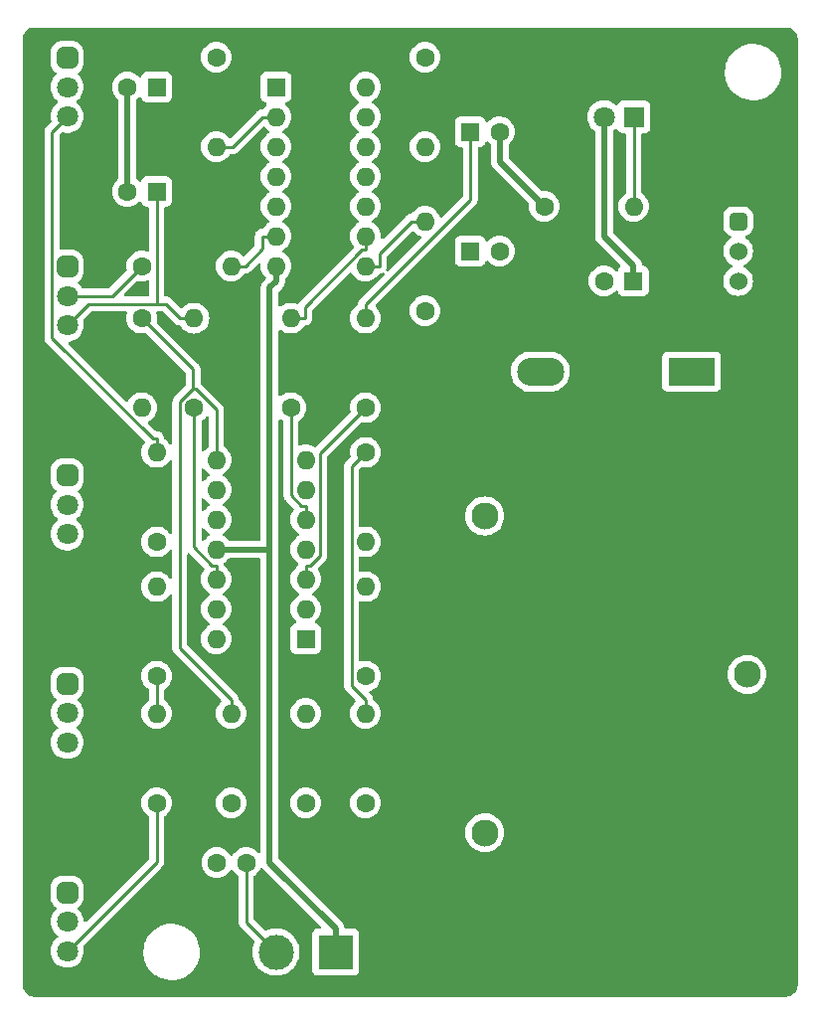
<source format=gbr>
%TF.GenerationSoftware,KiCad,Pcbnew,7.0.10*%
%TF.CreationDate,2024-02-02T19:11:57+01:00*%
%TF.ProjectId,lux106_1_1,6c757831-3036-45f3-915f-312e6b696361,rev?*%
%TF.SameCoordinates,Original*%
%TF.FileFunction,Copper,L1,Top*%
%TF.FilePolarity,Positive*%
%FSLAX46Y46*%
G04 Gerber Fmt 4.6, Leading zero omitted, Abs format (unit mm)*
G04 Created by KiCad (PCBNEW 7.0.10) date 2024-02-02 19:11:57*
%MOMM*%
%LPD*%
G01*
G04 APERTURE LIST*
G04 Aperture macros list*
%AMRoundRect*
0 Rectangle with rounded corners*
0 $1 Rounding radius*
0 $2 $3 $4 $5 $6 $7 $8 $9 X,Y pos of 4 corners*
0 Add a 4 corners polygon primitive as box body*
4,1,4,$2,$3,$4,$5,$6,$7,$8,$9,$2,$3,0*
0 Add four circle primitives for the rounded corners*
1,1,$1+$1,$2,$3*
1,1,$1+$1,$4,$5*
1,1,$1+$1,$6,$7*
1,1,$1+$1,$8,$9*
0 Add four rect primitives between the rounded corners*
20,1,$1+$1,$2,$3,$4,$5,0*
20,1,$1+$1,$4,$5,$6,$7,0*
20,1,$1+$1,$6,$7,$8,$9,0*
20,1,$1+$1,$8,$9,$2,$3,0*%
G04 Aperture macros list end*
%TA.AperFunction,ComponentPad*%
%ADD10RoundRect,0.450000X0.450000X0.450000X-0.450000X0.450000X-0.450000X-0.450000X0.450000X-0.450000X0*%
%TD*%
%TA.AperFunction,ComponentPad*%
%ADD11C,1.800000*%
%TD*%
%TA.AperFunction,ComponentPad*%
%ADD12C,1.600000*%
%TD*%
%TA.AperFunction,ComponentPad*%
%ADD13O,1.600000X1.600000*%
%TD*%
%TA.AperFunction,ComponentPad*%
%ADD14R,3.000000X3.000000*%
%TD*%
%TA.AperFunction,ComponentPad*%
%ADD15C,3.000000*%
%TD*%
%TA.AperFunction,WasherPad*%
%ADD16C,2.300000*%
%TD*%
%TA.AperFunction,ComponentPad*%
%ADD17R,4.020000X2.410000*%
%TD*%
%TA.AperFunction,ComponentPad*%
%ADD18O,4.020000X2.410000*%
%TD*%
%TA.AperFunction,ComponentPad*%
%ADD19R,1.600000X1.600000*%
%TD*%
%TA.AperFunction,ComponentPad*%
%ADD20RoundRect,0.381000X-0.381000X-0.381000X0.381000X-0.381000X0.381000X0.381000X-0.381000X0.381000X0*%
%TD*%
%TA.AperFunction,ComponentPad*%
%ADD21C,1.524000*%
%TD*%
%TA.AperFunction,ComponentPad*%
%ADD22R,1.800000X1.800000*%
%TD*%
%TA.AperFunction,Conductor*%
%ADD23C,0.250000*%
%TD*%
%TA.AperFunction,Conductor*%
%ADD24C,0.500000*%
%TD*%
G04 APERTURE END LIST*
D10*
%TO.P,RV4,1,1*%
%TO.N,unconnected-(RV4-Pad1)*%
X81280000Y-91480000D03*
D11*
%TO.P,RV4,2,2*%
%TO.N,Net-(R4-Pad1)*%
X81280000Y-93980000D03*
%TO.P,RV4,3,3*%
%TO.N,Net-(C3-Pad1)*%
X81280000Y-96480000D03*
%TD*%
D10*
%TO.P,RV1,1,1*%
%TO.N,unconnected-(RV1-Pad1)*%
X81280000Y-73700000D03*
D11*
%TO.P,RV1,2,2*%
%TO.N,Net-(R2-Pad1)*%
X81280000Y-76200000D03*
%TO.P,RV1,3,3*%
%TO.N,Net-(C2-Pad1)*%
X81280000Y-78700000D03*
%TD*%
D12*
%TO.P,R6,1*%
%TO.N,Net-(U2C-+)*%
X88900000Y-97155000D03*
D13*
%TO.P,R6,2*%
%TO.N,Net-(C1-Pad1)*%
X88900000Y-89535000D03*
%TD*%
D14*
%TO.P,J1,1,Pin_1*%
%TO.N,GND*%
X104140000Y-132080000D03*
D15*
%TO.P,J1,2,Pin_2*%
%TO.N,Net-(J1-Pin_2)*%
X99060000Y-132080000D03*
%TD*%
D12*
%TO.P,R7,1*%
%TO.N,Net-(U2D-+)*%
X92075000Y-85725000D03*
D13*
%TO.P,R7,2*%
%TO.N,Net-(C2-Pad1)*%
X92075000Y-78105000D03*
%TD*%
D12*
%TO.P,R8,1*%
%TO.N,Net-(U2B-+)*%
X100330000Y-85725000D03*
D13*
%TO.P,R8,2*%
%TO.N,Net-(C4-Pad1)*%
X100330000Y-78105000D03*
%TD*%
D12*
%TO.P,C6,1*%
%TO.N,Net-(J1-Pin_2)*%
X96520000Y-124460000D03*
%TO.P,C6,2*%
%TO.N,Net-(C6-Pad2)*%
X94020000Y-124460000D03*
%TD*%
%TO.P,R3,1*%
%TO.N,Net-(R3-Pad1)*%
X111760000Y-77475000D03*
D13*
%TO.P,R3,2*%
%TO.N,Net-(R3-Pad2)*%
X111760000Y-69855000D03*
%TD*%
D12*
%TO.P,R16,1*%
%TO.N,Net-(R16-Pad1)*%
X106690000Y-108585000D03*
D13*
%TO.P,R16,2*%
%TO.N,Net-(U2A--)*%
X106690000Y-100965000D03*
%TD*%
D16*
%TO.P,BT1,*%
%TO.N,*%
X116840000Y-94950000D03*
X139190000Y-108440000D03*
X116840000Y-121920000D03*
D17*
%TO.P,BT1,1,+*%
%TO.N,VCC*%
X134460000Y-82660000D03*
D18*
%TO.P,BT1,2,-*%
%TO.N,Net-(BT1--)*%
X121580000Y-82660000D03*
%TD*%
D12*
%TO.P,R12,1*%
%TO.N,Net-(R12-Pad1)*%
X88900000Y-108585000D03*
D13*
%TO.P,R12,2*%
%TO.N,Net-(U2D--)*%
X88900000Y-100965000D03*
%TD*%
D19*
%TO.P,U2,1*%
%TO.N,Net-(R16-Pad1)*%
X101600000Y-105410000D03*
D13*
%TO.P,U2,2,-*%
%TO.N,Net-(U2A--)*%
X101600000Y-102870000D03*
%TO.P,U2,3,+*%
%TO.N,Net-(U2A-+)*%
X101600000Y-100330000D03*
%TO.P,U2,4,V+*%
%TO.N,VCC*%
X101600000Y-97790000D03*
%TO.P,U2,5,+*%
%TO.N,Net-(U2B-+)*%
X101600000Y-95250000D03*
%TO.P,U2,6,-*%
%TO.N,Net-(U2B--)*%
X101600000Y-92710000D03*
%TO.P,U2,7*%
%TO.N,Net-(R14-Pad1)*%
X101600000Y-90170000D03*
%TO.P,U2,8*%
%TO.N,Net-(R10-Pad1)*%
X93980000Y-90170000D03*
%TO.P,U2,9,-*%
%TO.N,Net-(U2C--)*%
X93980000Y-92710000D03*
%TO.P,U2,10,+*%
%TO.N,Net-(U2C-+)*%
X93980000Y-95250000D03*
%TO.P,U2,11,V-*%
%TO.N,GND*%
X93980000Y-97790000D03*
%TO.P,U2,12,+*%
%TO.N,Net-(U2D-+)*%
X93980000Y-100330000D03*
%TO.P,U2,13,-*%
%TO.N,Net-(U2D--)*%
X93980000Y-102870000D03*
%TO.P,U2,14*%
%TO.N,Net-(R12-Pad1)*%
X93980000Y-105410000D03*
%TD*%
D20*
%TO.P,SW2,1,A*%
%TO.N,GND*%
X138430000Y-69850000D03*
D21*
%TO.P,SW2,2,B*%
%TO.N,Net-(BT1--)*%
X138430000Y-72390000D03*
%TO.P,SW2,3,C*%
%TO.N,unconnected-(SW2-C-Pad3)*%
X138430000Y-74930000D03*
%TD*%
D10*
%TO.P,RV5,1,1*%
%TO.N,unconnected-(RV5-Pad1)*%
X81280000Y-127000000D03*
D11*
%TO.P,RV5,2,2*%
%TO.N,Net-(C6-Pad2)*%
X81280000Y-129500000D03*
%TO.P,RV5,3,3*%
%TO.N,OUT*%
X81280000Y-132000000D03*
%TD*%
D12*
%TO.P,R10,1*%
%TO.N,Net-(R10-Pad1)*%
X87630000Y-78105000D03*
D13*
%TO.P,R10,2*%
%TO.N,Net-(U2C--)*%
X87630000Y-85725000D03*
%TD*%
D12*
%TO.P,R5,1*%
%TO.N,GND*%
X121920000Y-68580000D03*
D13*
%TO.P,R5,2*%
%TO.N,Net-(D1-K)*%
X129540000Y-68580000D03*
%TD*%
D10*
%TO.P,RV3,1,1*%
%TO.N,unconnected-(RV3-Pad1)*%
X81280000Y-109220000D03*
D11*
%TO.P,RV3,2,2*%
%TO.N,Net-(R3-Pad1)*%
X81280000Y-111720000D03*
%TO.P,RV3,3,3*%
%TO.N,Net-(C4-Pad1)*%
X81280000Y-114220000D03*
%TD*%
D12*
%TO.P,R14,1*%
%TO.N,Net-(R14-Pad1)*%
X106680000Y-89535000D03*
D13*
%TO.P,R14,2*%
%TO.N,Net-(U2B--)*%
X106680000Y-97155000D03*
%TD*%
D19*
%TO.P,C4,1*%
%TO.N,Net-(C4-Pad1)*%
X115610000Y-72390000D03*
D12*
%TO.P,C4,2*%
%TO.N,GND*%
X118110000Y-72390000D03*
%TD*%
D19*
%TO.P,C2,1*%
%TO.N,Net-(C2-Pad1)*%
X88900000Y-67310000D03*
D12*
%TO.P,C2,2*%
%TO.N,GND*%
X86400000Y-67310000D03*
%TD*%
%TO.P,R2,1*%
%TO.N,Net-(R2-Pad1)*%
X87630000Y-73660000D03*
D13*
%TO.P,R2,2*%
%TO.N,Net-(R2-Pad2)*%
X95250000Y-73660000D03*
%TD*%
D12*
%TO.P,R9,1*%
%TO.N,Net-(U2A-+)*%
X106680000Y-85725000D03*
D13*
%TO.P,R9,2*%
%TO.N,Net-(C3-Pad1)*%
X106680000Y-78105000D03*
%TD*%
D19*
%TO.P,C3,1*%
%TO.N,Net-(C3-Pad1)*%
X115610000Y-62230000D03*
D12*
%TO.P,C3,2*%
%TO.N,GND*%
X118110000Y-62230000D03*
%TD*%
%TO.P,R17,1*%
%TO.N,OUT*%
X101600000Y-119380000D03*
D13*
%TO.P,R17,2*%
%TO.N,Net-(R16-Pad1)*%
X101600000Y-111760000D03*
%TD*%
D12*
%TO.P,R4,1*%
%TO.N,Net-(R4-Pad1)*%
X111760000Y-55885000D03*
D13*
%TO.P,R4,2*%
%TO.N,Net-(R4-Pad2)*%
X111760000Y-63505000D03*
%TD*%
D12*
%TO.P,R1,1*%
%TO.N,Net-(R1-Pad1)*%
X93980000Y-55885000D03*
D13*
%TO.P,R1,2*%
%TO.N,Net-(R1-Pad2)*%
X93980000Y-63505000D03*
%TD*%
D22*
%TO.P,D1,1,K*%
%TO.N,Net-(D1-K)*%
X129540000Y-60960000D03*
D11*
%TO.P,D1,2,A*%
%TO.N,VCC*%
X127000000Y-60960000D03*
%TD*%
D12*
%TO.P,R11,1*%
%TO.N,OUT*%
X95250000Y-119380000D03*
D13*
%TO.P,R11,2*%
%TO.N,Net-(R10-Pad1)*%
X95250000Y-111760000D03*
%TD*%
D12*
%TO.P,R15,1*%
%TO.N,OUT*%
X106690000Y-119380000D03*
D13*
%TO.P,R15,2*%
%TO.N,Net-(R14-Pad1)*%
X106690000Y-111760000D03*
%TD*%
D19*
%TO.P,C5,1*%
%TO.N,VCC*%
X129500000Y-74930000D03*
D12*
%TO.P,C5,2*%
%TO.N,Net-(BT1--)*%
X127000000Y-74930000D03*
%TD*%
D19*
%TO.P,C1,1*%
%TO.N,Net-(C1-Pad1)*%
X88900000Y-58420000D03*
D12*
%TO.P,C1,2*%
%TO.N,GND*%
X86400000Y-58420000D03*
%TD*%
D10*
%TO.P,RV2,1,1*%
%TO.N,unconnected-(RV2-Pad1)*%
X81280000Y-55920000D03*
D11*
%TO.P,RV2,2,2*%
%TO.N,Net-(R1-Pad1)*%
X81280000Y-58420000D03*
%TO.P,RV2,3,3*%
%TO.N,Net-(C1-Pad1)*%
X81280000Y-60920000D03*
%TD*%
D12*
%TO.P,R13,1*%
%TO.N,OUT*%
X88900000Y-119380000D03*
D13*
%TO.P,R13,2*%
%TO.N,Net-(R12-Pad1)*%
X88900000Y-111760000D03*
%TD*%
D19*
%TO.P,U1,1*%
%TO.N,Net-(C1-Pad1)*%
X99070000Y-58420000D03*
D13*
%TO.P,U1,2*%
%TO.N,Net-(R1-Pad2)*%
X99070000Y-60960000D03*
%TO.P,U1,3*%
%TO.N,unconnected-(U1-Pad3)*%
X99070000Y-63500000D03*
%TO.P,U1,4*%
%TO.N,unconnected-(U1-Pad4)*%
X99070000Y-66040000D03*
%TO.P,U1,5*%
%TO.N,Net-(C2-Pad1)*%
X99070000Y-68580000D03*
%TO.P,U1,6*%
%TO.N,Net-(R2-Pad2)*%
X99070000Y-71120000D03*
%TO.P,U1,7,VSS*%
%TO.N,GND*%
X99070000Y-73660000D03*
%TO.P,U1,8*%
%TO.N,Net-(R3-Pad2)*%
X106690000Y-73660000D03*
%TO.P,U1,9*%
%TO.N,Net-(C4-Pad1)*%
X106690000Y-71120000D03*
%TO.P,U1,10*%
%TO.N,unconnected-(U1-Pad10)*%
X106690000Y-68580000D03*
%TO.P,U1,11*%
%TO.N,unconnected-(U1-Pad11)*%
X106690000Y-66040000D03*
%TO.P,U1,12*%
%TO.N,Net-(R4-Pad2)*%
X106690000Y-63500000D03*
%TO.P,U1,13*%
%TO.N,Net-(C3-Pad1)*%
X106690000Y-60960000D03*
%TO.P,U1,14,VDD*%
%TO.N,VCC*%
X106690000Y-58420000D03*
%TD*%
D23*
%TO.N,Net-(R12-Pad1)*%
X88900000Y-111760000D02*
X88900000Y-108585000D01*
%TO.N,Net-(R14-Pad1)*%
X105498700Y-109391800D02*
X106690000Y-110583100D01*
X105498700Y-90716300D02*
X105498700Y-109391800D01*
X106680000Y-89535000D02*
X105498700Y-90716300D01*
X106690000Y-111760000D02*
X106690000Y-110583100D01*
%TO.N,Net-(R10-Pad1)*%
X91986300Y-82461300D02*
X87630000Y-78105000D01*
X91986300Y-84137500D02*
X91986300Y-82461300D01*
X90869500Y-85254300D02*
X91986300Y-84137500D01*
X90869500Y-106202600D02*
X90869500Y-85254300D01*
X95250000Y-110583100D02*
X90869500Y-106202600D01*
X93980000Y-85921700D02*
X93980000Y-90170000D01*
X92195800Y-84137500D02*
X93980000Y-85921700D01*
X91986300Y-84137500D02*
X92195800Y-84137500D01*
X95250000Y-111760000D02*
X95250000Y-110583100D01*
%TO.N,Net-(U2B-+)*%
X100330000Y-93170900D02*
X100330000Y-85725000D01*
X101232200Y-94073100D02*
X100330000Y-93170900D01*
X101600000Y-94073100D02*
X101232200Y-94073100D01*
X101600000Y-95250000D02*
X101600000Y-94073100D01*
%TO.N,Net-(U2A-+)*%
X102776900Y-89628100D02*
X106680000Y-85725000D01*
X102776900Y-98344100D02*
X102776900Y-89628100D01*
X101967900Y-99153100D02*
X102776900Y-98344100D01*
X101600000Y-99153100D02*
X101967900Y-99153100D01*
X101600000Y-100330000D02*
X101600000Y-99153100D01*
%TO.N,Net-(R3-Pad2)*%
X107866900Y-72571200D02*
X110583100Y-69855000D01*
X107866900Y-73660000D02*
X107866900Y-72571200D01*
X111760000Y-69855000D02*
X110583100Y-69855000D01*
X106690000Y-73660000D02*
X107866900Y-73660000D01*
%TO.N,Net-(R2-Pad2)*%
X97893100Y-72193800D02*
X96426900Y-73660000D01*
X97893100Y-71120000D02*
X97893100Y-72193800D01*
X95250000Y-73660000D02*
X96426900Y-73660000D01*
X99070000Y-71120000D02*
X97893100Y-71120000D01*
%TO.N,Net-(R2-Pad1)*%
X85090000Y-76200000D02*
X81280000Y-76200000D01*
X87630000Y-73660000D02*
X85090000Y-76200000D01*
%TO.N,Net-(R1-Pad2)*%
X95348100Y-63505000D02*
X93980000Y-63505000D01*
X97893100Y-60960000D02*
X95348100Y-63505000D01*
X99070000Y-60960000D02*
X97893100Y-60960000D01*
%TO.N,Net-(U2D-+)*%
X93614200Y-99153100D02*
X93980000Y-99153100D01*
X92075000Y-97613900D02*
X93614200Y-99153100D01*
X92075000Y-85725000D02*
X92075000Y-97613900D01*
X93980000Y-100330000D02*
X93980000Y-99153100D01*
%TO.N,Net-(D1-K)*%
X129540000Y-60960000D02*
X129540000Y-68580000D01*
%TO.N,OUT*%
X88900000Y-124380000D02*
X81280000Y-132000000D01*
X88900000Y-119380000D02*
X88900000Y-124380000D01*
%TO.N,Net-(J1-Pin_2)*%
X96520000Y-129540000D02*
X99060000Y-132080000D01*
X96520000Y-124460000D02*
X96520000Y-129540000D01*
%TO.N,Net-(C4-Pad1)*%
X101506900Y-77169600D02*
X101506900Y-78105000D01*
X106379600Y-72296900D02*
X101506900Y-77169600D01*
X106690000Y-72296900D02*
X106379600Y-72296900D01*
X106690000Y-71120000D02*
X106690000Y-72296900D01*
X100330000Y-78105000D02*
X101506900Y-78105000D01*
%TO.N,Net-(C3-Pad1)*%
X115610000Y-67998100D02*
X115610000Y-62230000D01*
X106680000Y-76928100D02*
X115610000Y-67998100D01*
X106680000Y-78105000D02*
X106680000Y-76928100D01*
%TO.N,Net-(C2-Pad1)*%
X88900000Y-67310000D02*
X88900000Y-68486900D01*
X88900000Y-68486900D02*
X88900000Y-76876000D01*
X89669100Y-76876000D02*
X88900000Y-76876000D01*
X90898100Y-78105000D02*
X89669100Y-76876000D01*
X83104000Y-76876000D02*
X81280000Y-78700000D01*
X88900000Y-76876000D02*
X83104000Y-76876000D01*
X92075000Y-78105000D02*
X90898100Y-78105000D01*
D24*
%TO.N,GND*%
X86400000Y-67310000D02*
X86400000Y-58420000D01*
X118110000Y-64770000D02*
X118110000Y-62230000D01*
X121920000Y-68580000D02*
X118110000Y-64770000D01*
X99070000Y-73660000D02*
X99070000Y-74961900D01*
X104140000Y-132080000D02*
X104140000Y-130078100D01*
X93980000Y-97790000D02*
X95281900Y-97790000D01*
X98530400Y-97790000D02*
X95281900Y-97790000D01*
X98530400Y-75501500D02*
X98530400Y-97790000D01*
X99070000Y-74961900D02*
X98530400Y-75501500D01*
X98530400Y-124468500D02*
X104140000Y-130078100D01*
X98530400Y-97790000D02*
X98530400Y-124468500D01*
D23*
%TO.N,Net-(C1-Pad1)*%
X88560700Y-88358100D02*
X88900000Y-88358100D01*
X79962900Y-79760300D02*
X88560700Y-88358100D01*
X79962900Y-62237100D02*
X79962900Y-79760300D01*
X81280000Y-60920000D02*
X79962900Y-62237100D01*
X88900000Y-89535000D02*
X88900000Y-88358100D01*
D24*
%TO.N,VCC*%
X127000000Y-71128100D02*
X129500000Y-73628100D01*
X127000000Y-60960000D02*
X127000000Y-71128100D01*
X129500000Y-74930000D02*
X129500000Y-73628100D01*
%TD*%
%TA.AperFunction,NonConductor*%
G36*
X142516061Y-53340597D02*
G01*
X142692941Y-53358018D01*
X142716769Y-53362757D01*
X142881001Y-53412576D01*
X142903453Y-53421877D01*
X143054798Y-53502772D01*
X143075010Y-53516277D01*
X143207666Y-53625145D01*
X143224854Y-53642333D01*
X143333722Y-53774989D01*
X143347227Y-53795201D01*
X143428121Y-53946543D01*
X143437424Y-53969001D01*
X143487240Y-54133224D01*
X143491982Y-54157065D01*
X143509403Y-54333938D01*
X143510000Y-54346092D01*
X143510000Y-134883907D01*
X143509403Y-134896061D01*
X143491982Y-135072934D01*
X143487240Y-135096775D01*
X143437424Y-135260998D01*
X143428121Y-135283456D01*
X143347227Y-135434798D01*
X143333722Y-135455010D01*
X143224854Y-135587666D01*
X143207666Y-135604854D01*
X143075010Y-135713722D01*
X143054798Y-135727227D01*
X142903456Y-135808121D01*
X142880998Y-135817424D01*
X142716775Y-135867240D01*
X142692934Y-135871982D01*
X142516061Y-135889403D01*
X142503907Y-135890000D01*
X78476093Y-135890000D01*
X78463939Y-135889403D01*
X78287065Y-135871982D01*
X78263224Y-135867240D01*
X78099001Y-135817424D01*
X78076543Y-135808121D01*
X77925201Y-135727227D01*
X77904989Y-135713722D01*
X77772333Y-135604854D01*
X77755145Y-135587666D01*
X77646277Y-135455010D01*
X77632772Y-135434798D01*
X77551878Y-135283456D01*
X77542575Y-135260998D01*
X77492757Y-135096769D01*
X77488018Y-135072941D01*
X77470597Y-134896061D01*
X77470000Y-134883907D01*
X77470000Y-132000005D01*
X79866673Y-132000005D01*
X79885948Y-132232622D01*
X79943251Y-132458907D01*
X80037015Y-132672668D01*
X80164686Y-132868084D01*
X80322776Y-133039814D01*
X80322780Y-133039818D01*
X80506983Y-133183190D01*
X80506985Y-133183191D01*
X80506988Y-133183193D01*
X80626331Y-133247777D01*
X80712273Y-133294287D01*
X80807463Y-133326966D01*
X80933045Y-133370079D01*
X80933047Y-133370079D01*
X80933049Y-133370080D01*
X81163288Y-133408500D01*
X81163289Y-133408500D01*
X81396711Y-133408500D01*
X81396712Y-133408500D01*
X81626951Y-133370080D01*
X81847727Y-133294287D01*
X82053017Y-133183190D01*
X82237220Y-133039818D01*
X82395314Y-132868083D01*
X82522984Y-132672669D01*
X82616749Y-132458907D01*
X82674051Y-132232626D01*
X82686698Y-132080000D01*
X82693087Y-132002903D01*
X87765793Y-132002903D01*
X87775672Y-132310970D01*
X87775672Y-132310975D01*
X87775673Y-132310978D01*
X87824867Y-132615261D01*
X87869137Y-132764419D01*
X87912571Y-132910763D01*
X88037333Y-133192601D01*
X88037337Y-133192609D01*
X88197123Y-133456193D01*
X88197127Y-133456198D01*
X88197133Y-133456207D01*
X88389297Y-133697174D01*
X88389299Y-133697176D01*
X88389303Y-133697180D01*
X88389304Y-133697181D01*
X88610724Y-133911614D01*
X88770540Y-134030888D01*
X88857741Y-134095968D01*
X88857743Y-134095969D01*
X88857747Y-134095972D01*
X89126318Y-134247228D01*
X89267057Y-134304207D01*
X89412018Y-134362897D01*
X89412023Y-134362898D01*
X89412025Y-134362899D01*
X89710179Y-134441084D01*
X90015883Y-134480500D01*
X90015890Y-134480500D01*
X90246971Y-134480500D01*
X90246974Y-134480500D01*
X90246978Y-134480499D01*
X90246996Y-134480499D01*
X90349700Y-134473904D01*
X90477601Y-134465693D01*
X90780151Y-134406772D01*
X91072683Y-134309644D01*
X91072689Y-134309640D01*
X91072693Y-134309640D01*
X91263571Y-134217717D01*
X91350393Y-134175907D01*
X91608720Y-134007754D01*
X91843424Y-133807948D01*
X92050650Y-133579769D01*
X92226996Y-133326963D01*
X92369567Y-133053683D01*
X92476020Y-132764415D01*
X92544609Y-132463908D01*
X92574206Y-132157098D01*
X92564327Y-131849022D01*
X92515133Y-131544739D01*
X92427431Y-131249244D01*
X92427429Y-131249239D01*
X92427428Y-131249236D01*
X92302666Y-130967398D01*
X92302663Y-130967391D01*
X92142877Y-130703807D01*
X92142870Y-130703799D01*
X92142866Y-130703792D01*
X91950702Y-130462825D01*
X91950700Y-130462823D01*
X91729279Y-130248389D01*
X91729276Y-130248386D01*
X91600450Y-130152241D01*
X91482258Y-130064031D01*
X91482253Y-130064028D01*
X91213682Y-129912772D01*
X91141289Y-129883463D01*
X90927981Y-129797102D01*
X90752358Y-129751049D01*
X90629821Y-129718916D01*
X90324117Y-129679500D01*
X90093026Y-129679500D01*
X90093003Y-129679500D01*
X89862406Y-129694306D01*
X89862389Y-129694308D01*
X89559854Y-129753226D01*
X89559849Y-129753228D01*
X89267310Y-129850358D01*
X89267306Y-129850359D01*
X88989613Y-129984089D01*
X88989605Y-129984094D01*
X88731286Y-130152241D01*
X88731276Y-130152248D01*
X88496581Y-130352046D01*
X88496571Y-130352056D01*
X88289354Y-130580225D01*
X88289350Y-130580229D01*
X88113005Y-130833033D01*
X88113003Y-130833037D01*
X87970432Y-131106319D01*
X87970429Y-131106326D01*
X87863981Y-131395580D01*
X87863979Y-131395590D01*
X87795391Y-131696089D01*
X87765794Y-132002902D01*
X87765793Y-132002903D01*
X82693087Y-132002903D01*
X82693327Y-132000005D01*
X82693327Y-131999994D01*
X82674052Y-131767382D01*
X82674050Y-131767370D01*
X82637694Y-131623804D01*
X82640319Y-131553984D01*
X82670217Y-131505685D01*
X89288815Y-124887087D01*
X89301180Y-124877183D01*
X89301006Y-124876973D01*
X89307009Y-124872005D01*
X89307018Y-124872000D01*
X89353677Y-124822311D01*
X89356356Y-124819546D01*
X89376134Y-124799770D01*
X89378660Y-124796512D01*
X89386246Y-124787629D01*
X89416586Y-124755321D01*
X89426423Y-124737424D01*
X89437097Y-124721174D01*
X89449613Y-124705041D01*
X89467207Y-124664380D01*
X89472341Y-124653900D01*
X89493695Y-124615060D01*
X89498774Y-124595274D01*
X89505072Y-124576882D01*
X89513181Y-124558145D01*
X89520112Y-124514375D01*
X89522476Y-124502962D01*
X89533500Y-124460030D01*
X89533500Y-124439609D01*
X89535027Y-124420209D01*
X89538219Y-124400057D01*
X89534050Y-124355949D01*
X89533500Y-124344281D01*
X89533500Y-120598352D01*
X89553185Y-120531313D01*
X89586373Y-120496779D01*
X89744300Y-120386198D01*
X89906198Y-120224300D01*
X90037523Y-120036749D01*
X90134284Y-119829243D01*
X90193543Y-119608087D01*
X90213498Y-119380001D01*
X93936502Y-119380001D01*
X93956456Y-119608081D01*
X93956457Y-119608089D01*
X94015714Y-119829238D01*
X94015718Y-119829249D01*
X94112475Y-120036745D01*
X94112477Y-120036749D01*
X94243802Y-120224300D01*
X94405700Y-120386198D01*
X94593251Y-120517523D01*
X94714571Y-120574095D01*
X94800750Y-120614281D01*
X94800752Y-120614281D01*
X94800757Y-120614284D01*
X95021913Y-120673543D01*
X95184832Y-120687796D01*
X95249998Y-120693498D01*
X95250000Y-120693498D01*
X95250002Y-120693498D01*
X95307021Y-120688509D01*
X95478087Y-120673543D01*
X95699243Y-120614284D01*
X95906749Y-120517523D01*
X96094300Y-120386198D01*
X96256198Y-120224300D01*
X96387523Y-120036749D01*
X96484284Y-119829243D01*
X96543543Y-119608087D01*
X96563498Y-119380000D01*
X96543543Y-119151913D01*
X96484284Y-118930757D01*
X96387523Y-118723251D01*
X96256198Y-118535700D01*
X96094300Y-118373802D01*
X95906749Y-118242477D01*
X95906745Y-118242475D01*
X95699249Y-118145718D01*
X95699238Y-118145714D01*
X95478089Y-118086457D01*
X95478081Y-118086456D01*
X95250002Y-118066502D01*
X95249998Y-118066502D01*
X95021918Y-118086456D01*
X95021910Y-118086457D01*
X94800761Y-118145714D01*
X94800750Y-118145718D01*
X94593254Y-118242475D01*
X94593252Y-118242476D01*
X94593251Y-118242477D01*
X94405700Y-118373802D01*
X94405698Y-118373803D01*
X94405695Y-118373806D01*
X94243806Y-118535695D01*
X94112476Y-118723252D01*
X94112475Y-118723254D01*
X94015718Y-118930750D01*
X94015714Y-118930761D01*
X93956457Y-119151910D01*
X93956456Y-119151918D01*
X93936502Y-119379998D01*
X93936502Y-119380001D01*
X90213498Y-119380001D01*
X90213498Y-119380000D01*
X90193543Y-119151913D01*
X90134284Y-118930757D01*
X90037523Y-118723251D01*
X89906198Y-118535700D01*
X89744300Y-118373802D01*
X89556749Y-118242477D01*
X89556745Y-118242475D01*
X89349249Y-118145718D01*
X89349238Y-118145714D01*
X89128089Y-118086457D01*
X89128081Y-118086456D01*
X88900002Y-118066502D01*
X88899998Y-118066502D01*
X88671918Y-118086456D01*
X88671910Y-118086457D01*
X88450761Y-118145714D01*
X88450750Y-118145718D01*
X88243254Y-118242475D01*
X88243252Y-118242476D01*
X88243251Y-118242477D01*
X88055700Y-118373802D01*
X88055698Y-118373803D01*
X88055695Y-118373806D01*
X87893806Y-118535695D01*
X87762476Y-118723252D01*
X87762475Y-118723254D01*
X87665718Y-118930750D01*
X87665714Y-118930761D01*
X87606457Y-119151910D01*
X87606456Y-119151918D01*
X87586502Y-119379998D01*
X87586502Y-119380001D01*
X87606456Y-119608081D01*
X87606457Y-119608089D01*
X87665714Y-119829238D01*
X87665718Y-119829249D01*
X87762475Y-120036745D01*
X87762477Y-120036749D01*
X87893802Y-120224300D01*
X88055700Y-120386198D01*
X88213625Y-120496779D01*
X88257249Y-120551354D01*
X88266500Y-120598352D01*
X88266500Y-124066232D01*
X88246815Y-124133271D01*
X88230181Y-124153913D01*
X82897090Y-129487003D01*
X82835767Y-129520488D01*
X82766075Y-129515504D01*
X82710142Y-129473632D01*
X82685833Y-129409564D01*
X82674051Y-129267374D01*
X82616749Y-129041093D01*
X82522984Y-128827331D01*
X82395314Y-128631917D01*
X82395313Y-128631915D01*
X82237223Y-128460185D01*
X82233444Y-128456706D01*
X82234956Y-128455063D01*
X82199644Y-128405969D01*
X82195988Y-128336195D01*
X82230635Y-128275520D01*
X82254985Y-128257995D01*
X82254927Y-128257907D01*
X82257073Y-128256492D01*
X82259221Y-128254946D01*
X82260176Y-128254448D01*
X82411257Y-128131257D01*
X82534448Y-127980176D01*
X82624704Y-127807389D01*
X82678331Y-127619970D01*
X82688500Y-127505596D01*
X82688500Y-126494404D01*
X82678331Y-126380030D01*
X82624704Y-126192611D01*
X82534448Y-126019824D01*
X82511705Y-125991933D01*
X82411257Y-125868742D01*
X82260176Y-125745552D01*
X82087385Y-125655294D01*
X81975089Y-125623163D01*
X81899970Y-125601669D01*
X81899967Y-125601668D01*
X81899965Y-125601668D01*
X81830237Y-125595469D01*
X81785596Y-125591500D01*
X80774404Y-125591500D01*
X80740923Y-125594476D01*
X80660034Y-125601668D01*
X80660031Y-125601668D01*
X80660030Y-125601669D01*
X80636632Y-125608364D01*
X80472614Y-125655294D01*
X80299823Y-125745552D01*
X80148742Y-125868742D01*
X80025552Y-126019823D01*
X79935294Y-126192614D01*
X79881669Y-126380031D01*
X79881668Y-126380034D01*
X79871500Y-126494407D01*
X79871500Y-127505592D01*
X79881668Y-127619965D01*
X79881668Y-127619967D01*
X79881669Y-127619970D01*
X79903163Y-127695089D01*
X79935294Y-127807385D01*
X80025552Y-127980176D01*
X80148742Y-128131257D01*
X80238713Y-128204618D01*
X80299824Y-128254448D01*
X80300783Y-128254948D01*
X80301212Y-128255362D01*
X80305073Y-128257907D01*
X80304598Y-128258626D01*
X80351088Y-128303434D01*
X80367195Y-128371422D01*
X80343988Y-128437325D01*
X80325957Y-128456055D01*
X80326556Y-128456706D01*
X80322776Y-128460185D01*
X80164686Y-128631915D01*
X80037015Y-128827331D01*
X79943251Y-129041092D01*
X79885948Y-129267377D01*
X79866673Y-129499994D01*
X79866673Y-129500005D01*
X79885948Y-129732622D01*
X79943251Y-129958907D01*
X80037015Y-130172668D01*
X80164686Y-130368084D01*
X80322776Y-130539814D01*
X80322781Y-130539819D01*
X80467099Y-130652147D01*
X80507912Y-130708857D01*
X80511585Y-130778631D01*
X80476954Y-130839314D01*
X80467099Y-130847853D01*
X80322781Y-130960180D01*
X80322776Y-130960185D01*
X80164686Y-131131915D01*
X80037015Y-131327331D01*
X79943251Y-131541092D01*
X79885948Y-131767377D01*
X79866673Y-131999994D01*
X79866673Y-132000005D01*
X77470000Y-132000005D01*
X77470000Y-114220005D01*
X79866673Y-114220005D01*
X79885948Y-114452622D01*
X79943251Y-114678907D01*
X80037015Y-114892668D01*
X80164686Y-115088084D01*
X80322776Y-115259814D01*
X80322780Y-115259818D01*
X80506983Y-115403190D01*
X80506985Y-115403191D01*
X80506988Y-115403193D01*
X80626331Y-115467777D01*
X80712273Y-115514287D01*
X80826914Y-115553643D01*
X80933045Y-115590079D01*
X80933047Y-115590079D01*
X80933049Y-115590080D01*
X81163288Y-115628500D01*
X81163289Y-115628500D01*
X81396711Y-115628500D01*
X81396712Y-115628500D01*
X81626951Y-115590080D01*
X81847727Y-115514287D01*
X82053017Y-115403190D01*
X82237220Y-115259818D01*
X82395314Y-115088083D01*
X82522984Y-114892669D01*
X82616749Y-114678907D01*
X82674051Y-114452626D01*
X82693327Y-114220000D01*
X82674051Y-113987374D01*
X82616749Y-113761093D01*
X82522984Y-113547331D01*
X82395314Y-113351917D01*
X82395313Y-113351915D01*
X82237223Y-113180185D01*
X82237222Y-113180184D01*
X82237220Y-113180182D01*
X82092899Y-113067851D01*
X82052088Y-113011143D01*
X82048413Y-112941370D01*
X82083045Y-112880687D01*
X82092893Y-112872152D01*
X82237220Y-112759818D01*
X82395314Y-112588083D01*
X82522984Y-112392669D01*
X82616749Y-112178907D01*
X82674051Y-111952626D01*
X82682618Y-111849236D01*
X82690013Y-111760001D01*
X87586502Y-111760001D01*
X87606456Y-111988081D01*
X87606457Y-111988089D01*
X87665714Y-112209238D01*
X87665718Y-112209249D01*
X87751248Y-112392668D01*
X87762477Y-112416749D01*
X87893802Y-112604300D01*
X88055700Y-112766198D01*
X88243251Y-112897523D01*
X88337282Y-112941370D01*
X88450750Y-112994281D01*
X88450752Y-112994281D01*
X88450757Y-112994284D01*
X88671913Y-113053543D01*
X88834832Y-113067796D01*
X88899998Y-113073498D01*
X88900000Y-113073498D01*
X88900002Y-113073498D01*
X88957021Y-113068509D01*
X89128087Y-113053543D01*
X89349243Y-112994284D01*
X89556749Y-112897523D01*
X89744300Y-112766198D01*
X89906198Y-112604300D01*
X90037523Y-112416749D01*
X90134284Y-112209243D01*
X90193543Y-111988087D01*
X90213498Y-111760000D01*
X90209998Y-111720000D01*
X90193543Y-111531918D01*
X90193543Y-111531913D01*
X90134284Y-111310757D01*
X90111125Y-111261093D01*
X90037524Y-111103254D01*
X90037523Y-111103252D01*
X90037523Y-111103251D01*
X89906198Y-110915700D01*
X89744300Y-110753802D01*
X89721143Y-110737587D01*
X89586376Y-110643221D01*
X89542751Y-110588644D01*
X89533500Y-110541647D01*
X89533500Y-109803352D01*
X89553185Y-109736313D01*
X89586373Y-109701779D01*
X89744300Y-109591198D01*
X89906198Y-109429300D01*
X90037523Y-109241749D01*
X90134284Y-109034243D01*
X90193543Y-108813087D01*
X90213498Y-108585000D01*
X90193543Y-108356913D01*
X90134284Y-108135757D01*
X90037523Y-107928251D01*
X89906198Y-107740700D01*
X89744300Y-107578802D01*
X89556749Y-107447477D01*
X89556745Y-107447475D01*
X89349249Y-107350718D01*
X89349238Y-107350714D01*
X89128089Y-107291457D01*
X89128081Y-107291456D01*
X88900002Y-107271502D01*
X88899998Y-107271502D01*
X88671918Y-107291456D01*
X88671910Y-107291457D01*
X88450761Y-107350714D01*
X88450750Y-107350718D01*
X88243254Y-107447475D01*
X88243252Y-107447476D01*
X88172856Y-107496767D01*
X88055700Y-107578802D01*
X88055698Y-107578803D01*
X88055695Y-107578806D01*
X87893806Y-107740695D01*
X87893803Y-107740698D01*
X87893802Y-107740700D01*
X87837107Y-107821669D01*
X87762476Y-107928252D01*
X87762475Y-107928254D01*
X87665718Y-108135750D01*
X87665714Y-108135761D01*
X87606457Y-108356910D01*
X87606456Y-108356918D01*
X87586502Y-108584998D01*
X87586502Y-108585001D01*
X87606456Y-108813081D01*
X87606457Y-108813089D01*
X87665714Y-109034238D01*
X87665718Y-109034249D01*
X87740804Y-109195271D01*
X87762477Y-109241749D01*
X87893802Y-109429300D01*
X88055700Y-109591198D01*
X88213625Y-109701779D01*
X88257249Y-109756354D01*
X88266500Y-109803352D01*
X88266500Y-110541647D01*
X88246815Y-110608686D01*
X88213624Y-110643221D01*
X88055699Y-110753802D01*
X87893806Y-110915695D01*
X87762476Y-111103252D01*
X87762475Y-111103254D01*
X87665718Y-111310750D01*
X87665714Y-111310761D01*
X87606457Y-111531910D01*
X87606456Y-111531918D01*
X87586502Y-111759998D01*
X87586502Y-111760001D01*
X82690013Y-111760001D01*
X82693327Y-111720005D01*
X82693327Y-111719994D01*
X82674051Y-111487377D01*
X82674051Y-111487374D01*
X82616749Y-111261093D01*
X82522984Y-111047331D01*
X82395313Y-110851915D01*
X82237223Y-110680185D01*
X82233444Y-110676706D01*
X82234956Y-110675063D01*
X82199644Y-110625969D01*
X82195988Y-110556195D01*
X82230635Y-110495520D01*
X82254985Y-110477995D01*
X82254927Y-110477907D01*
X82257073Y-110476492D01*
X82259221Y-110474946D01*
X82260176Y-110474448D01*
X82411257Y-110351257D01*
X82534448Y-110200176D01*
X82624704Y-110027389D01*
X82678331Y-109839970D01*
X82688500Y-109725596D01*
X82688500Y-108714404D01*
X82678331Y-108600030D01*
X82624704Y-108412611D01*
X82534448Y-108239824D01*
X82485463Y-108179749D01*
X82411257Y-108088742D01*
X82260176Y-107965552D01*
X82188772Y-107928254D01*
X82087389Y-107875296D01*
X82087388Y-107875295D01*
X82087385Y-107875294D01*
X81975089Y-107843163D01*
X81899970Y-107821669D01*
X81899967Y-107821668D01*
X81899965Y-107821668D01*
X81830237Y-107815469D01*
X81785596Y-107811500D01*
X80774404Y-107811500D01*
X80740923Y-107814476D01*
X80660034Y-107821668D01*
X80660031Y-107821668D01*
X80660030Y-107821669D01*
X80622470Y-107832416D01*
X80472614Y-107875294D01*
X80299823Y-107965552D01*
X80148742Y-108088742D01*
X80025552Y-108239823D01*
X79935294Y-108412614D01*
X79881669Y-108600031D01*
X79881668Y-108600034D01*
X79874476Y-108680923D01*
X79871500Y-108714404D01*
X79871500Y-109725596D01*
X79872453Y-109736313D01*
X79881668Y-109839965D01*
X79881668Y-109839967D01*
X79881669Y-109839970D01*
X79886585Y-109857150D01*
X79935294Y-110027385D01*
X80025552Y-110200176D01*
X80148742Y-110351257D01*
X80238326Y-110424303D01*
X80299824Y-110474448D01*
X80300783Y-110474948D01*
X80301212Y-110475362D01*
X80305073Y-110477907D01*
X80304598Y-110478626D01*
X80351088Y-110523434D01*
X80367195Y-110591422D01*
X80343988Y-110657325D01*
X80325957Y-110676055D01*
X80326556Y-110676706D01*
X80322776Y-110680185D01*
X80164686Y-110851915D01*
X80037015Y-111047331D01*
X79943251Y-111261092D01*
X79885948Y-111487377D01*
X79866673Y-111719994D01*
X79866673Y-111720005D01*
X79885948Y-111952622D01*
X79943251Y-112178907D01*
X80037015Y-112392668D01*
X80164686Y-112588084D01*
X80322776Y-112759814D01*
X80322781Y-112759819D01*
X80467099Y-112872147D01*
X80507912Y-112928857D01*
X80511585Y-112998631D01*
X80476954Y-113059314D01*
X80467099Y-113067853D01*
X80322781Y-113180180D01*
X80322776Y-113180185D01*
X80164686Y-113351915D01*
X80037015Y-113547331D01*
X79943251Y-113761092D01*
X79885948Y-113987377D01*
X79866673Y-114219994D01*
X79866673Y-114220005D01*
X77470000Y-114220005D01*
X77470000Y-96480005D01*
X79866673Y-96480005D01*
X79885948Y-96712622D01*
X79943251Y-96938907D01*
X80037015Y-97152668D01*
X80164686Y-97348084D01*
X80196911Y-97383089D01*
X80322780Y-97519818D01*
X80506983Y-97663190D01*
X80506985Y-97663191D01*
X80506988Y-97663193D01*
X80598636Y-97712790D01*
X80712273Y-97774287D01*
X80807047Y-97806823D01*
X80933045Y-97850079D01*
X80933047Y-97850079D01*
X80933049Y-97850080D01*
X81163288Y-97888500D01*
X81163289Y-97888500D01*
X81396711Y-97888500D01*
X81396712Y-97888500D01*
X81626951Y-97850080D01*
X81847727Y-97774287D01*
X82053017Y-97663190D01*
X82237220Y-97519818D01*
X82395314Y-97348083D01*
X82522984Y-97152669D01*
X82616749Y-96938907D01*
X82674051Y-96712626D01*
X82689001Y-96532204D01*
X82693327Y-96480005D01*
X82693327Y-96479994D01*
X82674051Y-96247377D01*
X82674051Y-96247374D01*
X82616749Y-96021093D01*
X82522984Y-95807331D01*
X82395314Y-95611917D01*
X82395313Y-95611915D01*
X82237223Y-95440185D01*
X82237222Y-95440184D01*
X82237220Y-95440182D01*
X82092899Y-95327851D01*
X82052088Y-95271143D01*
X82048413Y-95201370D01*
X82083045Y-95140687D01*
X82092893Y-95132152D01*
X82237220Y-95019818D01*
X82395314Y-94848083D01*
X82522984Y-94652669D01*
X82616749Y-94438907D01*
X82674051Y-94212626D01*
X82687841Y-94046210D01*
X82693327Y-93980005D01*
X82693327Y-93979994D01*
X82674051Y-93747377D01*
X82674051Y-93747374D01*
X82616749Y-93521093D01*
X82522984Y-93307331D01*
X82439087Y-93178916D01*
X82395313Y-93111915D01*
X82237223Y-92940185D01*
X82233444Y-92936706D01*
X82234956Y-92935063D01*
X82199644Y-92885969D01*
X82195988Y-92816195D01*
X82230635Y-92755520D01*
X82254985Y-92737995D01*
X82254927Y-92737907D01*
X82257073Y-92736492D01*
X82259221Y-92734946D01*
X82260176Y-92734448D01*
X82411257Y-92611257D01*
X82534448Y-92460176D01*
X82624704Y-92287389D01*
X82678331Y-92099970D01*
X82688500Y-91985596D01*
X82688500Y-90974404D01*
X82678331Y-90860030D01*
X82630023Y-90691201D01*
X82624705Y-90672614D01*
X82624704Y-90672613D01*
X82624704Y-90672611D01*
X82534448Y-90499824D01*
X82451492Y-90398087D01*
X82411257Y-90348742D01*
X82260176Y-90225552D01*
X82195459Y-90191747D01*
X82087389Y-90135296D01*
X82087388Y-90135295D01*
X82087385Y-90135294D01*
X81975089Y-90103163D01*
X81899970Y-90081669D01*
X81899967Y-90081668D01*
X81899965Y-90081668D01*
X81830237Y-90075469D01*
X81785596Y-90071500D01*
X80774404Y-90071500D01*
X80740923Y-90074476D01*
X80660034Y-90081668D01*
X80660031Y-90081668D01*
X80660030Y-90081669D01*
X80622470Y-90092416D01*
X80472614Y-90135294D01*
X80299823Y-90225552D01*
X80148742Y-90348742D01*
X80025552Y-90499823D01*
X79935294Y-90672614D01*
X79881669Y-90860031D01*
X79881668Y-90860034D01*
X79871500Y-90974407D01*
X79871500Y-91985592D01*
X79881668Y-92099965D01*
X79881668Y-92099967D01*
X79881669Y-92099970D01*
X79903163Y-92175089D01*
X79935294Y-92287385D01*
X80025552Y-92460176D01*
X80148742Y-92611257D01*
X80238713Y-92684618D01*
X80299824Y-92734448D01*
X80300783Y-92734948D01*
X80301212Y-92735362D01*
X80305073Y-92737907D01*
X80304598Y-92738626D01*
X80351088Y-92783434D01*
X80367195Y-92851422D01*
X80343988Y-92917325D01*
X80325957Y-92936055D01*
X80326556Y-92936706D01*
X80322776Y-92940185D01*
X80164686Y-93111915D01*
X80037015Y-93307331D01*
X79943251Y-93521092D01*
X79885948Y-93747377D01*
X79866673Y-93979994D01*
X79866673Y-93980005D01*
X79885948Y-94212622D01*
X79943251Y-94438907D01*
X80037015Y-94652668D01*
X80164686Y-94848084D01*
X80322776Y-95019814D01*
X80322781Y-95019819D01*
X80467099Y-95132147D01*
X80507912Y-95188857D01*
X80511585Y-95258631D01*
X80476954Y-95319314D01*
X80467099Y-95327853D01*
X80322781Y-95440180D01*
X80322776Y-95440185D01*
X80164686Y-95611915D01*
X80037015Y-95807331D01*
X79943251Y-96021092D01*
X79885948Y-96247377D01*
X79866673Y-96479994D01*
X79866673Y-96480005D01*
X77470000Y-96480005D01*
X77470000Y-62217042D01*
X79324680Y-62217042D01*
X79328850Y-62261157D01*
X79329400Y-62272826D01*
X79329400Y-79676666D01*
X79327661Y-79692413D01*
X79327932Y-79692439D01*
X79327198Y-79700205D01*
X79329339Y-79768316D01*
X79329400Y-79772212D01*
X79329400Y-79800159D01*
X79329918Y-79804258D01*
X79330834Y-79815898D01*
X79332226Y-79860189D01*
X79332227Y-79860191D01*
X79337922Y-79879795D01*
X79341867Y-79898842D01*
X79344426Y-79919097D01*
X79344427Y-79919100D01*
X79344428Y-79919104D01*
X79360738Y-79960300D01*
X79364521Y-79971349D01*
X79376881Y-80013892D01*
X79387272Y-80031462D01*
X79395832Y-80048935D01*
X79403347Y-80067917D01*
X79429391Y-80103763D01*
X79435805Y-80113527D01*
X79458358Y-80151662D01*
X79458362Y-80151666D01*
X79472789Y-80166093D01*
X79485426Y-80180888D01*
X79497428Y-80197407D01*
X79530107Y-80224442D01*
X79531568Y-80225650D01*
X79540209Y-80233513D01*
X87862892Y-88556196D01*
X87896377Y-88617519D01*
X87891393Y-88687211D01*
X87876786Y-88715000D01*
X87762479Y-88878246D01*
X87762475Y-88878254D01*
X87665718Y-89085750D01*
X87665714Y-89085761D01*
X87606457Y-89306910D01*
X87606456Y-89306918D01*
X87586502Y-89534998D01*
X87586502Y-89535001D01*
X87606456Y-89763081D01*
X87606457Y-89763089D01*
X87665714Y-89984238D01*
X87665718Y-89984249D01*
X87752334Y-90169998D01*
X87762477Y-90191749D01*
X87893802Y-90379300D01*
X88055700Y-90541198D01*
X88243251Y-90672523D01*
X88368091Y-90730736D01*
X88450750Y-90769281D01*
X88450752Y-90769281D01*
X88450757Y-90769284D01*
X88671913Y-90828543D01*
X88834832Y-90842796D01*
X88899998Y-90848498D01*
X88900000Y-90848498D01*
X88900002Y-90848498D01*
X88959013Y-90843335D01*
X89128087Y-90828543D01*
X89349243Y-90769284D01*
X89556749Y-90672523D01*
X89744300Y-90541198D01*
X89906198Y-90379300D01*
X90010427Y-90230444D01*
X90065002Y-90186823D01*
X90134501Y-90179630D01*
X90196855Y-90211152D01*
X90232269Y-90271382D01*
X90236000Y-90301571D01*
X90236000Y-96388428D01*
X90216315Y-96455467D01*
X90163511Y-96501222D01*
X90094353Y-96511166D01*
X90030797Y-96482141D01*
X90010427Y-96459554D01*
X89906198Y-96310700D01*
X89744300Y-96148802D01*
X89556749Y-96017477D01*
X89510460Y-95995892D01*
X89349249Y-95920718D01*
X89349238Y-95920714D01*
X89128089Y-95861457D01*
X89128081Y-95861456D01*
X88900002Y-95841502D01*
X88899998Y-95841502D01*
X88671918Y-95861456D01*
X88671910Y-95861457D01*
X88450761Y-95920714D01*
X88450750Y-95920718D01*
X88243254Y-96017475D01*
X88243252Y-96017476D01*
X88214565Y-96037563D01*
X88055700Y-96148802D01*
X88055698Y-96148803D01*
X88055695Y-96148806D01*
X87893806Y-96310695D01*
X87762476Y-96498252D01*
X87762475Y-96498254D01*
X87665718Y-96705750D01*
X87665714Y-96705761D01*
X87606457Y-96926910D01*
X87606456Y-96926918D01*
X87586502Y-97154998D01*
X87586502Y-97155001D01*
X87606456Y-97383081D01*
X87606457Y-97383089D01*
X87665714Y-97604238D01*
X87665718Y-97604249D01*
X87762475Y-97811745D01*
X87762477Y-97811749D01*
X87893802Y-97999300D01*
X88055700Y-98161198D01*
X88243251Y-98292523D01*
X88352199Y-98343326D01*
X88450750Y-98389281D01*
X88450752Y-98389281D01*
X88450757Y-98389284D01*
X88671913Y-98448543D01*
X88834832Y-98462796D01*
X88899998Y-98468498D01*
X88900000Y-98468498D01*
X88900002Y-98468498D01*
X88957021Y-98463509D01*
X89128087Y-98448543D01*
X89349243Y-98389284D01*
X89556749Y-98292523D01*
X89744300Y-98161198D01*
X89906198Y-97999300D01*
X90010427Y-97850444D01*
X90065002Y-97806823D01*
X90134501Y-97799630D01*
X90196855Y-97831152D01*
X90232269Y-97891382D01*
X90236000Y-97921571D01*
X90236000Y-100198428D01*
X90216315Y-100265467D01*
X90163511Y-100311222D01*
X90094353Y-100321166D01*
X90030797Y-100292141D01*
X90010427Y-100269554D01*
X89906198Y-100120700D01*
X89744300Y-99958802D01*
X89556749Y-99827477D01*
X89556745Y-99827475D01*
X89349249Y-99730718D01*
X89349238Y-99730714D01*
X89128089Y-99671457D01*
X89128081Y-99671456D01*
X88900002Y-99651502D01*
X88899998Y-99651502D01*
X88671918Y-99671456D01*
X88671910Y-99671457D01*
X88450761Y-99730714D01*
X88450750Y-99730718D01*
X88243254Y-99827475D01*
X88243252Y-99827476D01*
X88243251Y-99827477D01*
X88055700Y-99958802D01*
X88055698Y-99958803D01*
X88055695Y-99958806D01*
X87893806Y-100120695D01*
X87762476Y-100308252D01*
X87762475Y-100308254D01*
X87665718Y-100515750D01*
X87665714Y-100515761D01*
X87606457Y-100736910D01*
X87606456Y-100736918D01*
X87586502Y-100964998D01*
X87586502Y-100965001D01*
X87606456Y-101193081D01*
X87606457Y-101193089D01*
X87665714Y-101414238D01*
X87665718Y-101414249D01*
X87751877Y-101599017D01*
X87762477Y-101621749D01*
X87893802Y-101809300D01*
X88055700Y-101971198D01*
X88243251Y-102102523D01*
X88342199Y-102148663D01*
X88450750Y-102199281D01*
X88450752Y-102199281D01*
X88450757Y-102199284D01*
X88671913Y-102258543D01*
X88834832Y-102272796D01*
X88899998Y-102278498D01*
X88900000Y-102278498D01*
X88900002Y-102278498D01*
X88957021Y-102273509D01*
X89128087Y-102258543D01*
X89349243Y-102199284D01*
X89556749Y-102102523D01*
X89744300Y-101971198D01*
X89906198Y-101809300D01*
X90010427Y-101660444D01*
X90065002Y-101616823D01*
X90134501Y-101609630D01*
X90196855Y-101641152D01*
X90232269Y-101701382D01*
X90236000Y-101731571D01*
X90236000Y-106118966D01*
X90234261Y-106134713D01*
X90234532Y-106134739D01*
X90233798Y-106142505D01*
X90235939Y-106210616D01*
X90236000Y-106214512D01*
X90236000Y-106242459D01*
X90236518Y-106246558D01*
X90237434Y-106258198D01*
X90238826Y-106302489D01*
X90238827Y-106302491D01*
X90244522Y-106322095D01*
X90248467Y-106341142D01*
X90251026Y-106361397D01*
X90251027Y-106361400D01*
X90251028Y-106361404D01*
X90267338Y-106402600D01*
X90271121Y-106413649D01*
X90283481Y-106456192D01*
X90293872Y-106473762D01*
X90302432Y-106491235D01*
X90309947Y-106510217D01*
X90335991Y-106546063D01*
X90342405Y-106555827D01*
X90364956Y-106593959D01*
X90364958Y-106593962D01*
X90364962Y-106593966D01*
X90379389Y-106608393D01*
X90392026Y-106623188D01*
X90404028Y-106639707D01*
X90409561Y-106644284D01*
X90438168Y-106667950D01*
X90446809Y-106675813D01*
X94377568Y-110606572D01*
X94411053Y-110667895D01*
X94406069Y-110737587D01*
X94377568Y-110781934D01*
X94243806Y-110915695D01*
X94112476Y-111103252D01*
X94112475Y-111103254D01*
X94015718Y-111310750D01*
X94015714Y-111310761D01*
X93956457Y-111531910D01*
X93956456Y-111531918D01*
X93936502Y-111759998D01*
X93936502Y-111760001D01*
X93956456Y-111988081D01*
X93956457Y-111988089D01*
X94015714Y-112209238D01*
X94015718Y-112209249D01*
X94101248Y-112392668D01*
X94112477Y-112416749D01*
X94243802Y-112604300D01*
X94405700Y-112766198D01*
X94593251Y-112897523D01*
X94687282Y-112941370D01*
X94800750Y-112994281D01*
X94800752Y-112994281D01*
X94800757Y-112994284D01*
X95021913Y-113053543D01*
X95184832Y-113067796D01*
X95249998Y-113073498D01*
X95250000Y-113073498D01*
X95250002Y-113073498D01*
X95307021Y-113068509D01*
X95478087Y-113053543D01*
X95699243Y-112994284D01*
X95906749Y-112897523D01*
X96094300Y-112766198D01*
X96256198Y-112604300D01*
X96387523Y-112416749D01*
X96484284Y-112209243D01*
X96543543Y-111988087D01*
X96563498Y-111760000D01*
X96559998Y-111720000D01*
X96543543Y-111531918D01*
X96543543Y-111531913D01*
X96484284Y-111310757D01*
X96461125Y-111261093D01*
X96387524Y-111103254D01*
X96387523Y-111103252D01*
X96387523Y-111103251D01*
X96256198Y-110915700D01*
X96094300Y-110753802D01*
X96071143Y-110737587D01*
X95936376Y-110643221D01*
X95892751Y-110588644D01*
X95884570Y-110547084D01*
X95883745Y-110547136D01*
X95883500Y-110543249D01*
X95883500Y-110543244D01*
X95882982Y-110539147D01*
X95882065Y-110527498D01*
X95881937Y-110523434D01*
X95880674Y-110483211D01*
X95874974Y-110463592D01*
X95871031Y-110444546D01*
X95868474Y-110424304D01*
X95868474Y-110424303D01*
X95852156Y-110383090D01*
X95848386Y-110372075D01*
X95836019Y-110329507D01*
X95825620Y-110311924D01*
X95817066Y-110294463D01*
X95809552Y-110275483D01*
X95783508Y-110239637D01*
X95777098Y-110229878D01*
X95754543Y-110191740D01*
X95754542Y-110191738D01*
X95740108Y-110177304D01*
X95727471Y-110162509D01*
X95715472Y-110145993D01*
X95715469Y-110145991D01*
X95715469Y-110145990D01*
X95681325Y-110117743D01*
X95672685Y-110109881D01*
X91539319Y-105976514D01*
X91505834Y-105915191D01*
X91503000Y-105888833D01*
X91503000Y-98237166D01*
X91522685Y-98170127D01*
X91575489Y-98124372D01*
X91644647Y-98114428D01*
X91708203Y-98143453D01*
X91714681Y-98149485D01*
X92931979Y-99366783D01*
X92965464Y-99428106D01*
X92960480Y-99497798D01*
X92945875Y-99525582D01*
X92884719Y-99612924D01*
X92842476Y-99673252D01*
X92842475Y-99673254D01*
X92745718Y-99880750D01*
X92745714Y-99880761D01*
X92686457Y-100101910D01*
X92686456Y-100101918D01*
X92666502Y-100329998D01*
X92666502Y-100330001D01*
X92686456Y-100558081D01*
X92686457Y-100558089D01*
X92745714Y-100779238D01*
X92745718Y-100779249D01*
X92832334Y-100964998D01*
X92842477Y-100986749D01*
X92973802Y-101174300D01*
X93135700Y-101336198D01*
X93323251Y-101467523D01*
X93366345Y-101487618D01*
X93418784Y-101533791D01*
X93437936Y-101600984D01*
X93417720Y-101667865D01*
X93366345Y-101712382D01*
X93323251Y-101732476D01*
X93213537Y-101809300D01*
X93135700Y-101863802D01*
X93135698Y-101863803D01*
X93135695Y-101863806D01*
X92973806Y-102025695D01*
X92842476Y-102213252D01*
X92842475Y-102213254D01*
X92745718Y-102420750D01*
X92745714Y-102420761D01*
X92686457Y-102641910D01*
X92686456Y-102641918D01*
X92666502Y-102869998D01*
X92666502Y-102870001D01*
X92686456Y-103098081D01*
X92686457Y-103098089D01*
X92745714Y-103319238D01*
X92745718Y-103319249D01*
X92842475Y-103526745D01*
X92842477Y-103526749D01*
X92973802Y-103714300D01*
X93135700Y-103876198D01*
X93320565Y-104005642D01*
X93323251Y-104007523D01*
X93366345Y-104027618D01*
X93418784Y-104073791D01*
X93437936Y-104140984D01*
X93417720Y-104207865D01*
X93366345Y-104252382D01*
X93323251Y-104272476D01*
X93198126Y-104360090D01*
X93135700Y-104403802D01*
X93135698Y-104403803D01*
X93135695Y-104403806D01*
X92973806Y-104565695D01*
X92842476Y-104753252D01*
X92842475Y-104753254D01*
X92745718Y-104960750D01*
X92745714Y-104960761D01*
X92686457Y-105181910D01*
X92686456Y-105181918D01*
X92666502Y-105409998D01*
X92666502Y-105410001D01*
X92686456Y-105638081D01*
X92686457Y-105638089D01*
X92745714Y-105859238D01*
X92745718Y-105859249D01*
X92783464Y-105940195D01*
X92842477Y-106066749D01*
X92973802Y-106254300D01*
X93135700Y-106416198D01*
X93323251Y-106547523D01*
X93422849Y-106593966D01*
X93530750Y-106644281D01*
X93530752Y-106644281D01*
X93530757Y-106644284D01*
X93751913Y-106703543D01*
X93914832Y-106717796D01*
X93979998Y-106723498D01*
X93980000Y-106723498D01*
X93980002Y-106723498D01*
X94037139Y-106718499D01*
X94208087Y-106703543D01*
X94429243Y-106644284D01*
X94636749Y-106547523D01*
X94824300Y-106416198D01*
X94986198Y-106254300D01*
X95117523Y-106066749D01*
X95214284Y-105859243D01*
X95273543Y-105638087D01*
X95293498Y-105410000D01*
X95273543Y-105181913D01*
X95214284Y-104960757D01*
X95117523Y-104753251D01*
X94986198Y-104565700D01*
X94824300Y-104403802D01*
X94636749Y-104272477D01*
X94593655Y-104252382D01*
X94541215Y-104206210D01*
X94522063Y-104139017D01*
X94542278Y-104072136D01*
X94593655Y-104027618D01*
X94596882Y-104026112D01*
X94636749Y-104007523D01*
X94824300Y-103876198D01*
X94986198Y-103714300D01*
X95117523Y-103526749D01*
X95214284Y-103319243D01*
X95273543Y-103098087D01*
X95293498Y-102870000D01*
X95273543Y-102641913D01*
X95214284Y-102420757D01*
X95117523Y-102213251D01*
X94986198Y-102025700D01*
X94824300Y-101863802D01*
X94636749Y-101732477D01*
X94593655Y-101712382D01*
X94541215Y-101666210D01*
X94522063Y-101599017D01*
X94542278Y-101532136D01*
X94593655Y-101487618D01*
X94596882Y-101486112D01*
X94636749Y-101467523D01*
X94824300Y-101336198D01*
X94986198Y-101174300D01*
X95117523Y-100986749D01*
X95214284Y-100779243D01*
X95273543Y-100558087D01*
X95293498Y-100330000D01*
X95291595Y-100308254D01*
X95281987Y-100198428D01*
X95273543Y-100101913D01*
X95214284Y-99880757D01*
X95117523Y-99673251D01*
X94986198Y-99485700D01*
X94824300Y-99323802D01*
X94666374Y-99213220D01*
X94622751Y-99158646D01*
X94614568Y-99117074D01*
X94614091Y-99117104D01*
X94613990Y-99117117D01*
X94613989Y-99117110D01*
X94613744Y-99117126D01*
X94613499Y-99113236D01*
X94611488Y-99097322D01*
X94610756Y-99089579D01*
X94607225Y-99033450D01*
X94607224Y-99033449D01*
X94606735Y-99025662D01*
X94609035Y-99025517D01*
X94614673Y-98967522D01*
X94657957Y-98912674D01*
X94658224Y-98912485D01*
X94824300Y-98796198D01*
X94986198Y-98634300D01*
X95009252Y-98601374D01*
X95063829Y-98557751D01*
X95110826Y-98548500D01*
X95193244Y-98548500D01*
X97647900Y-98548500D01*
X97714939Y-98568185D01*
X97760694Y-98620989D01*
X97771900Y-98672500D01*
X97771900Y-123573321D01*
X97752215Y-123640360D01*
X97699411Y-123686115D01*
X97630253Y-123696059D01*
X97566697Y-123667034D01*
X97546326Y-123644446D01*
X97543465Y-123640360D01*
X97526198Y-123615700D01*
X97364300Y-123453802D01*
X97176749Y-123322477D01*
X97176745Y-123322475D01*
X96969249Y-123225718D01*
X96969238Y-123225714D01*
X96748089Y-123166457D01*
X96748081Y-123166456D01*
X96520002Y-123146502D01*
X96519998Y-123146502D01*
X96291918Y-123166456D01*
X96291910Y-123166457D01*
X96070761Y-123225714D01*
X96070750Y-123225718D01*
X95863254Y-123322475D01*
X95863252Y-123322476D01*
X95863251Y-123322477D01*
X95675700Y-123453802D01*
X95675698Y-123453803D01*
X95675695Y-123453806D01*
X95513806Y-123615695D01*
X95513805Y-123615697D01*
X95513802Y-123615700D01*
X95464497Y-123686115D01*
X95382477Y-123803250D01*
X95382431Y-123803347D01*
X95382379Y-123803459D01*
X95382313Y-123803534D01*
X95379772Y-123807937D01*
X95378886Y-123807426D01*
X95336207Y-123855896D01*
X95269013Y-123875046D01*
X95202132Y-123854828D01*
X95161075Y-123807447D01*
X95160228Y-123807937D01*
X95157688Y-123803538D01*
X95157620Y-123803459D01*
X95157523Y-123803251D01*
X95026198Y-123615700D01*
X94864300Y-123453802D01*
X94676749Y-123322477D01*
X94676745Y-123322475D01*
X94469249Y-123225718D01*
X94469238Y-123225714D01*
X94248089Y-123166457D01*
X94248081Y-123166456D01*
X94020002Y-123146502D01*
X94019998Y-123146502D01*
X93791918Y-123166456D01*
X93791910Y-123166457D01*
X93570761Y-123225714D01*
X93570750Y-123225718D01*
X93363254Y-123322475D01*
X93363252Y-123322476D01*
X93363251Y-123322477D01*
X93175700Y-123453802D01*
X93175698Y-123453803D01*
X93175695Y-123453806D01*
X93013806Y-123615695D01*
X93013805Y-123615697D01*
X93013802Y-123615700D01*
X92964497Y-123686115D01*
X92882476Y-123803252D01*
X92882475Y-123803254D01*
X92785718Y-124010750D01*
X92785714Y-124010761D01*
X92726457Y-124231910D01*
X92726456Y-124231918D01*
X92706502Y-124459998D01*
X92706502Y-124460001D01*
X92726456Y-124688081D01*
X92726457Y-124688089D01*
X92785714Y-124909238D01*
X92785718Y-124909249D01*
X92833941Y-125012663D01*
X92882477Y-125116749D01*
X93013802Y-125304300D01*
X93175700Y-125466198D01*
X93363251Y-125597523D01*
X93487142Y-125655294D01*
X93570750Y-125694281D01*
X93570752Y-125694281D01*
X93570757Y-125694284D01*
X93791913Y-125753543D01*
X93954832Y-125767796D01*
X94019998Y-125773498D01*
X94020000Y-125773498D01*
X94020002Y-125773498D01*
X94077021Y-125768509D01*
X94248087Y-125753543D01*
X94469243Y-125694284D01*
X94676749Y-125597523D01*
X94864300Y-125466198D01*
X95026198Y-125304300D01*
X95157523Y-125116749D01*
X95157616Y-125116548D01*
X95157680Y-125116475D01*
X95160228Y-125112063D01*
X95161114Y-125112574D01*
X95203785Y-125064108D01*
X95270978Y-125044953D01*
X95337860Y-125065165D01*
X95378922Y-125112553D01*
X95379772Y-125112063D01*
X95382317Y-125116471D01*
X95382383Y-125116547D01*
X95382477Y-125116749D01*
X95513802Y-125304300D01*
X95675700Y-125466198D01*
X95833625Y-125576779D01*
X95877249Y-125631354D01*
X95886500Y-125678352D01*
X95886500Y-129456366D01*
X95884761Y-129472113D01*
X95885032Y-129472139D01*
X95884298Y-129479905D01*
X95886439Y-129548016D01*
X95886500Y-129551912D01*
X95886500Y-129579859D01*
X95887018Y-129583958D01*
X95887934Y-129595598D01*
X95889326Y-129639889D01*
X95889327Y-129639891D01*
X95895022Y-129659495D01*
X95898967Y-129678542D01*
X95901526Y-129698797D01*
X95901527Y-129698800D01*
X95901528Y-129698804D01*
X95917838Y-129740000D01*
X95921621Y-129751049D01*
X95933981Y-129793592D01*
X95944372Y-129811162D01*
X95952932Y-129828635D01*
X95960447Y-129847617D01*
X95986491Y-129883463D01*
X95992905Y-129893227D01*
X96015456Y-129931359D01*
X96015458Y-129931362D01*
X96015462Y-129931366D01*
X96029889Y-129945793D01*
X96042526Y-129960588D01*
X96054528Y-129977107D01*
X96083416Y-130001005D01*
X96088668Y-130005350D01*
X96097309Y-130013213D01*
X97200019Y-131115923D01*
X97233504Y-131177246D01*
X97228520Y-131246938D01*
X97222436Y-131260651D01*
X97213477Y-131277939D01*
X97213475Y-131277946D01*
X97121463Y-131536841D01*
X97121458Y-131536858D01*
X97065558Y-131805867D01*
X97065557Y-131805869D01*
X97046807Y-132080000D01*
X97065557Y-132354130D01*
X97065558Y-132354132D01*
X97121458Y-132623141D01*
X97121463Y-132623158D01*
X97213476Y-132882056D01*
X97339889Y-133126024D01*
X97339893Y-133126030D01*
X97498340Y-133350499D01*
X97498343Y-133350502D01*
X97685889Y-133551314D01*
X97899031Y-133724718D01*
X97899033Y-133724719D01*
X97899034Y-133724720D01*
X98133801Y-133867485D01*
X98235388Y-133911610D01*
X98385823Y-133976953D01*
X98650404Y-134051085D01*
X98875245Y-134081989D01*
X98922614Y-134088500D01*
X98922615Y-134088500D01*
X99197386Y-134088500D01*
X99244755Y-134081989D01*
X99469596Y-134051085D01*
X99734177Y-133976953D01*
X99986200Y-133867484D01*
X100220969Y-133724718D01*
X100434111Y-133551314D01*
X100621657Y-133350502D01*
X100780111Y-133126023D01*
X100906523Y-132882058D01*
X100998538Y-132623153D01*
X100998539Y-132623146D01*
X100998541Y-132623141D01*
X101032669Y-132458907D01*
X101054442Y-132354130D01*
X101073193Y-132080000D01*
X101054442Y-131805870D01*
X101016608Y-131623804D01*
X100998541Y-131536858D01*
X100998536Y-131536841D01*
X100948333Y-131395585D01*
X100906523Y-131277942D01*
X100780111Y-131033977D01*
X100780110Y-131033975D01*
X100780106Y-131033969D01*
X100621659Y-130809500D01*
X100592829Y-130778631D01*
X100434111Y-130608686D01*
X100220969Y-130435282D01*
X100220967Y-130435281D01*
X100220965Y-130435279D01*
X99986198Y-130292514D01*
X99734178Y-130183047D01*
X99469602Y-130108916D01*
X99469597Y-130108915D01*
X99469596Y-130108915D01*
X99333490Y-130090207D01*
X99197386Y-130071500D01*
X99197385Y-130071500D01*
X98922615Y-130071500D01*
X98922614Y-130071500D01*
X98650404Y-130108915D01*
X98650397Y-130108916D01*
X98385825Y-130183046D01*
X98235342Y-130248409D01*
X98166010Y-130257062D01*
X98103006Y-130226858D01*
X98098260Y-130222355D01*
X97189819Y-129313914D01*
X97156334Y-129252591D01*
X97153500Y-129226233D01*
X97153500Y-125678352D01*
X97173185Y-125611313D01*
X97206373Y-125576779D01*
X97364300Y-125466198D01*
X97526198Y-125304300D01*
X97657523Y-125116749D01*
X97725365Y-124971258D01*
X97771534Y-124918824D01*
X97838728Y-124899671D01*
X97905609Y-124919886D01*
X97925367Y-124937939D01*
X97926263Y-124937044D01*
X97930301Y-124941082D01*
X97934647Y-124946417D01*
X97934993Y-124946733D01*
X97935830Y-124947791D01*
X97935791Y-124947821D01*
X97940720Y-124953872D01*
X97940757Y-124953842D01*
X97945402Y-124959377D01*
X98000572Y-125011427D01*
X98003160Y-125013941D01*
X102849038Y-129859819D01*
X102882523Y-129921142D01*
X102877539Y-129990834D01*
X102835667Y-130046767D01*
X102770203Y-130071184D01*
X102761357Y-130071500D01*
X102591345Y-130071500D01*
X102530797Y-130078011D01*
X102530795Y-130078011D01*
X102393795Y-130129111D01*
X102276739Y-130216739D01*
X102189111Y-130333795D01*
X102138011Y-130470795D01*
X102138011Y-130470797D01*
X102131500Y-130531345D01*
X102131500Y-133628654D01*
X102138011Y-133689202D01*
X102138011Y-133689204D01*
X102182300Y-133807943D01*
X102189111Y-133826204D01*
X102276739Y-133943261D01*
X102393796Y-134030889D01*
X102530799Y-134081989D01*
X102558050Y-134084918D01*
X102591345Y-134088499D01*
X102591362Y-134088500D01*
X105688638Y-134088500D01*
X105688654Y-134088499D01*
X105715692Y-134085591D01*
X105749201Y-134081989D01*
X105886204Y-134030889D01*
X106003261Y-133943261D01*
X106090889Y-133826204D01*
X106139013Y-133697181D01*
X106141988Y-133689204D01*
X106141988Y-133689203D01*
X106141989Y-133689201D01*
X106145591Y-133655692D01*
X106148499Y-133628654D01*
X106148500Y-133628637D01*
X106148500Y-130531362D01*
X106148499Y-130531345D01*
X106145157Y-130500270D01*
X106141989Y-130470799D01*
X106139014Y-130462823D01*
X106103678Y-130368084D01*
X106090889Y-130333796D01*
X106003261Y-130216739D01*
X105886204Y-130129111D01*
X105832060Y-130108916D01*
X105749203Y-130078011D01*
X105688654Y-130071500D01*
X105688638Y-130071500D01*
X105014445Y-130071500D01*
X104947406Y-130051815D01*
X104901651Y-129999011D01*
X104890917Y-129958305D01*
X104887888Y-129923676D01*
X104886427Y-129916604D01*
X104886475Y-129916593D01*
X104884794Y-129909009D01*
X104884746Y-129909021D01*
X104883079Y-129901993D01*
X104883079Y-129901987D01*
X104857147Y-129830740D01*
X104855964Y-129827335D01*
X104832115Y-129755365D01*
X104832114Y-129755361D01*
X104832110Y-129755355D01*
X104829060Y-129748812D01*
X104829104Y-129748791D01*
X104825720Y-129741800D01*
X104825676Y-129741823D01*
X104822437Y-129735375D01*
X104822435Y-129735368D01*
X104780760Y-129672006D01*
X104778825Y-129668968D01*
X104739027Y-129604445D01*
X104734551Y-129598785D01*
X104734589Y-129598754D01*
X104729681Y-129592729D01*
X104729645Y-129592760D01*
X104725002Y-129587227D01*
X104669825Y-129535170D01*
X104667238Y-129532657D01*
X99325219Y-124190638D01*
X99291734Y-124129315D01*
X99288900Y-124102957D01*
X99288900Y-121920000D01*
X115176372Y-121920000D01*
X115196854Y-122180249D01*
X115257796Y-122434089D01*
X115257797Y-122434091D01*
X115357696Y-122675271D01*
X115494095Y-122897853D01*
X115494098Y-122897858D01*
X115570949Y-122987839D01*
X115663637Y-123096363D01*
X115722343Y-123146502D01*
X115862141Y-123265901D01*
X115862146Y-123265904D01*
X116084728Y-123402303D01*
X116169998Y-123437622D01*
X116325911Y-123502204D01*
X116579751Y-123563146D01*
X116840000Y-123583628D01*
X117100249Y-123563146D01*
X117354089Y-123502204D01*
X117595271Y-123402303D01*
X117817856Y-123265903D01*
X118016363Y-123096363D01*
X118185903Y-122897856D01*
X118322303Y-122675271D01*
X118422204Y-122434089D01*
X118483146Y-122180249D01*
X118503628Y-121920000D01*
X118483146Y-121659751D01*
X118422204Y-121405911D01*
X118322303Y-121164729D01*
X118322303Y-121164728D01*
X118185904Y-120942146D01*
X118185901Y-120942141D01*
X118124885Y-120870701D01*
X118016363Y-120743637D01*
X117907839Y-120650949D01*
X117817858Y-120574098D01*
X117817853Y-120574095D01*
X117595271Y-120437696D01*
X117354091Y-120337797D01*
X117354089Y-120337796D01*
X117180445Y-120296107D01*
X117100250Y-120276854D01*
X116840000Y-120256372D01*
X116579749Y-120276854D01*
X116419357Y-120315361D01*
X116325911Y-120337796D01*
X116325909Y-120337796D01*
X116325908Y-120337797D01*
X116084728Y-120437696D01*
X115862146Y-120574095D01*
X115862141Y-120574098D01*
X115663637Y-120743637D01*
X115494098Y-120942141D01*
X115494095Y-120942146D01*
X115357696Y-121164728D01*
X115257797Y-121405908D01*
X115257796Y-121405911D01*
X115196854Y-121659751D01*
X115176372Y-121920000D01*
X99288900Y-121920000D01*
X99288900Y-119380001D01*
X100286502Y-119380001D01*
X100306456Y-119608081D01*
X100306457Y-119608089D01*
X100365714Y-119829238D01*
X100365718Y-119829249D01*
X100462475Y-120036745D01*
X100462477Y-120036749D01*
X100593802Y-120224300D01*
X100755700Y-120386198D01*
X100943251Y-120517523D01*
X101064571Y-120574095D01*
X101150750Y-120614281D01*
X101150752Y-120614281D01*
X101150757Y-120614284D01*
X101371913Y-120673543D01*
X101534832Y-120687796D01*
X101599998Y-120693498D01*
X101600000Y-120693498D01*
X101600002Y-120693498D01*
X101657021Y-120688509D01*
X101828087Y-120673543D01*
X102049243Y-120614284D01*
X102256749Y-120517523D01*
X102444300Y-120386198D01*
X102606198Y-120224300D01*
X102737523Y-120036749D01*
X102834284Y-119829243D01*
X102893543Y-119608087D01*
X102913498Y-119380001D01*
X105376502Y-119380001D01*
X105396456Y-119608081D01*
X105396457Y-119608089D01*
X105455714Y-119829238D01*
X105455718Y-119829249D01*
X105552475Y-120036745D01*
X105552477Y-120036749D01*
X105683802Y-120224300D01*
X105845700Y-120386198D01*
X106033251Y-120517523D01*
X106154571Y-120574095D01*
X106240750Y-120614281D01*
X106240752Y-120614281D01*
X106240757Y-120614284D01*
X106461913Y-120673543D01*
X106624832Y-120687796D01*
X106689998Y-120693498D01*
X106690000Y-120693498D01*
X106690002Y-120693498D01*
X106747021Y-120688509D01*
X106918087Y-120673543D01*
X107139243Y-120614284D01*
X107346749Y-120517523D01*
X107534300Y-120386198D01*
X107696198Y-120224300D01*
X107827523Y-120036749D01*
X107924284Y-119829243D01*
X107983543Y-119608087D01*
X108003498Y-119380000D01*
X107983543Y-119151913D01*
X107924284Y-118930757D01*
X107827523Y-118723251D01*
X107696198Y-118535700D01*
X107534300Y-118373802D01*
X107346749Y-118242477D01*
X107346745Y-118242475D01*
X107139249Y-118145718D01*
X107139238Y-118145714D01*
X106918089Y-118086457D01*
X106918081Y-118086456D01*
X106690002Y-118066502D01*
X106689998Y-118066502D01*
X106461918Y-118086456D01*
X106461910Y-118086457D01*
X106240761Y-118145714D01*
X106240750Y-118145718D01*
X106033254Y-118242475D01*
X106033252Y-118242476D01*
X106033251Y-118242477D01*
X105845700Y-118373802D01*
X105845698Y-118373803D01*
X105845695Y-118373806D01*
X105683806Y-118535695D01*
X105552476Y-118723252D01*
X105552475Y-118723254D01*
X105455718Y-118930750D01*
X105455714Y-118930761D01*
X105396457Y-119151910D01*
X105396456Y-119151918D01*
X105376502Y-119379998D01*
X105376502Y-119380001D01*
X102913498Y-119380001D01*
X102913498Y-119380000D01*
X102893543Y-119151913D01*
X102834284Y-118930757D01*
X102737523Y-118723251D01*
X102606198Y-118535700D01*
X102444300Y-118373802D01*
X102256749Y-118242477D01*
X102256745Y-118242475D01*
X102049249Y-118145718D01*
X102049238Y-118145714D01*
X101828089Y-118086457D01*
X101828081Y-118086456D01*
X101600002Y-118066502D01*
X101599998Y-118066502D01*
X101371918Y-118086456D01*
X101371910Y-118086457D01*
X101150761Y-118145714D01*
X101150750Y-118145718D01*
X100943254Y-118242475D01*
X100943252Y-118242476D01*
X100943251Y-118242477D01*
X100755700Y-118373802D01*
X100755698Y-118373803D01*
X100755695Y-118373806D01*
X100593806Y-118535695D01*
X100462476Y-118723252D01*
X100462475Y-118723254D01*
X100365718Y-118930750D01*
X100365714Y-118930761D01*
X100306457Y-119151910D01*
X100306456Y-119151918D01*
X100286502Y-119379998D01*
X100286502Y-119380001D01*
X99288900Y-119380001D01*
X99288900Y-111760001D01*
X100286502Y-111760001D01*
X100306456Y-111988081D01*
X100306457Y-111988089D01*
X100365714Y-112209238D01*
X100365718Y-112209249D01*
X100451248Y-112392668D01*
X100462477Y-112416749D01*
X100593802Y-112604300D01*
X100755700Y-112766198D01*
X100943251Y-112897523D01*
X101037282Y-112941370D01*
X101150750Y-112994281D01*
X101150752Y-112994281D01*
X101150757Y-112994284D01*
X101371913Y-113053543D01*
X101534832Y-113067796D01*
X101599998Y-113073498D01*
X101600000Y-113073498D01*
X101600002Y-113073498D01*
X101657021Y-113068509D01*
X101828087Y-113053543D01*
X102049243Y-112994284D01*
X102256749Y-112897523D01*
X102444300Y-112766198D01*
X102606198Y-112604300D01*
X102737523Y-112416749D01*
X102834284Y-112209243D01*
X102893543Y-111988087D01*
X102913498Y-111760000D01*
X102909998Y-111720000D01*
X102893543Y-111531918D01*
X102893543Y-111531913D01*
X102834284Y-111310757D01*
X102811125Y-111261093D01*
X102737524Y-111103254D01*
X102737523Y-111103252D01*
X102737523Y-111103251D01*
X102606198Y-110915700D01*
X102444300Y-110753802D01*
X102256749Y-110622477D01*
X102234727Y-110612208D01*
X102049249Y-110525718D01*
X102049238Y-110525714D01*
X101828089Y-110466457D01*
X101828081Y-110466456D01*
X101600002Y-110446502D01*
X101599998Y-110446502D01*
X101371918Y-110466456D01*
X101371910Y-110466457D01*
X101150761Y-110525714D01*
X101150750Y-110525718D01*
X100943254Y-110622475D01*
X100943252Y-110622476D01*
X100893483Y-110657325D01*
X100755700Y-110753802D01*
X100755698Y-110753803D01*
X100755695Y-110753806D01*
X100593806Y-110915695D01*
X100462476Y-111103252D01*
X100462475Y-111103254D01*
X100365718Y-111310750D01*
X100365714Y-111310761D01*
X100306457Y-111531910D01*
X100306456Y-111531918D01*
X100286502Y-111759998D01*
X100286502Y-111760001D01*
X99288900Y-111760001D01*
X99288900Y-97815679D01*
X99289110Y-97808469D01*
X99289625Y-97799630D01*
X99292772Y-97745597D01*
X99290782Y-97734312D01*
X99288900Y-97712790D01*
X99288900Y-86831598D01*
X99308585Y-86764559D01*
X99361389Y-86718804D01*
X99430547Y-86708860D01*
X99484024Y-86730023D01*
X99485695Y-86731193D01*
X99485700Y-86731198D01*
X99643625Y-86841779D01*
X99687249Y-86896354D01*
X99696500Y-86943352D01*
X99696500Y-93087266D01*
X99694761Y-93103013D01*
X99695032Y-93103039D01*
X99694298Y-93110805D01*
X99696439Y-93178916D01*
X99696500Y-93182812D01*
X99696500Y-93210759D01*
X99697018Y-93214858D01*
X99697934Y-93226498D01*
X99699326Y-93270789D01*
X99699327Y-93270791D01*
X99705022Y-93290395D01*
X99708967Y-93309442D01*
X99711526Y-93329697D01*
X99711527Y-93329700D01*
X99711528Y-93329704D01*
X99727838Y-93370900D01*
X99731621Y-93381949D01*
X99743981Y-93424492D01*
X99754372Y-93442062D01*
X99762932Y-93459535D01*
X99770447Y-93478517D01*
X99796491Y-93514363D01*
X99802905Y-93524127D01*
X99825456Y-93562259D01*
X99825458Y-93562262D01*
X99825462Y-93562266D01*
X99839889Y-93576693D01*
X99852526Y-93591488D01*
X99864528Y-93608007D01*
X99897207Y-93635042D01*
X99898668Y-93636250D01*
X99907309Y-93644113D01*
X100551155Y-94287959D01*
X100584640Y-94349282D01*
X100579656Y-94418974D01*
X100565050Y-94446761D01*
X100523528Y-94506062D01*
X100462476Y-94593252D01*
X100462475Y-94593254D01*
X100365718Y-94800750D01*
X100365714Y-94800761D01*
X100306457Y-95021910D01*
X100306456Y-95021918D01*
X100286502Y-95249998D01*
X100286502Y-95250001D01*
X100306456Y-95478081D01*
X100306457Y-95478089D01*
X100365714Y-95699238D01*
X100365718Y-95699249D01*
X100442763Y-95864472D01*
X100462477Y-95906749D01*
X100593802Y-96094300D01*
X100755700Y-96256198D01*
X100943251Y-96387523D01*
X100986345Y-96407618D01*
X101038784Y-96453791D01*
X101057936Y-96520984D01*
X101037720Y-96587865D01*
X100986345Y-96632382D01*
X100943251Y-96652476D01*
X100818126Y-96740090D01*
X100755700Y-96783802D01*
X100755698Y-96783803D01*
X100755695Y-96783806D01*
X100593806Y-96945695D01*
X100593803Y-96945698D01*
X100593802Y-96945700D01*
X100533724Y-97031500D01*
X100462476Y-97133252D01*
X100462475Y-97133254D01*
X100365718Y-97340750D01*
X100365714Y-97340761D01*
X100306457Y-97561910D01*
X100306456Y-97561918D01*
X100286502Y-97789998D01*
X100286502Y-97790001D01*
X100306456Y-98018081D01*
X100306457Y-98018089D01*
X100365714Y-98239238D01*
X100365718Y-98239249D01*
X100462475Y-98446745D01*
X100462477Y-98446749D01*
X100593802Y-98634300D01*
X100755700Y-98796198D01*
X100924299Y-98914253D01*
X100967923Y-98968828D01*
X100975115Y-99038327D01*
X100973280Y-99046659D01*
X100966500Y-99073068D01*
X100966500Y-99081493D01*
X100964304Y-99104728D01*
X100962725Y-99113003D01*
X100962236Y-99120787D01*
X100959167Y-99120594D01*
X100946853Y-99174817D01*
X100909691Y-99215975D01*
X100755699Y-99323802D01*
X100593806Y-99485695D01*
X100593803Y-99485698D01*
X100593802Y-99485700D01*
X100515026Y-99598203D01*
X100462476Y-99673252D01*
X100462475Y-99673254D01*
X100365718Y-99880750D01*
X100365714Y-99880761D01*
X100306457Y-100101910D01*
X100306456Y-100101918D01*
X100286502Y-100329998D01*
X100286502Y-100330001D01*
X100306456Y-100558081D01*
X100306457Y-100558089D01*
X100365714Y-100779238D01*
X100365718Y-100779249D01*
X100452334Y-100964998D01*
X100462477Y-100986749D01*
X100593802Y-101174300D01*
X100755700Y-101336198D01*
X100943251Y-101467523D01*
X100986345Y-101487618D01*
X101038784Y-101533791D01*
X101057936Y-101600984D01*
X101037720Y-101667865D01*
X100986345Y-101712382D01*
X100943251Y-101732476D01*
X100833537Y-101809300D01*
X100755700Y-101863802D01*
X100755698Y-101863803D01*
X100755695Y-101863806D01*
X100593806Y-102025695D01*
X100462476Y-102213252D01*
X100462475Y-102213254D01*
X100365718Y-102420750D01*
X100365714Y-102420761D01*
X100306457Y-102641910D01*
X100306456Y-102641918D01*
X100286502Y-102869998D01*
X100286502Y-102870001D01*
X100306456Y-103098081D01*
X100306457Y-103098089D01*
X100365714Y-103319238D01*
X100365718Y-103319249D01*
X100462475Y-103526745D01*
X100462477Y-103526749D01*
X100593802Y-103714300D01*
X100755700Y-103876198D01*
X100763370Y-103881568D01*
X100806993Y-103936144D01*
X100814185Y-104005642D01*
X100782663Y-104067997D01*
X100722433Y-104103410D01*
X100705501Y-104106430D01*
X100690797Y-104108011D01*
X100690795Y-104108011D01*
X100553795Y-104159111D01*
X100436739Y-104246739D01*
X100349111Y-104363795D01*
X100298011Y-104500795D01*
X100298011Y-104500797D01*
X100291500Y-104561345D01*
X100291500Y-106258654D01*
X100298011Y-106319202D01*
X100298011Y-106319204D01*
X100334189Y-106416198D01*
X100349111Y-106456204D01*
X100436739Y-106573261D01*
X100553796Y-106660889D01*
X100690799Y-106711989D01*
X100718050Y-106714918D01*
X100751345Y-106718499D01*
X100751362Y-106718500D01*
X102448638Y-106718500D01*
X102448654Y-106718499D01*
X102475692Y-106715591D01*
X102509201Y-106711989D01*
X102646204Y-106660889D01*
X102763261Y-106573261D01*
X102850889Y-106456204D01*
X102901989Y-106319201D01*
X102905591Y-106285692D01*
X102908499Y-106258654D01*
X102908500Y-106258637D01*
X102908500Y-104561362D01*
X102908499Y-104561345D01*
X102905157Y-104530270D01*
X102901989Y-104500799D01*
X102850889Y-104363796D01*
X102763261Y-104246739D01*
X102646204Y-104159111D01*
X102509203Y-104108011D01*
X102494498Y-104106430D01*
X102429947Y-104079691D01*
X102390100Y-104022298D01*
X102387607Y-103952473D01*
X102423261Y-103892385D01*
X102436624Y-103881572D01*
X102444300Y-103876198D01*
X102606198Y-103714300D01*
X102737523Y-103526749D01*
X102834284Y-103319243D01*
X102893543Y-103098087D01*
X102913498Y-102870000D01*
X102893543Y-102641913D01*
X102834284Y-102420757D01*
X102737523Y-102213251D01*
X102606198Y-102025700D01*
X102444300Y-101863802D01*
X102256749Y-101732477D01*
X102213655Y-101712382D01*
X102161215Y-101666210D01*
X102142063Y-101599017D01*
X102162278Y-101532136D01*
X102213655Y-101487618D01*
X102216882Y-101486112D01*
X102256749Y-101467523D01*
X102444300Y-101336198D01*
X102606198Y-101174300D01*
X102737523Y-100986749D01*
X102834284Y-100779243D01*
X102893543Y-100558087D01*
X102913498Y-100330000D01*
X102911595Y-100308254D01*
X102901987Y-100198428D01*
X102893543Y-100101913D01*
X102834284Y-99880757D01*
X102737523Y-99673251D01*
X102634991Y-99526821D01*
X102612664Y-99460617D01*
X102629674Y-99392850D01*
X102648882Y-99368021D01*
X103165713Y-98851189D01*
X103178077Y-98841286D01*
X103177903Y-98841076D01*
X103183915Y-98836102D01*
X103183915Y-98836101D01*
X103183918Y-98836100D01*
X103230591Y-98786396D01*
X103233240Y-98783663D01*
X103253035Y-98763870D01*
X103255572Y-98760598D01*
X103263151Y-98751724D01*
X103293486Y-98719421D01*
X103303319Y-98701532D01*
X103314002Y-98685269D01*
X103326514Y-98669141D01*
X103344107Y-98628481D01*
X103349250Y-98617985D01*
X103370593Y-98579164D01*
X103370593Y-98579163D01*
X103370595Y-98579160D01*
X103375674Y-98559373D01*
X103381970Y-98540985D01*
X103390081Y-98522245D01*
X103397013Y-98478472D01*
X103399378Y-98467053D01*
X103410400Y-98424130D01*
X103410400Y-98403715D01*
X103411927Y-98384314D01*
X103415120Y-98364157D01*
X103410950Y-98320042D01*
X103410400Y-98308373D01*
X103410400Y-90696242D01*
X104860480Y-90696242D01*
X104864650Y-90740357D01*
X104865200Y-90752026D01*
X104865200Y-109308166D01*
X104863461Y-109323913D01*
X104863732Y-109323939D01*
X104862998Y-109331705D01*
X104865139Y-109399816D01*
X104865200Y-109403712D01*
X104865200Y-109431659D01*
X104865718Y-109435758D01*
X104866634Y-109447398D01*
X104868026Y-109491689D01*
X104868027Y-109491691D01*
X104873722Y-109511295D01*
X104877667Y-109530342D01*
X104880226Y-109550597D01*
X104880227Y-109550600D01*
X104880228Y-109550604D01*
X104896538Y-109591800D01*
X104900321Y-109602849D01*
X104912681Y-109645392D01*
X104923072Y-109662962D01*
X104931632Y-109680435D01*
X104939147Y-109699417D01*
X104965191Y-109735263D01*
X104971605Y-109745027D01*
X104994158Y-109783162D01*
X104994162Y-109783166D01*
X105008589Y-109797593D01*
X105021226Y-109812388D01*
X105033228Y-109828907D01*
X105046601Y-109839970D01*
X105067368Y-109857150D01*
X105076009Y-109865013D01*
X105817568Y-110606572D01*
X105851053Y-110667895D01*
X105846069Y-110737587D01*
X105817568Y-110781934D01*
X105683806Y-110915695D01*
X105552476Y-111103252D01*
X105552475Y-111103254D01*
X105455718Y-111310750D01*
X105455714Y-111310761D01*
X105396457Y-111531910D01*
X105396456Y-111531918D01*
X105376502Y-111759998D01*
X105376502Y-111760001D01*
X105396456Y-111988081D01*
X105396457Y-111988089D01*
X105455714Y-112209238D01*
X105455718Y-112209249D01*
X105541248Y-112392668D01*
X105552477Y-112416749D01*
X105683802Y-112604300D01*
X105845700Y-112766198D01*
X106033251Y-112897523D01*
X106127282Y-112941370D01*
X106240750Y-112994281D01*
X106240752Y-112994281D01*
X106240757Y-112994284D01*
X106461913Y-113053543D01*
X106624832Y-113067796D01*
X106689998Y-113073498D01*
X106690000Y-113073498D01*
X106690002Y-113073498D01*
X106747021Y-113068509D01*
X106918087Y-113053543D01*
X107139243Y-112994284D01*
X107346749Y-112897523D01*
X107534300Y-112766198D01*
X107696198Y-112604300D01*
X107827523Y-112416749D01*
X107924284Y-112209243D01*
X107983543Y-111988087D01*
X108003498Y-111760000D01*
X107999998Y-111720000D01*
X107983543Y-111531918D01*
X107983543Y-111531913D01*
X107924284Y-111310757D01*
X107901125Y-111261093D01*
X107827524Y-111103254D01*
X107827523Y-111103252D01*
X107827523Y-111103251D01*
X107696198Y-110915700D01*
X107534300Y-110753802D01*
X107511143Y-110737587D01*
X107376376Y-110643221D01*
X107332751Y-110588644D01*
X107324570Y-110547084D01*
X107323745Y-110547136D01*
X107323500Y-110543249D01*
X107323500Y-110543244D01*
X107322982Y-110539147D01*
X107322065Y-110527498D01*
X107321937Y-110523434D01*
X107320674Y-110483211D01*
X107314974Y-110463592D01*
X107311031Y-110444546D01*
X107308474Y-110424304D01*
X107308474Y-110424303D01*
X107292156Y-110383090D01*
X107288386Y-110372075D01*
X107276019Y-110329507D01*
X107265620Y-110311924D01*
X107257066Y-110294463D01*
X107249552Y-110275483D01*
X107223508Y-110239637D01*
X107217098Y-110229878D01*
X107194543Y-110191740D01*
X107194542Y-110191738D01*
X107180108Y-110177304D01*
X107167471Y-110162509D01*
X107155472Y-110145993D01*
X107155469Y-110145991D01*
X107155469Y-110145990D01*
X107121325Y-110117743D01*
X107112685Y-110109881D01*
X107040979Y-110038175D01*
X107007494Y-109976852D01*
X107012478Y-109907160D01*
X107054350Y-109851227D01*
X107096567Y-109830719D01*
X107103322Y-109828909D01*
X107139243Y-109819284D01*
X107346749Y-109722523D01*
X107534300Y-109591198D01*
X107696198Y-109429300D01*
X107827523Y-109241749D01*
X107924284Y-109034243D01*
X107983543Y-108813087D01*
X108003498Y-108585000D01*
X107990812Y-108440000D01*
X137526372Y-108440000D01*
X137546854Y-108700249D01*
X137607796Y-108954089D01*
X137607797Y-108954091D01*
X137707696Y-109195271D01*
X137844095Y-109417853D01*
X137844098Y-109417858D01*
X137864341Y-109441559D01*
X138013637Y-109616363D01*
X138113645Y-109701777D01*
X138212141Y-109785901D01*
X138212143Y-109785902D01*
X138212144Y-109785903D01*
X138240618Y-109803352D01*
X138434728Y-109922303D01*
X138519998Y-109957622D01*
X138675911Y-110022204D01*
X138929751Y-110083146D01*
X139190000Y-110103628D01*
X139450249Y-110083146D01*
X139704089Y-110022204D01*
X139945271Y-109922303D01*
X140167856Y-109785903D01*
X140366363Y-109616363D01*
X140535903Y-109417856D01*
X140672303Y-109195271D01*
X140772204Y-108954089D01*
X140833146Y-108700249D01*
X140853628Y-108440000D01*
X140833146Y-108179751D01*
X140772204Y-107925911D01*
X140672303Y-107684729D01*
X140672303Y-107684728D01*
X140535904Y-107462146D01*
X140535901Y-107462141D01*
X140474885Y-107390701D01*
X140366363Y-107263637D01*
X140257839Y-107170949D01*
X140167858Y-107094098D01*
X140167853Y-107094095D01*
X139945271Y-106957696D01*
X139704091Y-106857797D01*
X139704089Y-106857796D01*
X139530445Y-106816107D01*
X139450250Y-106796854D01*
X139190000Y-106776372D01*
X138929749Y-106796854D01*
X138769357Y-106835361D01*
X138675911Y-106857796D01*
X138675909Y-106857796D01*
X138675908Y-106857797D01*
X138434728Y-106957696D01*
X138212146Y-107094095D01*
X138212141Y-107094098D01*
X138013637Y-107263637D01*
X137844098Y-107462141D01*
X137844095Y-107462146D01*
X137707696Y-107684728D01*
X137628762Y-107875294D01*
X137607796Y-107925911D01*
X137598279Y-107965552D01*
X137557418Y-108135750D01*
X137546854Y-108179751D01*
X137526372Y-108440000D01*
X107990812Y-108440000D01*
X107983543Y-108356913D01*
X107924284Y-108135757D01*
X107827523Y-107928251D01*
X107696198Y-107740700D01*
X107534300Y-107578802D01*
X107346749Y-107447477D01*
X107346745Y-107447475D01*
X107139249Y-107350718D01*
X107139238Y-107350714D01*
X106918089Y-107291457D01*
X106918081Y-107291456D01*
X106690002Y-107271502D01*
X106689998Y-107271502D01*
X106461918Y-107291456D01*
X106461907Y-107291458D01*
X106288293Y-107337978D01*
X106218443Y-107336315D01*
X106160581Y-107297152D01*
X106133077Y-107232924D01*
X106132200Y-107218203D01*
X106132200Y-102331796D01*
X106151885Y-102264757D01*
X106204689Y-102219002D01*
X106273847Y-102209058D01*
X106288284Y-102212019D01*
X106461913Y-102258543D01*
X106624832Y-102272796D01*
X106689998Y-102278498D01*
X106690000Y-102278498D01*
X106690002Y-102278498D01*
X106747021Y-102273509D01*
X106918087Y-102258543D01*
X107139243Y-102199284D01*
X107346749Y-102102523D01*
X107534300Y-101971198D01*
X107696198Y-101809300D01*
X107827523Y-101621749D01*
X107924284Y-101414243D01*
X107983543Y-101193087D01*
X108003498Y-100965000D01*
X107983543Y-100736913D01*
X107924284Y-100515757D01*
X107827523Y-100308251D01*
X107696198Y-100120700D01*
X107534300Y-99958802D01*
X107346749Y-99827477D01*
X107346745Y-99827475D01*
X107139249Y-99730718D01*
X107139238Y-99730714D01*
X106918089Y-99671457D01*
X106918081Y-99671456D01*
X106690002Y-99651502D01*
X106689998Y-99651502D01*
X106461918Y-99671456D01*
X106461907Y-99671458D01*
X106288293Y-99717978D01*
X106218443Y-99716315D01*
X106160581Y-99677152D01*
X106133077Y-99612924D01*
X106132200Y-99598203D01*
X106132200Y-98524476D01*
X106151885Y-98457437D01*
X106204689Y-98411682D01*
X106273847Y-98401738D01*
X106288292Y-98404700D01*
X106451913Y-98448543D01*
X106614832Y-98462796D01*
X106679998Y-98468498D01*
X106680000Y-98468498D01*
X106680002Y-98468498D01*
X106737021Y-98463509D01*
X106908087Y-98448543D01*
X107129243Y-98389284D01*
X107336749Y-98292523D01*
X107524300Y-98161198D01*
X107686198Y-97999300D01*
X107817523Y-97811749D01*
X107914284Y-97604243D01*
X107973543Y-97383087D01*
X107993498Y-97155000D01*
X107991595Y-97133254D01*
X107978067Y-96978625D01*
X107973543Y-96926913D01*
X107914284Y-96705757D01*
X107817523Y-96498251D01*
X107686198Y-96310700D01*
X107524300Y-96148802D01*
X107336749Y-96017477D01*
X107290460Y-95995892D01*
X107129249Y-95920718D01*
X107129238Y-95920714D01*
X106908089Y-95861457D01*
X106908081Y-95861456D01*
X106680002Y-95841502D01*
X106679998Y-95841502D01*
X106451918Y-95861456D01*
X106451907Y-95861458D01*
X106288293Y-95905298D01*
X106218443Y-95903635D01*
X106160581Y-95864472D01*
X106133077Y-95800244D01*
X106132200Y-95785523D01*
X106132200Y-94950000D01*
X115176372Y-94950000D01*
X115196854Y-95210250D01*
X115211473Y-95271143D01*
X115257796Y-95464089D01*
X115257797Y-95464091D01*
X115357696Y-95705271D01*
X115494095Y-95927853D01*
X115494098Y-95927858D01*
X115570638Y-96017475D01*
X115663637Y-96126363D01*
X115689915Y-96148806D01*
X115862141Y-96295901D01*
X115862143Y-96295902D01*
X115862144Y-96295903D01*
X115886291Y-96310700D01*
X116084728Y-96432303D01*
X116150514Y-96459552D01*
X116325911Y-96532204D01*
X116579751Y-96593146D01*
X116840000Y-96613628D01*
X117100249Y-96593146D01*
X117354089Y-96532204D01*
X117595271Y-96432303D01*
X117817856Y-96295903D01*
X118016363Y-96126363D01*
X118185903Y-95927856D01*
X118322303Y-95705271D01*
X118422204Y-95464089D01*
X118483146Y-95210249D01*
X118503628Y-94950000D01*
X118483146Y-94689751D01*
X118422204Y-94435911D01*
X118357622Y-94279998D01*
X118322303Y-94194728D01*
X118185904Y-93972146D01*
X118185901Y-93972141D01*
X118079467Y-93847523D01*
X118016363Y-93773637D01*
X117864709Y-93644113D01*
X117817858Y-93604098D01*
X117817853Y-93604095D01*
X117595271Y-93467696D01*
X117374692Y-93376330D01*
X117354089Y-93367796D01*
X117180445Y-93326107D01*
X117100250Y-93306854D01*
X116840000Y-93286372D01*
X116579749Y-93306854D01*
X116419357Y-93345361D01*
X116325911Y-93367796D01*
X116325909Y-93367796D01*
X116325908Y-93367797D01*
X116084728Y-93467696D01*
X115862146Y-93604095D01*
X115862141Y-93604098D01*
X115663637Y-93773637D01*
X115494098Y-93972141D01*
X115494095Y-93972146D01*
X115357696Y-94194728D01*
X115263765Y-94421501D01*
X115257796Y-94435911D01*
X115235361Y-94529357D01*
X115196854Y-94689749D01*
X115176372Y-94950000D01*
X106132200Y-94950000D01*
X106132200Y-91030065D01*
X106151885Y-90963026D01*
X106168515Y-90942388D01*
X106267568Y-90843334D01*
X106328891Y-90809850D01*
X106387341Y-90811240D01*
X106451913Y-90828543D01*
X106614832Y-90842796D01*
X106679998Y-90848498D01*
X106680000Y-90848498D01*
X106680002Y-90848498D01*
X106739013Y-90843335D01*
X106908087Y-90828543D01*
X107129243Y-90769284D01*
X107336749Y-90672523D01*
X107524300Y-90541198D01*
X107686198Y-90379300D01*
X107817523Y-90191749D01*
X107914284Y-89984243D01*
X107973543Y-89763087D01*
X107993498Y-89535000D01*
X107991595Y-89513254D01*
X107976569Y-89341501D01*
X107973543Y-89306913D01*
X107914284Y-89085757D01*
X107912969Y-89082938D01*
X107817524Y-88878254D01*
X107817523Y-88878252D01*
X107817523Y-88878251D01*
X107686198Y-88690700D01*
X107524300Y-88528802D01*
X107336749Y-88397477D01*
X107264198Y-88363646D01*
X107129249Y-88300718D01*
X107129238Y-88300714D01*
X106908089Y-88241457D01*
X106908081Y-88241456D01*
X106680002Y-88221502D01*
X106679998Y-88221502D01*
X106451918Y-88241456D01*
X106451910Y-88241457D01*
X106230761Y-88300714D01*
X106230750Y-88300718D01*
X106023254Y-88397475D01*
X106023252Y-88397476D01*
X105952856Y-88446767D01*
X105835700Y-88528802D01*
X105835698Y-88528803D01*
X105835695Y-88528806D01*
X105673806Y-88690695D01*
X105542476Y-88878252D01*
X105542475Y-88878254D01*
X105445718Y-89085750D01*
X105445714Y-89085761D01*
X105386457Y-89306910D01*
X105386456Y-89306918D01*
X105366502Y-89534998D01*
X105366502Y-89535001D01*
X105386456Y-89763081D01*
X105386458Y-89763091D01*
X105403758Y-89827655D01*
X105402095Y-89897504D01*
X105371664Y-89947429D01*
X105109879Y-90209214D01*
X105097520Y-90219118D01*
X105097693Y-90219327D01*
X105091682Y-90224300D01*
X105045038Y-90273969D01*
X105042333Y-90276760D01*
X105022573Y-90296521D01*
X105022558Y-90296538D01*
X105020017Y-90299813D01*
X105012453Y-90308667D01*
X104982120Y-90340971D01*
X104982112Y-90340981D01*
X104972279Y-90358867D01*
X104961603Y-90375120D01*
X104949086Y-90391257D01*
X104949085Y-90391260D01*
X104931485Y-90431929D01*
X104926348Y-90442415D01*
X104905003Y-90481241D01*
X104905003Y-90481242D01*
X104899925Y-90501020D01*
X104893625Y-90519422D01*
X104885518Y-90538157D01*
X104878588Y-90581909D01*
X104876220Y-90593345D01*
X104865200Y-90636265D01*
X104865200Y-90656684D01*
X104863673Y-90676083D01*
X104860480Y-90696241D01*
X104860480Y-90696242D01*
X103410400Y-90696242D01*
X103410400Y-89941866D01*
X103430085Y-89874827D01*
X103446719Y-89854185D01*
X104772102Y-88528802D01*
X106267570Y-87033333D01*
X106328891Y-86999850D01*
X106387341Y-87001240D01*
X106451913Y-87018543D01*
X106614832Y-87032796D01*
X106679998Y-87038498D01*
X106680000Y-87038498D01*
X106680002Y-87038498D01*
X106739013Y-87033335D01*
X106908087Y-87018543D01*
X107129243Y-86959284D01*
X107336749Y-86862523D01*
X107524300Y-86731198D01*
X107686198Y-86569300D01*
X107817523Y-86381749D01*
X107914284Y-86174243D01*
X107973543Y-85953087D01*
X107993498Y-85725000D01*
X107993210Y-85721713D01*
X107983794Y-85614081D01*
X107973543Y-85496913D01*
X107914284Y-85275757D01*
X107881029Y-85204442D01*
X107846944Y-85131345D01*
X107817523Y-85068251D01*
X107686198Y-84880700D01*
X107524300Y-84718802D01*
X107336749Y-84587477D01*
X107336745Y-84587475D01*
X107129249Y-84490718D01*
X107129238Y-84490714D01*
X106908089Y-84431457D01*
X106908081Y-84431456D01*
X106680002Y-84411502D01*
X106679998Y-84411502D01*
X106451918Y-84431456D01*
X106451910Y-84431457D01*
X106230761Y-84490714D01*
X106230750Y-84490718D01*
X106023254Y-84587475D01*
X106023252Y-84587476D01*
X106023251Y-84587477D01*
X105835700Y-84718802D01*
X105835698Y-84718803D01*
X105835695Y-84718806D01*
X105673806Y-84880695D01*
X105673803Y-84880698D01*
X105673802Y-84880700D01*
X105639802Y-84929257D01*
X105542476Y-85068252D01*
X105542475Y-85068254D01*
X105445718Y-85275750D01*
X105445714Y-85275761D01*
X105386457Y-85496910D01*
X105386456Y-85496918D01*
X105366502Y-85724998D01*
X105366502Y-85725001D01*
X105386456Y-85953081D01*
X105386458Y-85953092D01*
X105403758Y-86017656D01*
X105402095Y-86087506D01*
X105371664Y-86137430D01*
X102459640Y-89049453D01*
X102398317Y-89082938D01*
X102328625Y-89077954D01*
X102300837Y-89063348D01*
X102256749Y-89032477D01*
X102256745Y-89032475D01*
X102049249Y-88935718D01*
X102049238Y-88935714D01*
X101828089Y-88876457D01*
X101828081Y-88876456D01*
X101600002Y-88856502D01*
X101599998Y-88856502D01*
X101371918Y-88876456D01*
X101371910Y-88876457D01*
X101150760Y-88935715D01*
X101150759Y-88935715D01*
X101150757Y-88935716D01*
X101141878Y-88939855D01*
X101139899Y-88940779D01*
X101070821Y-88951267D01*
X101007038Y-88922744D01*
X100968802Y-88864265D01*
X100963500Y-88828394D01*
X100963500Y-86943352D01*
X100983185Y-86876313D01*
X101016373Y-86841779D01*
X101174300Y-86731198D01*
X101336198Y-86569300D01*
X101467523Y-86381749D01*
X101564284Y-86174243D01*
X101623543Y-85953087D01*
X101643498Y-85725000D01*
X101643210Y-85721713D01*
X101633794Y-85614081D01*
X101623543Y-85496913D01*
X101564284Y-85275757D01*
X101531029Y-85204442D01*
X101496944Y-85131345D01*
X101467523Y-85068251D01*
X101336198Y-84880700D01*
X101174300Y-84718802D01*
X100986749Y-84587477D01*
X100986745Y-84587475D01*
X100779249Y-84490718D01*
X100779238Y-84490714D01*
X100558089Y-84431457D01*
X100558081Y-84431456D01*
X100330002Y-84411502D01*
X100329998Y-84411502D01*
X100101918Y-84431456D01*
X100101910Y-84431457D01*
X99880761Y-84490714D01*
X99880750Y-84490718D01*
X99673254Y-84587475D01*
X99673252Y-84587476D01*
X99673251Y-84587477D01*
X99485700Y-84718802D01*
X99485698Y-84718803D01*
X99484024Y-84719976D01*
X99417818Y-84742303D01*
X99350050Y-84725293D01*
X99302237Y-84674345D01*
X99288900Y-84618401D01*
X99288900Y-82594175D01*
X119057718Y-82594175D01*
X119067795Y-82857088D01*
X119117889Y-83115381D01*
X119117890Y-83115388D01*
X119206820Y-83362997D01*
X119206823Y-83363002D01*
X119270978Y-83480982D01*
X119332516Y-83594147D01*
X119450314Y-83748683D01*
X119492016Y-83803391D01*
X119681590Y-83985837D01*
X119896792Y-84137207D01*
X120056624Y-84216345D01*
X120132572Y-84253950D01*
X120132575Y-84253951D01*
X120132579Y-84253953D01*
X120383424Y-84333337D01*
X120643447Y-84373500D01*
X120643451Y-84373500D01*
X122450684Y-84373500D01*
X122647334Y-84358402D01*
X122903520Y-84298453D01*
X123013932Y-84253953D01*
X123147544Y-84200103D01*
X123147549Y-84200100D01*
X123147552Y-84200099D01*
X123373710Y-84065647D01*
X123373712Y-84065645D01*
X123373713Y-84065645D01*
X123423107Y-84024909D01*
X123558012Y-83913654D01*
X131941500Y-83913654D01*
X131948011Y-83974202D01*
X131948011Y-83974204D01*
X131982118Y-84065645D01*
X131999111Y-84111204D01*
X132086739Y-84228261D01*
X132203796Y-84315889D01*
X132340799Y-84366989D01*
X132368050Y-84369918D01*
X132401345Y-84373499D01*
X132401362Y-84373500D01*
X136518638Y-84373500D01*
X136518654Y-84373499D01*
X136545692Y-84370591D01*
X136579201Y-84366989D01*
X136716204Y-84315889D01*
X136833261Y-84228261D01*
X136920889Y-84111204D01*
X136971989Y-83974201D01*
X136975591Y-83940692D01*
X136978499Y-83913654D01*
X136978500Y-83913637D01*
X136978500Y-81406362D01*
X136978499Y-81406345D01*
X136975157Y-81375270D01*
X136971989Y-81345799D01*
X136967649Y-81334164D01*
X136937881Y-81254353D01*
X136920889Y-81208796D01*
X136833261Y-81091739D01*
X136716204Y-81004111D01*
X136669425Y-80986663D01*
X136579203Y-80953011D01*
X136518654Y-80946500D01*
X136518638Y-80946500D01*
X132401362Y-80946500D01*
X132401345Y-80946500D01*
X132340797Y-80953011D01*
X132340795Y-80953011D01*
X132203795Y-81004111D01*
X132086739Y-81091739D01*
X131999111Y-81208795D01*
X131948011Y-81345795D01*
X131948011Y-81345797D01*
X131941500Y-81406345D01*
X131941500Y-83913654D01*
X123558012Y-83913654D01*
X123576694Y-83898247D01*
X123751745Y-83701824D01*
X123751751Y-83701815D01*
X123894759Y-83480986D01*
X123894761Y-83480982D01*
X124002387Y-83240903D01*
X124002388Y-83240902D01*
X124002388Y-83240900D01*
X124002390Y-83240897D01*
X124072108Y-82987195D01*
X124102282Y-82725825D01*
X124092204Y-82462912D01*
X124089957Y-82451328D01*
X124072519Y-82361411D01*
X124042111Y-82204618D01*
X124042109Y-82204613D01*
X124042109Y-82204611D01*
X123953179Y-81957002D01*
X123953177Y-81956998D01*
X123827486Y-81725856D01*
X123667984Y-81516609D01*
X123478410Y-81334163D01*
X123263208Y-81182793D01*
X123136178Y-81119896D01*
X123027427Y-81066049D01*
X123027419Y-81066046D01*
X122776578Y-80986663D01*
X122672566Y-80970597D01*
X122516553Y-80946500D01*
X120709316Y-80946500D01*
X120709313Y-80946500D01*
X120512666Y-80961598D01*
X120512659Y-80961599D01*
X120256485Y-81021545D01*
X120256472Y-81021549D01*
X120012455Y-81119896D01*
X120012446Y-81119901D01*
X119786287Y-81254354D01*
X119786286Y-81254354D01*
X119583308Y-81421751D01*
X119583306Y-81421752D01*
X119408255Y-81618175D01*
X119408248Y-81618184D01*
X119265240Y-81839013D01*
X119265238Y-81839017D01*
X119157612Y-82079096D01*
X119157611Y-82079097D01*
X119087891Y-82332807D01*
X119057718Y-82594175D01*
X99288900Y-82594175D01*
X99288900Y-79211598D01*
X99308585Y-79144559D01*
X99361389Y-79098804D01*
X99430547Y-79088860D01*
X99484024Y-79110023D01*
X99485695Y-79111193D01*
X99485700Y-79111198D01*
X99673251Y-79242523D01*
X99798091Y-79300736D01*
X99880750Y-79339281D01*
X99880752Y-79339281D01*
X99880757Y-79339284D01*
X100101913Y-79398543D01*
X100264832Y-79412796D01*
X100329998Y-79418498D01*
X100330000Y-79418498D01*
X100330002Y-79418498D01*
X100389013Y-79413335D01*
X100558087Y-79398543D01*
X100779243Y-79339284D01*
X100986749Y-79242523D01*
X101174300Y-79111198D01*
X101336198Y-78949300D01*
X101446779Y-78791374D01*
X101501354Y-78747751D01*
X101542926Y-78739567D01*
X101542898Y-78739123D01*
X101542882Y-78738990D01*
X101542890Y-78738988D01*
X101542875Y-78738744D01*
X101546743Y-78738500D01*
X101546756Y-78738500D01*
X101562697Y-78736485D01*
X101570419Y-78735756D01*
X101626550Y-78732225D01*
X101634562Y-78729621D01*
X101657343Y-78724528D01*
X101665697Y-78723474D01*
X101717985Y-78702771D01*
X101725272Y-78700147D01*
X101778775Y-78682764D01*
X101785885Y-78678251D01*
X101806684Y-78667652D01*
X101814517Y-78664552D01*
X101860004Y-78631502D01*
X101866421Y-78627141D01*
X101913918Y-78597000D01*
X101919689Y-78590853D01*
X101937194Y-78575421D01*
X101944007Y-78570472D01*
X101979870Y-78527119D01*
X101984970Y-78521335D01*
X102023486Y-78480321D01*
X102027542Y-78472940D01*
X102040659Y-78453638D01*
X102046033Y-78447144D01*
X102069981Y-78396249D01*
X102073488Y-78389365D01*
X102100595Y-78340060D01*
X102102690Y-78331897D01*
X102110601Y-78309929D01*
X102114183Y-78302318D01*
X102124722Y-78247065D01*
X102126408Y-78239522D01*
X102140400Y-78185030D01*
X102140400Y-78176605D01*
X102142596Y-78153374D01*
X102144175Y-78145094D01*
X102144175Y-78145091D01*
X102140645Y-78088984D01*
X102140400Y-78081198D01*
X102140400Y-77483365D01*
X102160085Y-77416326D01*
X102176714Y-77395689D01*
X105332863Y-74239539D01*
X105394184Y-74206056D01*
X105463876Y-74211040D01*
X105519809Y-74252912D01*
X105532924Y-74274817D01*
X105552476Y-74316748D01*
X105552477Y-74316749D01*
X105683802Y-74504300D01*
X105845700Y-74666198D01*
X106033251Y-74797523D01*
X106158091Y-74855736D01*
X106240750Y-74894281D01*
X106240752Y-74894281D01*
X106240757Y-74894284D01*
X106461913Y-74953543D01*
X106624832Y-74967796D01*
X106689998Y-74973498D01*
X106690000Y-74973498D01*
X106690002Y-74973498D01*
X106749013Y-74968335D01*
X106918087Y-74953543D01*
X107139243Y-74894284D01*
X107346749Y-74797523D01*
X107534300Y-74666198D01*
X107696198Y-74504300D01*
X107806779Y-74346374D01*
X107861354Y-74302751D01*
X107902926Y-74294567D01*
X107902898Y-74294123D01*
X107902882Y-74293990D01*
X107902890Y-74293988D01*
X107902875Y-74293744D01*
X107906743Y-74293500D01*
X107906756Y-74293500D01*
X107922697Y-74291485D01*
X107930419Y-74290756D01*
X107986550Y-74287225D01*
X107994562Y-74284621D01*
X108017343Y-74279528D01*
X108025697Y-74278474D01*
X108077985Y-74257771D01*
X108085290Y-74255141D01*
X108138775Y-74237764D01*
X108138775Y-74237763D01*
X108144767Y-74235817D01*
X108214608Y-74233822D01*
X108274441Y-74269903D01*
X108305268Y-74332604D01*
X108297303Y-74402019D01*
X108270765Y-74441429D01*
X106291179Y-76421014D01*
X106278820Y-76430918D01*
X106278993Y-76431127D01*
X106272982Y-76436100D01*
X106226338Y-76485769D01*
X106223633Y-76488560D01*
X106203873Y-76508321D01*
X106203858Y-76508338D01*
X106201317Y-76511613D01*
X106193753Y-76520467D01*
X106163420Y-76552771D01*
X106163412Y-76552781D01*
X106153579Y-76570667D01*
X106142903Y-76586920D01*
X106130386Y-76603057D01*
X106130385Y-76603060D01*
X106112785Y-76643729D01*
X106107648Y-76654215D01*
X106086303Y-76693041D01*
X106086303Y-76693042D01*
X106081225Y-76712820D01*
X106074925Y-76731222D01*
X106066818Y-76749957D01*
X106059888Y-76793709D01*
X106057520Y-76805145D01*
X106046500Y-76848065D01*
X106046500Y-76868484D01*
X106044972Y-76887890D01*
X106041735Y-76908319D01*
X106011801Y-76971452D01*
X105990387Y-76990487D01*
X105835699Y-77098802D01*
X105673806Y-77260695D01*
X105673803Y-77260698D01*
X105673802Y-77260700D01*
X105638900Y-77310545D01*
X105542476Y-77448252D01*
X105542475Y-77448254D01*
X105445718Y-77655750D01*
X105445714Y-77655761D01*
X105386457Y-77876910D01*
X105386456Y-77876918D01*
X105366502Y-78104998D01*
X105366502Y-78105001D01*
X105386456Y-78333081D01*
X105386457Y-78333089D01*
X105445714Y-78554238D01*
X105445718Y-78554249D01*
X105542475Y-78761745D01*
X105542477Y-78761749D01*
X105673802Y-78949300D01*
X105835700Y-79111198D01*
X106023251Y-79242523D01*
X106148091Y-79300736D01*
X106230750Y-79339281D01*
X106230752Y-79339281D01*
X106230757Y-79339284D01*
X106451913Y-79398543D01*
X106614832Y-79412796D01*
X106679998Y-79418498D01*
X106680000Y-79418498D01*
X106680002Y-79418498D01*
X106739013Y-79413335D01*
X106908087Y-79398543D01*
X107129243Y-79339284D01*
X107336749Y-79242523D01*
X107524300Y-79111198D01*
X107686198Y-78949300D01*
X107817523Y-78761749D01*
X107914284Y-78554243D01*
X107973543Y-78333087D01*
X107993498Y-78105000D01*
X107973543Y-77876913D01*
X107914284Y-77655757D01*
X107912134Y-77651147D01*
X107847405Y-77512334D01*
X107829997Y-77475001D01*
X110446502Y-77475001D01*
X110466456Y-77703081D01*
X110466457Y-77703089D01*
X110525714Y-77924238D01*
X110525718Y-77924249D01*
X110602535Y-78088984D01*
X110622477Y-78131749D01*
X110753802Y-78319300D01*
X110915700Y-78481198D01*
X111103251Y-78612523D01*
X111143965Y-78631508D01*
X111310750Y-78709281D01*
X111310752Y-78709281D01*
X111310757Y-78709284D01*
X111531913Y-78768543D01*
X111694832Y-78782796D01*
X111759998Y-78788498D01*
X111760000Y-78788498D01*
X111760002Y-78788498D01*
X111817021Y-78783509D01*
X111988087Y-78768543D01*
X112209243Y-78709284D01*
X112416749Y-78612523D01*
X112604300Y-78481198D01*
X112766198Y-78319300D01*
X112897523Y-78131749D01*
X112994284Y-77924243D01*
X113053543Y-77703087D01*
X113073498Y-77475000D01*
X113053543Y-77246913D01*
X112994284Y-77025757D01*
X112980370Y-76995919D01*
X112931548Y-76891218D01*
X112897523Y-76818251D01*
X112766198Y-76630700D01*
X112604300Y-76468802D01*
X112416749Y-76337477D01*
X112416745Y-76337475D01*
X112209249Y-76240718D01*
X112209238Y-76240714D01*
X111988089Y-76181457D01*
X111988081Y-76181456D01*
X111760002Y-76161502D01*
X111759998Y-76161502D01*
X111531918Y-76181456D01*
X111531910Y-76181457D01*
X111310761Y-76240714D01*
X111310750Y-76240718D01*
X111103254Y-76337475D01*
X111103252Y-76337476D01*
X111071922Y-76359414D01*
X110915700Y-76468802D01*
X110915698Y-76468803D01*
X110915695Y-76468806D01*
X110753806Y-76630695D01*
X110753803Y-76630698D01*
X110753802Y-76630700D01*
X110685197Y-76728678D01*
X110622476Y-76818252D01*
X110622475Y-76818254D01*
X110525718Y-77025750D01*
X110525714Y-77025761D01*
X110466457Y-77246910D01*
X110466456Y-77246918D01*
X110446502Y-77474998D01*
X110446502Y-77475001D01*
X107829997Y-77475001D01*
X107817523Y-77448251D01*
X107686198Y-77260700D01*
X107552432Y-77126934D01*
X107518947Y-77065611D01*
X107523931Y-76995919D01*
X107552432Y-76951572D01*
X111265350Y-73238654D01*
X114301500Y-73238654D01*
X114308011Y-73299202D01*
X114308011Y-73299204D01*
X114357512Y-73431918D01*
X114359111Y-73436204D01*
X114446739Y-73553261D01*
X114563796Y-73640889D01*
X114700799Y-73691989D01*
X114728050Y-73694918D01*
X114761345Y-73698499D01*
X114761362Y-73698500D01*
X116458638Y-73698500D01*
X116458654Y-73698499D01*
X116485692Y-73695591D01*
X116519201Y-73691989D01*
X116656204Y-73640889D01*
X116773261Y-73553261D01*
X116860889Y-73436204D01*
X116886710Y-73366977D01*
X116914300Y-73293007D01*
X116956171Y-73237073D01*
X117021636Y-73212657D01*
X117089909Y-73227509D01*
X117118162Y-73248660D01*
X117265700Y-73396198D01*
X117453251Y-73527523D01*
X117508445Y-73553260D01*
X117660750Y-73624281D01*
X117660752Y-73624281D01*
X117660757Y-73624284D01*
X117881913Y-73683543D01*
X118044832Y-73697796D01*
X118109998Y-73703498D01*
X118110000Y-73703498D01*
X118110002Y-73703498D01*
X118167893Y-73698433D01*
X118338087Y-73683543D01*
X118559243Y-73624284D01*
X118766749Y-73527523D01*
X118954300Y-73396198D01*
X119116198Y-73234300D01*
X119247523Y-73046749D01*
X119344284Y-72839243D01*
X119403543Y-72618087D01*
X119423498Y-72390000D01*
X119423098Y-72385433D01*
X119404123Y-72168542D01*
X119403543Y-72161913D01*
X119344284Y-71940757D01*
X119339918Y-71931395D01*
X119267804Y-71776745D01*
X119247523Y-71733251D01*
X119116198Y-71545700D01*
X118954300Y-71383802D01*
X118766749Y-71252477D01*
X118766745Y-71252475D01*
X118559249Y-71155718D01*
X118559238Y-71155714D01*
X118338089Y-71096457D01*
X118338081Y-71096456D01*
X118110002Y-71076502D01*
X118109998Y-71076502D01*
X117881918Y-71096456D01*
X117881910Y-71096457D01*
X117660761Y-71155714D01*
X117660750Y-71155718D01*
X117453254Y-71252475D01*
X117453252Y-71252476D01*
X117375216Y-71307118D01*
X117283381Y-71371422D01*
X117265699Y-71383803D01*
X117118162Y-71531340D01*
X117056839Y-71564824D01*
X116987147Y-71559840D01*
X116931214Y-71517968D01*
X116914300Y-71486993D01*
X116875811Y-71383803D01*
X116860889Y-71343796D01*
X116773261Y-71226739D01*
X116656204Y-71139111D01*
X116642560Y-71134022D01*
X116519203Y-71088011D01*
X116458654Y-71081500D01*
X116458638Y-71081500D01*
X114761362Y-71081500D01*
X114761345Y-71081500D01*
X114700797Y-71088011D01*
X114700795Y-71088011D01*
X114563795Y-71139111D01*
X114446739Y-71226739D01*
X114359111Y-71343795D01*
X114308011Y-71480795D01*
X114308011Y-71480797D01*
X114301500Y-71541345D01*
X114301500Y-73238654D01*
X111265350Y-73238654D01*
X111716438Y-72787566D01*
X115998817Y-68505186D01*
X116011178Y-68495285D01*
X116011004Y-68495075D01*
X116017013Y-68490102D01*
X116017018Y-68490100D01*
X116063690Y-68440397D01*
X116066339Y-68437664D01*
X116086135Y-68417870D01*
X116088672Y-68414598D01*
X116096251Y-68405724D01*
X116126586Y-68373421D01*
X116136419Y-68355532D01*
X116147102Y-68339269D01*
X116159614Y-68323141D01*
X116177207Y-68282481D01*
X116182350Y-68271985D01*
X116203693Y-68233164D01*
X116203693Y-68233163D01*
X116203695Y-68233160D01*
X116208774Y-68213373D01*
X116215070Y-68194985D01*
X116223181Y-68176245D01*
X116230113Y-68132472D01*
X116232478Y-68121053D01*
X116243500Y-68078130D01*
X116243500Y-68057715D01*
X116245027Y-68038314D01*
X116248220Y-68018157D01*
X116244050Y-67974042D01*
X116243500Y-67962373D01*
X116243500Y-63662500D01*
X116263185Y-63595461D01*
X116315989Y-63549706D01*
X116367500Y-63538500D01*
X116458638Y-63538500D01*
X116458654Y-63538499D01*
X116485692Y-63535591D01*
X116519201Y-63531989D01*
X116656204Y-63480889D01*
X116773261Y-63393261D01*
X116860889Y-63276204D01*
X116878888Y-63227946D01*
X116914300Y-63133007D01*
X116956171Y-63077073D01*
X117021636Y-63052657D01*
X117089909Y-63067509D01*
X117118159Y-63088657D01*
X117265700Y-63236198D01*
X117298623Y-63259250D01*
X117342247Y-63313824D01*
X117351500Y-63360825D01*
X117351500Y-64705706D01*
X117350191Y-64723676D01*
X117346658Y-64747791D01*
X117351028Y-64797724D01*
X117351500Y-64808533D01*
X117351500Y-64814183D01*
X117355139Y-64845322D01*
X117355505Y-64848905D01*
X117362112Y-64924426D01*
X117363572Y-64931494D01*
X117363526Y-64931503D01*
X117365209Y-64939094D01*
X117365254Y-64939084D01*
X117366919Y-64946110D01*
X117392854Y-65017367D01*
X117394037Y-65020770D01*
X117417884Y-65092732D01*
X117417886Y-65092738D01*
X117417889Y-65092743D01*
X117420940Y-65099286D01*
X117420896Y-65099306D01*
X117424284Y-65106304D01*
X117424327Y-65106283D01*
X117427568Y-65112737D01*
X117469245Y-65176103D01*
X117471167Y-65179120D01*
X117510970Y-65243651D01*
X117510971Y-65243652D01*
X117510973Y-65243655D01*
X117515451Y-65249318D01*
X117515413Y-65249347D01*
X117520320Y-65255372D01*
X117520357Y-65255342D01*
X117525002Y-65260877D01*
X117580172Y-65312927D01*
X117582760Y-65315441D01*
X120584988Y-68317669D01*
X120618473Y-68378992D01*
X120620835Y-68416156D01*
X120606502Y-68579996D01*
X120606502Y-68580001D01*
X120626456Y-68808081D01*
X120626457Y-68808089D01*
X120685714Y-69029238D01*
X120685718Y-69029249D01*
X120776684Y-69224326D01*
X120782477Y-69236749D01*
X120913802Y-69424300D01*
X121075700Y-69586198D01*
X121263251Y-69717523D01*
X121388091Y-69775736D01*
X121470750Y-69814281D01*
X121470752Y-69814281D01*
X121470757Y-69814284D01*
X121691913Y-69873543D01*
X121854832Y-69887796D01*
X121919998Y-69893498D01*
X121920000Y-69893498D01*
X121920002Y-69893498D01*
X121977021Y-69888509D01*
X122148087Y-69873543D01*
X122369243Y-69814284D01*
X122576749Y-69717523D01*
X122764300Y-69586198D01*
X122926198Y-69424300D01*
X123057523Y-69236749D01*
X123154284Y-69029243D01*
X123213543Y-68808087D01*
X123233498Y-68580000D01*
X123213543Y-68351913D01*
X123154284Y-68130757D01*
X123149753Y-68121041D01*
X123077804Y-67966745D01*
X123057523Y-67923251D01*
X122926198Y-67735700D01*
X122764300Y-67573802D01*
X122576749Y-67442477D01*
X122576745Y-67442475D01*
X122369249Y-67345718D01*
X122369238Y-67345714D01*
X122148089Y-67286457D01*
X122148081Y-67286456D01*
X121920002Y-67266502D01*
X121919997Y-67266502D01*
X121756156Y-67280835D01*
X121687657Y-67267068D01*
X121657669Y-67244988D01*
X118904819Y-64492138D01*
X118871334Y-64430815D01*
X118868500Y-64404457D01*
X118868500Y-63360825D01*
X118888185Y-63293786D01*
X118921375Y-63259251D01*
X118954300Y-63236198D01*
X119116198Y-63074300D01*
X119247523Y-62886749D01*
X119344284Y-62679243D01*
X119403543Y-62458087D01*
X119423498Y-62230000D01*
X119422908Y-62223261D01*
X119412404Y-62103193D01*
X119403543Y-62001913D01*
X119344284Y-61780757D01*
X119247523Y-61573251D01*
X119116198Y-61385700D01*
X118954300Y-61223802D01*
X118766749Y-61092477D01*
X118766745Y-61092475D01*
X118559249Y-60995718D01*
X118559238Y-60995714D01*
X118425971Y-60960005D01*
X125586673Y-60960005D01*
X125605948Y-61192622D01*
X125663251Y-61418907D01*
X125757015Y-61632668D01*
X125884686Y-61828084D01*
X126042776Y-61999814D01*
X126042781Y-61999819D01*
X126193663Y-62117256D01*
X126234476Y-62173966D01*
X126241500Y-62215109D01*
X126241500Y-71063806D01*
X126240191Y-71081776D01*
X126236658Y-71105891D01*
X126239635Y-71139909D01*
X126241018Y-71155716D01*
X126241028Y-71155824D01*
X126241500Y-71166633D01*
X126241500Y-71172283D01*
X126245139Y-71203422D01*
X126245505Y-71207005D01*
X126252112Y-71282526D01*
X126253572Y-71289594D01*
X126253526Y-71289603D01*
X126255209Y-71297194D01*
X126255254Y-71297184D01*
X126256919Y-71304210D01*
X126282854Y-71375467D01*
X126284037Y-71378870D01*
X126295356Y-71413026D01*
X126307886Y-71450838D01*
X126307889Y-71450843D01*
X126310940Y-71457386D01*
X126310896Y-71457406D01*
X126314284Y-71464404D01*
X126314327Y-71464383D01*
X126317568Y-71470837D01*
X126359245Y-71534203D01*
X126361167Y-71537220D01*
X126400970Y-71601751D01*
X126400971Y-71601752D01*
X126400973Y-71601755D01*
X126405451Y-71607418D01*
X126405413Y-71607447D01*
X126410320Y-71613472D01*
X126410357Y-71613442D01*
X126415002Y-71618977D01*
X126470172Y-71671027D01*
X126472760Y-71673541D01*
X128366637Y-73567418D01*
X128400122Y-73628741D01*
X128395138Y-73698433D01*
X128353269Y-73754364D01*
X128336740Y-73766737D01*
X128249111Y-73883795D01*
X128195699Y-74026993D01*
X128153827Y-74082926D01*
X128088362Y-74107342D01*
X128020090Y-74092489D01*
X127991837Y-74071339D01*
X127844304Y-73923806D01*
X127844300Y-73923802D01*
X127656749Y-73792477D01*
X127613655Y-73772382D01*
X127449249Y-73695718D01*
X127449238Y-73695714D01*
X127228089Y-73636457D01*
X127228081Y-73636456D01*
X127000002Y-73616502D01*
X126999998Y-73616502D01*
X126771918Y-73636456D01*
X126771910Y-73636457D01*
X126550761Y-73695714D01*
X126550750Y-73695718D01*
X126343254Y-73792475D01*
X126343252Y-73792476D01*
X126343251Y-73792477D01*
X126155700Y-73923802D01*
X126155698Y-73923803D01*
X126155695Y-73923806D01*
X125993806Y-74085695D01*
X125993803Y-74085698D01*
X125993802Y-74085700D01*
X125957555Y-74137466D01*
X125862476Y-74273252D01*
X125862475Y-74273254D01*
X125765718Y-74480750D01*
X125765714Y-74480761D01*
X125706457Y-74701910D01*
X125706456Y-74701918D01*
X125686502Y-74929998D01*
X125686502Y-74930001D01*
X125706456Y-75158081D01*
X125706457Y-75158089D01*
X125765714Y-75379238D01*
X125765718Y-75379249D01*
X125862475Y-75586745D01*
X125862477Y-75586749D01*
X125993802Y-75774300D01*
X126155700Y-75936198D01*
X126343251Y-76067523D01*
X126398445Y-76093260D01*
X126550750Y-76164281D01*
X126550752Y-76164281D01*
X126550757Y-76164284D01*
X126771913Y-76223543D01*
X126934631Y-76237779D01*
X126999998Y-76243498D01*
X127000000Y-76243498D01*
X127000002Y-76243498D01*
X127065357Y-76237780D01*
X127228087Y-76223543D01*
X127449243Y-76164284D01*
X127656749Y-76067523D01*
X127844300Y-75936198D01*
X127991840Y-75788657D01*
X128053160Y-75755175D01*
X128122851Y-75760159D01*
X128178785Y-75802030D01*
X128195699Y-75833006D01*
X128234189Y-75936198D01*
X128249111Y-75976204D01*
X128336739Y-76093261D01*
X128453796Y-76180889D01*
X128566203Y-76222815D01*
X128588935Y-76231294D01*
X128590799Y-76231989D01*
X128618050Y-76234918D01*
X128651345Y-76238499D01*
X128651362Y-76238500D01*
X130348638Y-76238500D01*
X130348654Y-76238499D01*
X130375692Y-76235591D01*
X130409201Y-76231989D01*
X130411065Y-76231294D01*
X130433797Y-76222815D01*
X130546204Y-76180889D01*
X130663261Y-76093261D01*
X130750889Y-75976204D01*
X130801989Y-75839201D01*
X130807423Y-75788660D01*
X130808499Y-75778654D01*
X130808500Y-75778637D01*
X130808500Y-74930002D01*
X137154647Y-74930002D01*
X137174021Y-75151457D01*
X137174022Y-75151465D01*
X137231558Y-75366191D01*
X137231559Y-75366193D01*
X137231560Y-75366196D01*
X137267105Y-75442423D01*
X137325511Y-75567676D01*
X137338865Y-75586747D01*
X137453023Y-75749781D01*
X137610219Y-75906977D01*
X137792323Y-76034488D01*
X137993804Y-76128440D01*
X138208537Y-76185978D01*
X138366724Y-76199817D01*
X138429998Y-76205353D01*
X138430000Y-76205353D01*
X138430002Y-76205353D01*
X138485365Y-76200509D01*
X138651463Y-76185978D01*
X138866196Y-76128440D01*
X139067677Y-76034488D01*
X139249781Y-75906977D01*
X139406977Y-75749781D01*
X139534488Y-75567677D01*
X139628440Y-75366196D01*
X139685978Y-75151463D01*
X139703293Y-74953542D01*
X139705353Y-74930002D01*
X139705353Y-74929997D01*
X139689010Y-74743192D01*
X139685978Y-74708537D01*
X139628440Y-74493804D01*
X139534488Y-74292324D01*
X139534486Y-74292321D01*
X139534485Y-74292319D01*
X139406978Y-74110220D01*
X139332079Y-74035321D01*
X139249781Y-73953023D01*
X139067677Y-73825512D01*
X138953738Y-73772381D01*
X138901299Y-73726210D01*
X138882147Y-73659017D01*
X138902363Y-73592135D01*
X138953739Y-73547618D01*
X139067677Y-73494488D01*
X139249781Y-73366977D01*
X139406977Y-73209781D01*
X139534488Y-73027677D01*
X139628440Y-72826196D01*
X139685978Y-72611463D01*
X139705353Y-72390000D01*
X139704953Y-72385433D01*
X139691627Y-72233109D01*
X139685978Y-72168537D01*
X139628440Y-71953804D01*
X139534488Y-71752324D01*
X139534486Y-71752321D01*
X139534485Y-71752319D01*
X139406978Y-71570220D01*
X139354726Y-71517968D01*
X139249781Y-71413023D01*
X139076434Y-71291644D01*
X139032811Y-71237069D01*
X139025619Y-71167570D01*
X139057141Y-71105216D01*
X139115468Y-71070296D01*
X139131524Y-71065994D01*
X139275720Y-70992523D01*
X139298122Y-70981109D01*
X139298123Y-70981107D01*
X139298125Y-70981107D01*
X139443436Y-70863436D01*
X139561107Y-70718125D01*
X139568462Y-70703691D01*
X139599544Y-70642688D01*
X139645994Y-70551524D01*
X139694388Y-70370915D01*
X139700500Y-70293258D01*
X139700500Y-69406742D01*
X139694388Y-69329085D01*
X139645994Y-69148476D01*
X139616975Y-69091524D01*
X139561109Y-68981877D01*
X139453349Y-68848806D01*
X139443436Y-68836564D01*
X139327277Y-68742500D01*
X139298122Y-68718890D01*
X139131522Y-68634005D01*
X138950912Y-68585611D01*
X138873263Y-68579500D01*
X138873258Y-68579500D01*
X137986742Y-68579500D01*
X137986736Y-68579500D01*
X137909087Y-68585611D01*
X137909086Y-68585611D01*
X137728477Y-68634005D01*
X137561877Y-68718890D01*
X137416564Y-68836564D01*
X137298890Y-68981877D01*
X137214005Y-69148477D01*
X137165611Y-69329086D01*
X137165611Y-69329087D01*
X137159500Y-69406736D01*
X137159500Y-70293263D01*
X137165611Y-70370912D01*
X137165611Y-70370913D01*
X137214005Y-70551522D01*
X137298890Y-70718122D01*
X137320393Y-70744675D01*
X137416564Y-70863436D01*
X137489728Y-70922683D01*
X137561877Y-70981109D01*
X137671524Y-71036975D01*
X137728476Y-71065994D01*
X137740879Y-71069317D01*
X137744531Y-71070296D01*
X137804192Y-71106660D01*
X137834722Y-71169506D01*
X137826428Y-71238882D01*
X137783563Y-71291646D01*
X137610214Y-71413026D01*
X137453023Y-71570217D01*
X137325514Y-71752319D01*
X137325512Y-71752323D01*
X137231561Y-71953800D01*
X137174022Y-72168535D01*
X137174021Y-72168542D01*
X137154647Y-72389997D01*
X137154647Y-72390002D01*
X137174021Y-72611457D01*
X137174022Y-72611465D01*
X137231558Y-72826191D01*
X137231559Y-72826193D01*
X137231560Y-72826196D01*
X137237642Y-72839238D01*
X137325511Y-73027676D01*
X137338865Y-73046747D01*
X137453023Y-73209781D01*
X137610219Y-73366977D01*
X137792323Y-73494488D01*
X137887215Y-73538737D01*
X137906261Y-73547618D01*
X137958700Y-73593790D01*
X137977852Y-73660984D01*
X137957636Y-73727865D01*
X137906261Y-73772382D01*
X137792323Y-73825512D01*
X137792319Y-73825514D01*
X137610217Y-73953023D01*
X137453023Y-74110217D01*
X137325514Y-74292319D01*
X137325512Y-74292323D01*
X137231561Y-74493800D01*
X137174022Y-74708535D01*
X137174021Y-74708542D01*
X137154647Y-74929997D01*
X137154647Y-74930002D01*
X130808500Y-74930002D01*
X130808500Y-74081362D01*
X130808499Y-74081345D01*
X130803550Y-74035321D01*
X130801989Y-74020799D01*
X130800820Y-74017666D01*
X130765812Y-73923806D01*
X130750889Y-73883796D01*
X130663261Y-73766739D01*
X130546204Y-73679111D01*
X130528335Y-73672446D01*
X130409203Y-73628011D01*
X130361370Y-73622868D01*
X130296819Y-73596130D01*
X130256971Y-73538737D01*
X130251098Y-73510383D01*
X130247887Y-73473677D01*
X130247887Y-73473674D01*
X130247885Y-73473669D01*
X130246427Y-73466603D01*
X130246473Y-73466593D01*
X130244790Y-73459002D01*
X130244744Y-73459014D01*
X130243079Y-73451993D01*
X130243079Y-73451987D01*
X130217120Y-73380666D01*
X130215981Y-73377390D01*
X130192114Y-73305362D01*
X130192111Y-73305357D01*
X130189061Y-73298815D01*
X130189105Y-73298794D01*
X130185717Y-73291795D01*
X130185674Y-73291817D01*
X130182437Y-73285371D01*
X130158291Y-73248660D01*
X130140717Y-73221940D01*
X130138834Y-73218983D01*
X130099030Y-73154449D01*
X130094553Y-73148787D01*
X130094590Y-73148756D01*
X130089681Y-73142729D01*
X130089645Y-73142760D01*
X130085002Y-73137227D01*
X130029825Y-73085170D01*
X130027238Y-73082657D01*
X127794819Y-70850238D01*
X127761334Y-70788915D01*
X127758500Y-70762557D01*
X127758500Y-62215109D01*
X127778185Y-62148070D01*
X127806337Y-62117256D01*
X127881241Y-62058955D01*
X127957220Y-61999818D01*
X127957225Y-61999812D01*
X127960990Y-61996347D01*
X127961714Y-61997133D01*
X128017067Y-61963861D01*
X128086905Y-61965954D01*
X128144525Y-62005472D01*
X128164602Y-62040495D01*
X128189111Y-62106205D01*
X128222679Y-62151046D01*
X128276739Y-62223261D01*
X128393796Y-62310889D01*
X128530799Y-62361989D01*
X128558050Y-62364918D01*
X128591345Y-62368499D01*
X128591362Y-62368500D01*
X128782500Y-62368500D01*
X128849539Y-62388185D01*
X128895294Y-62440989D01*
X128906500Y-62492500D01*
X128906500Y-67361647D01*
X128886815Y-67428686D01*
X128853624Y-67463221D01*
X128695699Y-67573802D01*
X128533806Y-67735695D01*
X128533803Y-67735698D01*
X128533802Y-67735700D01*
X128517317Y-67759243D01*
X128402476Y-67923252D01*
X128402475Y-67923254D01*
X128305718Y-68130750D01*
X128305714Y-68130761D01*
X128246457Y-68351910D01*
X128246456Y-68351918D01*
X128226502Y-68579998D01*
X128226502Y-68580001D01*
X128246456Y-68808081D01*
X128246457Y-68808089D01*
X128305714Y-69029238D01*
X128305718Y-69029249D01*
X128396684Y-69224326D01*
X128402477Y-69236749D01*
X128533802Y-69424300D01*
X128695700Y-69586198D01*
X128883251Y-69717523D01*
X129008091Y-69775736D01*
X129090750Y-69814281D01*
X129090752Y-69814281D01*
X129090757Y-69814284D01*
X129311913Y-69873543D01*
X129474832Y-69887796D01*
X129539998Y-69893498D01*
X129540000Y-69893498D01*
X129540002Y-69893498D01*
X129597021Y-69888509D01*
X129768087Y-69873543D01*
X129989243Y-69814284D01*
X130196749Y-69717523D01*
X130384300Y-69586198D01*
X130546198Y-69424300D01*
X130677523Y-69236749D01*
X130774284Y-69029243D01*
X130833543Y-68808087D01*
X130853498Y-68580000D01*
X130833543Y-68351913D01*
X130774284Y-68130757D01*
X130769753Y-68121041D01*
X130697804Y-67966745D01*
X130677523Y-67923251D01*
X130546198Y-67735700D01*
X130384300Y-67573802D01*
X130333294Y-67538087D01*
X130226376Y-67463221D01*
X130182751Y-67408644D01*
X130173500Y-67361647D01*
X130173500Y-62492500D01*
X130193185Y-62425461D01*
X130245989Y-62379706D01*
X130297500Y-62368500D01*
X130488638Y-62368500D01*
X130488654Y-62368499D01*
X130515692Y-62365591D01*
X130549201Y-62361989D01*
X130686204Y-62310889D01*
X130803261Y-62223261D01*
X130890889Y-62106204D01*
X130941989Y-61969201D01*
X130945591Y-61935692D01*
X130948499Y-61908654D01*
X130948500Y-61908637D01*
X130948500Y-60011362D01*
X130948499Y-60011345D01*
X130942312Y-59953806D01*
X130941989Y-59950799D01*
X130936259Y-59935437D01*
X130915650Y-59880182D01*
X130890889Y-59813796D01*
X130803261Y-59696739D01*
X130686204Y-59609111D01*
X130549203Y-59558011D01*
X130488654Y-59551500D01*
X130488638Y-59551500D01*
X128591362Y-59551500D01*
X128591345Y-59551500D01*
X128530797Y-59558011D01*
X128530795Y-59558011D01*
X128393795Y-59609111D01*
X128276739Y-59696739D01*
X128189111Y-59813794D01*
X128164602Y-59879504D01*
X128122729Y-59935437D01*
X128057264Y-59959852D01*
X127988992Y-59944999D01*
X127961275Y-59923342D01*
X127960990Y-59923653D01*
X127957225Y-59920187D01*
X127957220Y-59920182D01*
X127773017Y-59776810D01*
X127773015Y-59776809D01*
X127773014Y-59776808D01*
X127773011Y-59776806D01*
X127567733Y-59665716D01*
X127567730Y-59665715D01*
X127567727Y-59665713D01*
X127567721Y-59665711D01*
X127567719Y-59665710D01*
X127346954Y-59589920D01*
X127152806Y-59557523D01*
X127116712Y-59551500D01*
X126883288Y-59551500D01*
X126847194Y-59557523D01*
X126653045Y-59589920D01*
X126432280Y-59665710D01*
X126432266Y-59665716D01*
X126226988Y-59776806D01*
X126226985Y-59776808D01*
X126042781Y-59920181D01*
X126042776Y-59920185D01*
X125884686Y-60091915D01*
X125757015Y-60287331D01*
X125663251Y-60501092D01*
X125605948Y-60727377D01*
X125586673Y-60959994D01*
X125586673Y-60960005D01*
X118425971Y-60960005D01*
X118338089Y-60936457D01*
X118338081Y-60936456D01*
X118110002Y-60916502D01*
X118109998Y-60916502D01*
X117881918Y-60936456D01*
X117881910Y-60936457D01*
X117660761Y-60995714D01*
X117660750Y-60995718D01*
X117453254Y-61092475D01*
X117453252Y-61092476D01*
X117265699Y-61223803D01*
X117118162Y-61371340D01*
X117056839Y-61404824D01*
X116987147Y-61399840D01*
X116931214Y-61357968D01*
X116914300Y-61326993D01*
X116875811Y-61223803D01*
X116860889Y-61183796D01*
X116773261Y-61066739D01*
X116656204Y-60979111D01*
X116519203Y-60928011D01*
X116458654Y-60921500D01*
X116458638Y-60921500D01*
X114761362Y-60921500D01*
X114761345Y-60921500D01*
X114700797Y-60928011D01*
X114700795Y-60928011D01*
X114563795Y-60979111D01*
X114446739Y-61066739D01*
X114359111Y-61183795D01*
X114308011Y-61320795D01*
X114308011Y-61320797D01*
X114301500Y-61381345D01*
X114301500Y-63078654D01*
X114308011Y-63139202D01*
X114308011Y-63139204D01*
X114357512Y-63271918D01*
X114359111Y-63276204D01*
X114446739Y-63393261D01*
X114563796Y-63480889D01*
X114700799Y-63531989D01*
X114728050Y-63534918D01*
X114761345Y-63538499D01*
X114761362Y-63538500D01*
X114852500Y-63538500D01*
X114919539Y-63558185D01*
X114965294Y-63610989D01*
X114976500Y-63662500D01*
X114976500Y-67684333D01*
X114956815Y-67751372D01*
X114940181Y-67772014D01*
X113212118Y-69500076D01*
X113150795Y-69533561D01*
X113081103Y-69528577D01*
X113025170Y-69486705D01*
X113004662Y-69444488D01*
X112994286Y-69405764D01*
X112994281Y-69405750D01*
X112915370Y-69236524D01*
X112897523Y-69198251D01*
X112766198Y-69010700D01*
X112604300Y-68848802D01*
X112416749Y-68717477D01*
X112416745Y-68717475D01*
X112209249Y-68620718D01*
X112209238Y-68620714D01*
X111988089Y-68561457D01*
X111988081Y-68561456D01*
X111760002Y-68541502D01*
X111759998Y-68541502D01*
X111531918Y-68561456D01*
X111531910Y-68561457D01*
X111310761Y-68620714D01*
X111310750Y-68620718D01*
X111103254Y-68717475D01*
X111103252Y-68717476D01*
X111032856Y-68766767D01*
X110915700Y-68848802D01*
X110915698Y-68848803D01*
X110915695Y-68848806D01*
X110753802Y-69010699D01*
X110643221Y-69168624D01*
X110588644Y-69212249D01*
X110547077Y-69220431D01*
X110547129Y-69221256D01*
X110543225Y-69221501D01*
X110539132Y-69222018D01*
X110527504Y-69222933D01*
X110483213Y-69224325D01*
X110483207Y-69224326D01*
X110463600Y-69230022D01*
X110444561Y-69233965D01*
X110424311Y-69236524D01*
X110424305Y-69236525D01*
X110424303Y-69236526D01*
X110423750Y-69236745D01*
X110383106Y-69252836D01*
X110372060Y-69256617D01*
X110329513Y-69268979D01*
X110329507Y-69268981D01*
X110311933Y-69279374D01*
X110294472Y-69287928D01*
X110275486Y-69295446D01*
X110275485Y-69295446D01*
X110239635Y-69321492D01*
X110229876Y-69327902D01*
X110191737Y-69350457D01*
X110177301Y-69364894D01*
X110162515Y-69377523D01*
X110145993Y-69389528D01*
X110145991Y-69389529D01*
X110145991Y-69389530D01*
X110145988Y-69389533D01*
X110117742Y-69423674D01*
X110109883Y-69432311D01*
X108204256Y-71337937D01*
X108142933Y-71371422D01*
X108073241Y-71366438D01*
X108017308Y-71324566D01*
X107992891Y-71259102D01*
X107993046Y-71239456D01*
X108003498Y-71120000D01*
X108002263Y-71105889D01*
X107991731Y-70985500D01*
X107983543Y-70891913D01*
X107924284Y-70670757D01*
X107916716Y-70654528D01*
X107855689Y-70523654D01*
X107827523Y-70463251D01*
X107696198Y-70275700D01*
X107534300Y-70113802D01*
X107346749Y-69982477D01*
X107303655Y-69962382D01*
X107251215Y-69916210D01*
X107232063Y-69849017D01*
X107252278Y-69782136D01*
X107303655Y-69737618D01*
X107306882Y-69736112D01*
X107346749Y-69717523D01*
X107534300Y-69586198D01*
X107696198Y-69424300D01*
X107827523Y-69236749D01*
X107924284Y-69029243D01*
X107983543Y-68808087D01*
X108003498Y-68580000D01*
X107983543Y-68351913D01*
X107924284Y-68130757D01*
X107919753Y-68121041D01*
X107847804Y-67966745D01*
X107827523Y-67923251D01*
X107696198Y-67735700D01*
X107534300Y-67573802D01*
X107346749Y-67442477D01*
X107303655Y-67422382D01*
X107251215Y-67376210D01*
X107232063Y-67309017D01*
X107252278Y-67242136D01*
X107303655Y-67197618D01*
X107306882Y-67196112D01*
X107346749Y-67177523D01*
X107534300Y-67046198D01*
X107696198Y-66884300D01*
X107827523Y-66696749D01*
X107924284Y-66489243D01*
X107983543Y-66268087D01*
X108003498Y-66040000D01*
X107983543Y-65811913D01*
X107924284Y-65590757D01*
X107827523Y-65383251D01*
X107696198Y-65195700D01*
X107534300Y-65033802D01*
X107346749Y-64902477D01*
X107303655Y-64882382D01*
X107251215Y-64836210D01*
X107232063Y-64769017D01*
X107252278Y-64702136D01*
X107303655Y-64657618D01*
X107306882Y-64656112D01*
X107346749Y-64637523D01*
X107534300Y-64506198D01*
X107696198Y-64344300D01*
X107827523Y-64156749D01*
X107924284Y-63949243D01*
X107983543Y-63728087D01*
X108000699Y-63531988D01*
X108003060Y-63505001D01*
X110446502Y-63505001D01*
X110466456Y-63733081D01*
X110466457Y-63733089D01*
X110525714Y-63954238D01*
X110525718Y-63954249D01*
X110620145Y-64156749D01*
X110622477Y-64161749D01*
X110753802Y-64349300D01*
X110915700Y-64511198D01*
X111103251Y-64642523D01*
X111135623Y-64657618D01*
X111310750Y-64739281D01*
X111310752Y-64739281D01*
X111310757Y-64739284D01*
X111531913Y-64798543D01*
X111694832Y-64812796D01*
X111759998Y-64818498D01*
X111760000Y-64818498D01*
X111760002Y-64818498D01*
X111817021Y-64813509D01*
X111988087Y-64798543D01*
X112209243Y-64739284D01*
X112416749Y-64642523D01*
X112604300Y-64511198D01*
X112766198Y-64349300D01*
X112897523Y-64161749D01*
X112994284Y-63954243D01*
X113053543Y-63733087D01*
X113073498Y-63505000D01*
X113073060Y-63499998D01*
X113053543Y-63276918D01*
X113053543Y-63276913D01*
X112994284Y-63055757D01*
X112992838Y-63052657D01*
X112897524Y-62848254D01*
X112897523Y-62848252D01*
X112897523Y-62848251D01*
X112766198Y-62660700D01*
X112604300Y-62498802D01*
X112416749Y-62367477D01*
X112416745Y-62367475D01*
X112209249Y-62270718D01*
X112209238Y-62270714D01*
X111988089Y-62211457D01*
X111988081Y-62211456D01*
X111760002Y-62191502D01*
X111759998Y-62191502D01*
X111531918Y-62211456D01*
X111531910Y-62211457D01*
X111310761Y-62270714D01*
X111310750Y-62270718D01*
X111103254Y-62367475D01*
X111103252Y-62367476D01*
X111103251Y-62367477D01*
X110915700Y-62498802D01*
X110915698Y-62498803D01*
X110915695Y-62498806D01*
X110753806Y-62660695D01*
X110622476Y-62848252D01*
X110622475Y-62848254D01*
X110525718Y-63055750D01*
X110525714Y-63055761D01*
X110466457Y-63276910D01*
X110466456Y-63276918D01*
X110446502Y-63504998D01*
X110446502Y-63505001D01*
X108003060Y-63505001D01*
X108003498Y-63500001D01*
X108003498Y-63499998D01*
X107997796Y-63434832D01*
X107983543Y-63271913D01*
X107924284Y-63050757D01*
X107827523Y-62843251D01*
X107696198Y-62655700D01*
X107534300Y-62493802D01*
X107346749Y-62362477D01*
X107345702Y-62361989D01*
X107303655Y-62342382D01*
X107251215Y-62296210D01*
X107232063Y-62229017D01*
X107252278Y-62162136D01*
X107303655Y-62117618D01*
X107311103Y-62114145D01*
X107346749Y-62097523D01*
X107534300Y-61966198D01*
X107696198Y-61804300D01*
X107827523Y-61616749D01*
X107924284Y-61409243D01*
X107983543Y-61188087D01*
X108003498Y-60960000D01*
X108003497Y-60959994D01*
X107983543Y-60731918D01*
X107983543Y-60731913D01*
X107924284Y-60510757D01*
X107916716Y-60494528D01*
X107865352Y-60384376D01*
X107827523Y-60303251D01*
X107696198Y-60115700D01*
X107534300Y-59953802D01*
X107346749Y-59822477D01*
X107328132Y-59813796D01*
X107303655Y-59802382D01*
X107251215Y-59756210D01*
X107232063Y-59689017D01*
X107252278Y-59622136D01*
X107303655Y-59577618D01*
X107306882Y-59576112D01*
X107346749Y-59557523D01*
X107534300Y-59426198D01*
X107696198Y-59264300D01*
X107827523Y-59076749D01*
X107924284Y-58869243D01*
X107983543Y-58648087D01*
X108003498Y-58420000D01*
X108003497Y-58419994D01*
X107983543Y-58191918D01*
X107983543Y-58191913D01*
X107924284Y-57970757D01*
X107827523Y-57763251D01*
X107696198Y-57575700D01*
X107534300Y-57413802D01*
X107346749Y-57282477D01*
X107346745Y-57282475D01*
X107139249Y-57185718D01*
X107139238Y-57185714D01*
X106918089Y-57126457D01*
X106918081Y-57126456D01*
X106690002Y-57106502D01*
X106689998Y-57106502D01*
X106461918Y-57126456D01*
X106461910Y-57126457D01*
X106240761Y-57185714D01*
X106240750Y-57185718D01*
X106033254Y-57282475D01*
X106033252Y-57282476D01*
X106033251Y-57282477D01*
X105845700Y-57413802D01*
X105845698Y-57413803D01*
X105845695Y-57413806D01*
X105683806Y-57575695D01*
X105683803Y-57575698D01*
X105683802Y-57575700D01*
X105668648Y-57597342D01*
X105552476Y-57763252D01*
X105552475Y-57763254D01*
X105455718Y-57970750D01*
X105455714Y-57970761D01*
X105396457Y-58191910D01*
X105396456Y-58191918D01*
X105376502Y-58419998D01*
X105376502Y-58420001D01*
X105396456Y-58648081D01*
X105396457Y-58648089D01*
X105455714Y-58869238D01*
X105455718Y-58869249D01*
X105508115Y-58981614D01*
X105552477Y-59076749D01*
X105683802Y-59264300D01*
X105845700Y-59426198D01*
X106002072Y-59535691D01*
X106033251Y-59557523D01*
X106076345Y-59577618D01*
X106128784Y-59623791D01*
X106147936Y-59690984D01*
X106127720Y-59757865D01*
X106076345Y-59802382D01*
X106033251Y-59822476D01*
X105931316Y-59893853D01*
X105845700Y-59953802D01*
X105845698Y-59953803D01*
X105845695Y-59953806D01*
X105683806Y-60115695D01*
X105683803Y-60115698D01*
X105683802Y-60115700D01*
X105601767Y-60232856D01*
X105552476Y-60303252D01*
X105552475Y-60303254D01*
X105455718Y-60510750D01*
X105455714Y-60510761D01*
X105396457Y-60731910D01*
X105396456Y-60731918D01*
X105376502Y-60959998D01*
X105376502Y-60960001D01*
X105396456Y-61188081D01*
X105396457Y-61188089D01*
X105455714Y-61409238D01*
X105455718Y-61409249D01*
X105532194Y-61573252D01*
X105552477Y-61616749D01*
X105683802Y-61804300D01*
X105845700Y-61966198D01*
X106033251Y-62097523D01*
X106076345Y-62117618D01*
X106128784Y-62163791D01*
X106147936Y-62230984D01*
X106127720Y-62297865D01*
X106076345Y-62342382D01*
X106033251Y-62362476D01*
X105908126Y-62450090D01*
X105845700Y-62493802D01*
X105845698Y-62493803D01*
X105845695Y-62493806D01*
X105683806Y-62655695D01*
X105683803Y-62655698D01*
X105683802Y-62655700D01*
X105667317Y-62679243D01*
X105552476Y-62843252D01*
X105552475Y-62843254D01*
X105455718Y-63050750D01*
X105455714Y-63050761D01*
X105396457Y-63271910D01*
X105396456Y-63271918D01*
X105376502Y-63499998D01*
X105376502Y-63500001D01*
X105396456Y-63728081D01*
X105396457Y-63728089D01*
X105455714Y-63949238D01*
X105455718Y-63949249D01*
X105543726Y-64137983D01*
X105552477Y-64156749D01*
X105683802Y-64344300D01*
X105845700Y-64506198D01*
X106033251Y-64637523D01*
X106076345Y-64657618D01*
X106128784Y-64703791D01*
X106147936Y-64770984D01*
X106127720Y-64837865D01*
X106076345Y-64882382D01*
X106033251Y-64902476D01*
X105908126Y-64990090D01*
X105845700Y-65033802D01*
X105845698Y-65033803D01*
X105845695Y-65033806D01*
X105683806Y-65195695D01*
X105683803Y-65195698D01*
X105683802Y-65195700D01*
X105601767Y-65312856D01*
X105552476Y-65383252D01*
X105552475Y-65383254D01*
X105455718Y-65590750D01*
X105455714Y-65590761D01*
X105396457Y-65811910D01*
X105396456Y-65811918D01*
X105376502Y-66039998D01*
X105376502Y-66040001D01*
X105396456Y-66268081D01*
X105396457Y-66268089D01*
X105455714Y-66489238D01*
X105455718Y-66489249D01*
X105532194Y-66653252D01*
X105552477Y-66696749D01*
X105683802Y-66884300D01*
X105845700Y-67046198D01*
X106033251Y-67177523D01*
X106076345Y-67197618D01*
X106128784Y-67243791D01*
X106147936Y-67310984D01*
X106127720Y-67377865D01*
X106076345Y-67422382D01*
X106033251Y-67442476D01*
X105908126Y-67530090D01*
X105845700Y-67573802D01*
X105845698Y-67573803D01*
X105845695Y-67573806D01*
X105683806Y-67735695D01*
X105683803Y-67735698D01*
X105683802Y-67735700D01*
X105667317Y-67759243D01*
X105552476Y-67923252D01*
X105552475Y-67923254D01*
X105455718Y-68130750D01*
X105455714Y-68130761D01*
X105396457Y-68351910D01*
X105396456Y-68351918D01*
X105376502Y-68579998D01*
X105376502Y-68580001D01*
X105396456Y-68808081D01*
X105396457Y-68808089D01*
X105455714Y-69029238D01*
X105455718Y-69029249D01*
X105546684Y-69224326D01*
X105552477Y-69236749D01*
X105683802Y-69424300D01*
X105845700Y-69586198D01*
X106033251Y-69717523D01*
X106076345Y-69737618D01*
X106128784Y-69783791D01*
X106147936Y-69850984D01*
X106127720Y-69917865D01*
X106076345Y-69962382D01*
X106033251Y-69982476D01*
X105908126Y-70070090D01*
X105845700Y-70113802D01*
X105845698Y-70113803D01*
X105845695Y-70113806D01*
X105683806Y-70275695D01*
X105683803Y-70275698D01*
X105683802Y-70275700D01*
X105617134Y-70370912D01*
X105552476Y-70463252D01*
X105552475Y-70463254D01*
X105455718Y-70670750D01*
X105455714Y-70670761D01*
X105396457Y-70891910D01*
X105396456Y-70891918D01*
X105376502Y-71119998D01*
X105376502Y-71120001D01*
X105396456Y-71348081D01*
X105396457Y-71348089D01*
X105455714Y-71569238D01*
X105455718Y-71569249D01*
X105552475Y-71776745D01*
X105552477Y-71776749D01*
X105678687Y-71956996D01*
X105701015Y-72023200D01*
X105684005Y-72090967D01*
X105664794Y-72115799D01*
X101118079Y-76662514D01*
X101105720Y-76672418D01*
X101105893Y-76672627D01*
X101099882Y-76677600D01*
X101053238Y-76727269D01*
X101050533Y-76730060D01*
X101030773Y-76749821D01*
X101030758Y-76749838D01*
X101028217Y-76753113D01*
X101020653Y-76761967D01*
X100990320Y-76794271D01*
X100990312Y-76794281D01*
X100980479Y-76812167D01*
X100969800Y-76828423D01*
X100955763Y-76846520D01*
X100899121Y-76887428D01*
X100829355Y-76891218D01*
X100805382Y-76882904D01*
X100787051Y-76874357D01*
X100779239Y-76870714D01*
X100558089Y-76811457D01*
X100558081Y-76811456D01*
X100330002Y-76791502D01*
X100329998Y-76791502D01*
X100101918Y-76811456D01*
X100101910Y-76811457D01*
X99880761Y-76870714D01*
X99880750Y-76870718D01*
X99673254Y-76967475D01*
X99673252Y-76967476D01*
X99673251Y-76967477D01*
X99485700Y-77098802D01*
X99485698Y-77098803D01*
X99484024Y-77099976D01*
X99417818Y-77122303D01*
X99350050Y-77105293D01*
X99302237Y-77054345D01*
X99288900Y-76998401D01*
X99288900Y-75867042D01*
X99308585Y-75800003D01*
X99325215Y-75779365D01*
X99560880Y-75543699D01*
X99574506Y-75531923D01*
X99594058Y-75517369D01*
X99596552Y-75514397D01*
X99626274Y-75478975D01*
X99633590Y-75470990D01*
X99637581Y-75467000D01*
X99657047Y-75442379D01*
X99659295Y-75439621D01*
X99663222Y-75434942D01*
X99708032Y-75381540D01*
X99708033Y-75381537D01*
X99712004Y-75375501D01*
X99712045Y-75375528D01*
X99716219Y-75368976D01*
X99716176Y-75368950D01*
X99719961Y-75362812D01*
X99719967Y-75362805D01*
X99752021Y-75294063D01*
X99753579Y-75290846D01*
X99787605Y-75223096D01*
X99787605Y-75223095D01*
X99787609Y-75223088D01*
X99787611Y-75223079D01*
X99790077Y-75216305D01*
X99790124Y-75216322D01*
X99792675Y-75208983D01*
X99792629Y-75208968D01*
X99794900Y-75202110D01*
X99794903Y-75202106D01*
X99810244Y-75127805D01*
X99811021Y-75124301D01*
X99816640Y-75100594D01*
X99828500Y-75050556D01*
X99828500Y-75050553D01*
X99829339Y-75043383D01*
X99829386Y-75043388D01*
X99830177Y-75035657D01*
X99830130Y-75035653D01*
X99830759Y-75028462D01*
X99830622Y-75023769D01*
X99828552Y-74952607D01*
X99828500Y-74949001D01*
X99828500Y-74790825D01*
X99848185Y-74723786D01*
X99881375Y-74689251D01*
X99914300Y-74666198D01*
X100076198Y-74504300D01*
X100207523Y-74316749D01*
X100304284Y-74109243D01*
X100363543Y-73888087D01*
X100383498Y-73660000D01*
X100363543Y-73431913D01*
X100304284Y-73210757D01*
X100296661Y-73194410D01*
X100207524Y-73003254D01*
X100207523Y-73003252D01*
X100207523Y-73003251D01*
X100076198Y-72815700D01*
X99914300Y-72653802D01*
X99726749Y-72522477D01*
X99706498Y-72513034D01*
X99683655Y-72502382D01*
X99631215Y-72456210D01*
X99612063Y-72389017D01*
X99632278Y-72322136D01*
X99683655Y-72277618D01*
X99686882Y-72276112D01*
X99726749Y-72257523D01*
X99914300Y-72126198D01*
X100076198Y-71964300D01*
X100207523Y-71776749D01*
X100304284Y-71569243D01*
X100363543Y-71348087D01*
X100383498Y-71120000D01*
X100382263Y-71105889D01*
X100371731Y-70985500D01*
X100363543Y-70891913D01*
X100304284Y-70670757D01*
X100296716Y-70654528D01*
X100235689Y-70523654D01*
X100207523Y-70463251D01*
X100076198Y-70275700D01*
X99914300Y-70113802D01*
X99726749Y-69982477D01*
X99683655Y-69962382D01*
X99631215Y-69916210D01*
X99612063Y-69849017D01*
X99632278Y-69782136D01*
X99683655Y-69737618D01*
X99686882Y-69736112D01*
X99726749Y-69717523D01*
X99914300Y-69586198D01*
X100076198Y-69424300D01*
X100207523Y-69236749D01*
X100304284Y-69029243D01*
X100363543Y-68808087D01*
X100383498Y-68580000D01*
X100363543Y-68351913D01*
X100304284Y-68130757D01*
X100299753Y-68121041D01*
X100227804Y-67966745D01*
X100207523Y-67923251D01*
X100076198Y-67735700D01*
X99914300Y-67573802D01*
X99726749Y-67442477D01*
X99683655Y-67422382D01*
X99631215Y-67376210D01*
X99612063Y-67309017D01*
X99632278Y-67242136D01*
X99683655Y-67197618D01*
X99686882Y-67196112D01*
X99726749Y-67177523D01*
X99914300Y-67046198D01*
X100076198Y-66884300D01*
X100207523Y-66696749D01*
X100304284Y-66489243D01*
X100363543Y-66268087D01*
X100383498Y-66040000D01*
X100363543Y-65811913D01*
X100304284Y-65590757D01*
X100207523Y-65383251D01*
X100076198Y-65195700D01*
X99914300Y-65033802D01*
X99726749Y-64902477D01*
X99683655Y-64882382D01*
X99631215Y-64836210D01*
X99612063Y-64769017D01*
X99632278Y-64702136D01*
X99683655Y-64657618D01*
X99686882Y-64656112D01*
X99726749Y-64637523D01*
X99914300Y-64506198D01*
X100076198Y-64344300D01*
X100207523Y-64156749D01*
X100304284Y-63949243D01*
X100363543Y-63728087D01*
X100380699Y-63531988D01*
X100383498Y-63500001D01*
X100383498Y-63499998D01*
X100377796Y-63434832D01*
X100363543Y-63271913D01*
X100304284Y-63050757D01*
X100207523Y-62843251D01*
X100076198Y-62655700D01*
X99914300Y-62493802D01*
X99726749Y-62362477D01*
X99725702Y-62361989D01*
X99683655Y-62342382D01*
X99631215Y-62296210D01*
X99612063Y-62229017D01*
X99632278Y-62162136D01*
X99683655Y-62117618D01*
X99691103Y-62114145D01*
X99726749Y-62097523D01*
X99914300Y-61966198D01*
X100076198Y-61804300D01*
X100207523Y-61616749D01*
X100304284Y-61409243D01*
X100363543Y-61188087D01*
X100383498Y-60960000D01*
X100383497Y-60959994D01*
X100363543Y-60731918D01*
X100363543Y-60731913D01*
X100304284Y-60510757D01*
X100296716Y-60494528D01*
X100245352Y-60384376D01*
X100207523Y-60303251D01*
X100076198Y-60115700D01*
X99914300Y-59953802D01*
X99906627Y-59948429D01*
X99863006Y-59893853D01*
X99855814Y-59824355D01*
X99887338Y-59762001D01*
X99947568Y-59726588D01*
X99964489Y-59723570D01*
X99979201Y-59721989D01*
X100116204Y-59670889D01*
X100233261Y-59583261D01*
X100320889Y-59466204D01*
X100371989Y-59329201D01*
X100375985Y-59292030D01*
X100378499Y-59268654D01*
X100378500Y-59268637D01*
X100378500Y-57571362D01*
X100378499Y-57571345D01*
X100375157Y-57540270D01*
X100371989Y-57510799D01*
X100320889Y-57373796D01*
X100233261Y-57256739D01*
X100116204Y-57169111D01*
X99979203Y-57118011D01*
X99918654Y-57111500D01*
X99918638Y-57111500D01*
X98221362Y-57111500D01*
X98221345Y-57111500D01*
X98160797Y-57118011D01*
X98160795Y-57118011D01*
X98023795Y-57169111D01*
X97906739Y-57256739D01*
X97819111Y-57373795D01*
X97768011Y-57510795D01*
X97768011Y-57510797D01*
X97761500Y-57571345D01*
X97761500Y-59268654D01*
X97768011Y-59329202D01*
X97768011Y-59329204D01*
X97812787Y-59449248D01*
X97819111Y-59466204D01*
X97906739Y-59583261D01*
X98023796Y-59670889D01*
X98123110Y-59707931D01*
X98160793Y-59721987D01*
X98160799Y-59721989D01*
X98175499Y-59723569D01*
X98240048Y-59750305D01*
X98279897Y-59807696D01*
X98282393Y-59877521D01*
X98246742Y-59937611D01*
X98233377Y-59948425D01*
X98229992Y-59950797D01*
X98225696Y-59953805D01*
X98063802Y-60115699D01*
X97953221Y-60273624D01*
X97898644Y-60317249D01*
X97857077Y-60325431D01*
X97857129Y-60326256D01*
X97853225Y-60326501D01*
X97849132Y-60327018D01*
X97837504Y-60327933D01*
X97793210Y-60329325D01*
X97793209Y-60329326D01*
X97773596Y-60335023D01*
X97754559Y-60338965D01*
X97734308Y-60341524D01*
X97734302Y-60341526D01*
X97693114Y-60357832D01*
X97682071Y-60361613D01*
X97639505Y-60373981D01*
X97639501Y-60373983D01*
X97621927Y-60384376D01*
X97604462Y-60392932D01*
X97585487Y-60400445D01*
X97585485Y-60400446D01*
X97549639Y-60426489D01*
X97539880Y-60432899D01*
X97501735Y-60455459D01*
X97487300Y-60469894D01*
X97472512Y-60482525D01*
X97455994Y-60494526D01*
X97455988Y-60494533D01*
X97427742Y-60528674D01*
X97419883Y-60537311D01*
X95218483Y-62738710D01*
X95157160Y-62772195D01*
X95087468Y-62767211D01*
X95031535Y-62725339D01*
X95029227Y-62722152D01*
X94999186Y-62679249D01*
X94986198Y-62660700D01*
X94824300Y-62498802D01*
X94636749Y-62367477D01*
X94636745Y-62367475D01*
X94429249Y-62270718D01*
X94429238Y-62270714D01*
X94208089Y-62211457D01*
X94208081Y-62211456D01*
X93980002Y-62191502D01*
X93979998Y-62191502D01*
X93751918Y-62211456D01*
X93751910Y-62211457D01*
X93530761Y-62270714D01*
X93530750Y-62270718D01*
X93323254Y-62367475D01*
X93323252Y-62367476D01*
X93323251Y-62367477D01*
X93135700Y-62498802D01*
X93135698Y-62498803D01*
X93135695Y-62498806D01*
X92973806Y-62660695D01*
X92842476Y-62848252D01*
X92842475Y-62848254D01*
X92745718Y-63055750D01*
X92745714Y-63055761D01*
X92686457Y-63276910D01*
X92686456Y-63276918D01*
X92666502Y-63504998D01*
X92666502Y-63505001D01*
X92686456Y-63733081D01*
X92686457Y-63733089D01*
X92745714Y-63954238D01*
X92745718Y-63954249D01*
X92840145Y-64156749D01*
X92842477Y-64161749D01*
X92973802Y-64349300D01*
X93135700Y-64511198D01*
X93323251Y-64642523D01*
X93355623Y-64657618D01*
X93530750Y-64739281D01*
X93530752Y-64739281D01*
X93530757Y-64739284D01*
X93751913Y-64798543D01*
X93914832Y-64812796D01*
X93979998Y-64818498D01*
X93980000Y-64818498D01*
X93980002Y-64818498D01*
X94037021Y-64813509D01*
X94208087Y-64798543D01*
X94429243Y-64739284D01*
X94636749Y-64642523D01*
X94824300Y-64511198D01*
X94986198Y-64349300D01*
X95096779Y-64191374D01*
X95151354Y-64147751D01*
X95198352Y-64138500D01*
X95264466Y-64138500D01*
X95280213Y-64140238D01*
X95280239Y-64139968D01*
X95288005Y-64140701D01*
X95288009Y-64140702D01*
X95356117Y-64138560D01*
X95360013Y-64138500D01*
X95387958Y-64138500D01*
X95387960Y-64138499D01*
X95389362Y-64138322D01*
X95392049Y-64137983D01*
X95403708Y-64137064D01*
X95447989Y-64135673D01*
X95467581Y-64129980D01*
X95486638Y-64126032D01*
X95506897Y-64123474D01*
X95548106Y-64107157D01*
X95559143Y-64103379D01*
X95601693Y-64091018D01*
X95619265Y-64080625D01*
X95636732Y-64072068D01*
X95655717Y-64064552D01*
X95691561Y-64038508D01*
X95701330Y-64032092D01*
X95739462Y-64009542D01*
X95753902Y-63995100D01*
X95768692Y-63982470D01*
X95785207Y-63970472D01*
X95813459Y-63936319D01*
X95821303Y-63927699D01*
X97916573Y-61832429D01*
X97977894Y-61798946D01*
X98047586Y-61803930D01*
X98091933Y-61832431D01*
X98225700Y-61966198D01*
X98413251Y-62097523D01*
X98456345Y-62117618D01*
X98508784Y-62163791D01*
X98527936Y-62230984D01*
X98507720Y-62297865D01*
X98456345Y-62342382D01*
X98413251Y-62362476D01*
X98288126Y-62450090D01*
X98225700Y-62493802D01*
X98225698Y-62493803D01*
X98225695Y-62493806D01*
X98063806Y-62655695D01*
X98063803Y-62655698D01*
X98063802Y-62655700D01*
X98047317Y-62679243D01*
X97932476Y-62843252D01*
X97932475Y-62843254D01*
X97835718Y-63050750D01*
X97835714Y-63050761D01*
X97776457Y-63271910D01*
X97776456Y-63271918D01*
X97756502Y-63499998D01*
X97756502Y-63500001D01*
X97776456Y-63728081D01*
X97776457Y-63728089D01*
X97835714Y-63949238D01*
X97835718Y-63949249D01*
X97923726Y-64137983D01*
X97932477Y-64156749D01*
X98063802Y-64344300D01*
X98225700Y-64506198D01*
X98413251Y-64637523D01*
X98456345Y-64657618D01*
X98508784Y-64703791D01*
X98527936Y-64770984D01*
X98507720Y-64837865D01*
X98456345Y-64882382D01*
X98413251Y-64902476D01*
X98288126Y-64990090D01*
X98225700Y-65033802D01*
X98225698Y-65033803D01*
X98225695Y-65033806D01*
X98063806Y-65195695D01*
X98063803Y-65195698D01*
X98063802Y-65195700D01*
X97981767Y-65312856D01*
X97932476Y-65383252D01*
X97932475Y-65383254D01*
X97835718Y-65590750D01*
X97835714Y-65590761D01*
X97776457Y-65811910D01*
X97776456Y-65811918D01*
X97756502Y-66039998D01*
X97756502Y-66040001D01*
X97776456Y-66268081D01*
X97776457Y-66268089D01*
X97835714Y-66489238D01*
X97835718Y-66489249D01*
X97912194Y-66653252D01*
X97932477Y-66696749D01*
X98063802Y-66884300D01*
X98225700Y-67046198D01*
X98413251Y-67177523D01*
X98456345Y-67197618D01*
X98508784Y-67243791D01*
X98527936Y-67310984D01*
X98507720Y-67377865D01*
X98456345Y-67422382D01*
X98413251Y-67442476D01*
X98288126Y-67530090D01*
X98225700Y-67573802D01*
X98225698Y-67573803D01*
X98225695Y-67573806D01*
X98063806Y-67735695D01*
X98063803Y-67735698D01*
X98063802Y-67735700D01*
X98047317Y-67759243D01*
X97932476Y-67923252D01*
X97932475Y-67923254D01*
X97835718Y-68130750D01*
X97835714Y-68130761D01*
X97776457Y-68351910D01*
X97776456Y-68351918D01*
X97756502Y-68579998D01*
X97756502Y-68580001D01*
X97776456Y-68808081D01*
X97776457Y-68808089D01*
X97835714Y-69029238D01*
X97835718Y-69029249D01*
X97926684Y-69224326D01*
X97932477Y-69236749D01*
X98063802Y-69424300D01*
X98225700Y-69586198D01*
X98413251Y-69717523D01*
X98456345Y-69737618D01*
X98508784Y-69783791D01*
X98527936Y-69850984D01*
X98507720Y-69917865D01*
X98456345Y-69962382D01*
X98413251Y-69982476D01*
X98288126Y-70070090D01*
X98225700Y-70113802D01*
X98225698Y-70113803D01*
X98225695Y-70113806D01*
X98063806Y-70275695D01*
X98063803Y-70275698D01*
X98063802Y-70275700D01*
X97953220Y-70433625D01*
X97898646Y-70477249D01*
X97857079Y-70485430D01*
X97857131Y-70486255D01*
X97853257Y-70486498D01*
X97837309Y-70488512D01*
X97829567Y-70489243D01*
X97773451Y-70492774D01*
X97773449Y-70492775D01*
X97765429Y-70495381D01*
X97742663Y-70500469D01*
X97740876Y-70500695D01*
X97734306Y-70501525D01*
X97734303Y-70501525D01*
X97734303Y-70501526D01*
X97716918Y-70508408D01*
X97682038Y-70522218D01*
X97674716Y-70524854D01*
X97621228Y-70542234D01*
X97621219Y-70542239D01*
X97614103Y-70546755D01*
X97593321Y-70557344D01*
X97585483Y-70560448D01*
X97585480Y-70560449D01*
X97585478Y-70560451D01*
X97540005Y-70593488D01*
X97533567Y-70597863D01*
X97486087Y-70627996D01*
X97486078Y-70628003D01*
X97480307Y-70634149D01*
X97462810Y-70649575D01*
X97455993Y-70654527D01*
X97455993Y-70654528D01*
X97420152Y-70697851D01*
X97415003Y-70703691D01*
X97376517Y-70744675D01*
X97376513Y-70744679D01*
X97372455Y-70752062D01*
X97359341Y-70771358D01*
X97353966Y-70777855D01*
X97330025Y-70828730D01*
X97326492Y-70835665D01*
X97299405Y-70884939D01*
X97299402Y-70884945D01*
X97297307Y-70893107D01*
X97289409Y-70915048D01*
X97285817Y-70922683D01*
X97285815Y-70922689D01*
X97275282Y-70977902D01*
X97273584Y-70985500D01*
X97259600Y-71039965D01*
X97259600Y-71048393D01*
X97257404Y-71071628D01*
X97255825Y-71079903D01*
X97255825Y-71079906D01*
X97259355Y-71136014D01*
X97259600Y-71143800D01*
X97259600Y-71880032D01*
X97239915Y-71947071D01*
X97223281Y-71967713D01*
X96403427Y-72787566D01*
X96342104Y-72821051D01*
X96272412Y-72816067D01*
X96228065Y-72787567D01*
X96228064Y-72787566D01*
X96094300Y-72653802D01*
X95906749Y-72522477D01*
X95906745Y-72522475D01*
X95699249Y-72425718D01*
X95699238Y-72425714D01*
X95478089Y-72366457D01*
X95478081Y-72366456D01*
X95250002Y-72346502D01*
X95249998Y-72346502D01*
X95021918Y-72366456D01*
X95021910Y-72366457D01*
X94800761Y-72425714D01*
X94800750Y-72425718D01*
X94593254Y-72522475D01*
X94593252Y-72522476D01*
X94593251Y-72522477D01*
X94405700Y-72653802D01*
X94405698Y-72653803D01*
X94405695Y-72653806D01*
X94243806Y-72815695D01*
X94243803Y-72815698D01*
X94243802Y-72815700D01*
X94227317Y-72839243D01*
X94112476Y-73003252D01*
X94112475Y-73003254D01*
X94015718Y-73210750D01*
X94015714Y-73210761D01*
X93956457Y-73431910D01*
X93956456Y-73431918D01*
X93936502Y-73659998D01*
X93936502Y-73660001D01*
X93956456Y-73888081D01*
X93956457Y-73888089D01*
X94015714Y-74109238D01*
X94015718Y-74109249D01*
X94112475Y-74316745D01*
X94112477Y-74316749D01*
X94243802Y-74504300D01*
X94405700Y-74666198D01*
X94593251Y-74797523D01*
X94718091Y-74855736D01*
X94800750Y-74894281D01*
X94800752Y-74894281D01*
X94800757Y-74894284D01*
X95021913Y-74953543D01*
X95184832Y-74967796D01*
X95249998Y-74973498D01*
X95250000Y-74973498D01*
X95250002Y-74973498D01*
X95309013Y-74968335D01*
X95478087Y-74953543D01*
X95699243Y-74894284D01*
X95906749Y-74797523D01*
X96094300Y-74666198D01*
X96256198Y-74504300D01*
X96366779Y-74346374D01*
X96421354Y-74302751D01*
X96462917Y-74294569D01*
X96462866Y-74293745D01*
X96466746Y-74293500D01*
X96466756Y-74293500D01*
X96468162Y-74293322D01*
X96470849Y-74292983D01*
X96482508Y-74292064D01*
X96526789Y-74290673D01*
X96546381Y-74284980D01*
X96565438Y-74281032D01*
X96585697Y-74278474D01*
X96626906Y-74262157D01*
X96637943Y-74258379D01*
X96680493Y-74246018D01*
X96698065Y-74235625D01*
X96715532Y-74227068D01*
X96734517Y-74219552D01*
X96770361Y-74193508D01*
X96780130Y-74187092D01*
X96784988Y-74184219D01*
X96818262Y-74164542D01*
X96832702Y-74150100D01*
X96847492Y-74137470D01*
X96864007Y-74125472D01*
X96892259Y-74091319D01*
X96900103Y-74082699D01*
X97557183Y-73425619D01*
X97618504Y-73392136D01*
X97688196Y-73397120D01*
X97744129Y-73438992D01*
X97768546Y-73504456D01*
X97768390Y-73524109D01*
X97756502Y-73659997D01*
X97756502Y-73660001D01*
X97776456Y-73888081D01*
X97776457Y-73888089D01*
X97835714Y-74109238D01*
X97835718Y-74109249D01*
X97932475Y-74316745D01*
X97932477Y-74316749D01*
X98063802Y-74504300D01*
X98063806Y-74504304D01*
X98171679Y-74612177D01*
X98205164Y-74673500D01*
X98200180Y-74743192D01*
X98171680Y-74787537D01*
X98080487Y-74878731D01*
X98039522Y-74919696D01*
X98025895Y-74931473D01*
X98006341Y-74946031D01*
X97974113Y-74984438D01*
X97966821Y-74992397D01*
X97962820Y-74996398D01*
X97943383Y-75020979D01*
X97941110Y-75023769D01*
X97892367Y-75081860D01*
X97888401Y-75087891D01*
X97888363Y-75087866D01*
X97884182Y-75094428D01*
X97884221Y-75094452D01*
X97880435Y-75100588D01*
X97867734Y-75127825D01*
X97848367Y-75169355D01*
X97846812Y-75172568D01*
X97812791Y-75240310D01*
X97810323Y-75247093D01*
X97810278Y-75247076D01*
X97807722Y-75254432D01*
X97807766Y-75254447D01*
X97805496Y-75261294D01*
X97790158Y-75335573D01*
X97789378Y-75339089D01*
X97771899Y-75412844D01*
X97771061Y-75420019D01*
X97771013Y-75420013D01*
X97770223Y-75427744D01*
X97770270Y-75427749D01*
X97769640Y-75434938D01*
X97771848Y-75510790D01*
X97771900Y-75514397D01*
X97771900Y-96907500D01*
X97752215Y-96974539D01*
X97699411Y-97020294D01*
X97647900Y-97031500D01*
X95110826Y-97031500D01*
X95043787Y-97011815D01*
X95009252Y-96978625D01*
X95006391Y-96974539D01*
X94986198Y-96945700D01*
X94824300Y-96783802D01*
X94636749Y-96652477D01*
X94593655Y-96632382D01*
X94541215Y-96586210D01*
X94522063Y-96519017D01*
X94542278Y-96452136D01*
X94593655Y-96407618D01*
X94596882Y-96406112D01*
X94636749Y-96387523D01*
X94824300Y-96256198D01*
X94986198Y-96094300D01*
X95117523Y-95906749D01*
X95214284Y-95699243D01*
X95273543Y-95478087D01*
X95293498Y-95250000D01*
X95273543Y-95021913D01*
X95214284Y-94800757D01*
X95117523Y-94593251D01*
X94986198Y-94405700D01*
X94824300Y-94243802D01*
X94636749Y-94112477D01*
X94593655Y-94092382D01*
X94541215Y-94046210D01*
X94522063Y-93979017D01*
X94542278Y-93912136D01*
X94593655Y-93867618D01*
X94596882Y-93866112D01*
X94636749Y-93847523D01*
X94824300Y-93716198D01*
X94986198Y-93554300D01*
X95117523Y-93366749D01*
X95214284Y-93159243D01*
X95273543Y-92938087D01*
X95293498Y-92710000D01*
X95273543Y-92481913D01*
X95214284Y-92260757D01*
X95117523Y-92053251D01*
X94986198Y-91865700D01*
X94824300Y-91703802D01*
X94636749Y-91572477D01*
X94616498Y-91563034D01*
X94593655Y-91552382D01*
X94541215Y-91506210D01*
X94522063Y-91439017D01*
X94542278Y-91372136D01*
X94593655Y-91327618D01*
X94616500Y-91316965D01*
X94636749Y-91307523D01*
X94824300Y-91176198D01*
X94986198Y-91014300D01*
X95117523Y-90826749D01*
X95214284Y-90619243D01*
X95273543Y-90398087D01*
X95292026Y-90186823D01*
X95293498Y-90170001D01*
X95293498Y-90169998D01*
X95277246Y-89984238D01*
X95273543Y-89941913D01*
X95214284Y-89720757D01*
X95117523Y-89513251D01*
X94986198Y-89325700D01*
X94824300Y-89163802D01*
X94666376Y-89053221D01*
X94622751Y-88998644D01*
X94613500Y-88951647D01*
X94613500Y-86005331D01*
X94615239Y-85989579D01*
X94614968Y-85989554D01*
X94615700Y-85981798D01*
X94615702Y-85981791D01*
X94613561Y-85913668D01*
X94613500Y-85909773D01*
X94613500Y-85881847D01*
X94613500Y-85881844D01*
X94612982Y-85877747D01*
X94612065Y-85866098D01*
X94610674Y-85821811D01*
X94604976Y-85802199D01*
X94601033Y-85783166D01*
X94598474Y-85762903D01*
X94582163Y-85721707D01*
X94578381Y-85710659D01*
X94566018Y-85668108D01*
X94566018Y-85668107D01*
X94555626Y-85650535D01*
X94547066Y-85633062D01*
X94539552Y-85614083D01*
X94513510Y-85578239D01*
X94507099Y-85568481D01*
X94484542Y-85530338D01*
X94470108Y-85515904D01*
X94457471Y-85501109D01*
X94445472Y-85484593D01*
X94445469Y-85484591D01*
X94445469Y-85484590D01*
X94411325Y-85456343D01*
X94402685Y-85448481D01*
X92702888Y-83748683D01*
X92692987Y-83736323D01*
X92692777Y-83736498D01*
X92687800Y-83730482D01*
X92658915Y-83703357D01*
X92623521Y-83643116D01*
X92619800Y-83612966D01*
X92619800Y-82544932D01*
X92621539Y-82529180D01*
X92621268Y-82529155D01*
X92622000Y-82521399D01*
X92622002Y-82521392D01*
X92619861Y-82453268D01*
X92619800Y-82449373D01*
X92619800Y-82421447D01*
X92619800Y-82421444D01*
X92619282Y-82417347D01*
X92618365Y-82405698D01*
X92616974Y-82361413D01*
X92616974Y-82361411D01*
X92611274Y-82341792D01*
X92607331Y-82322746D01*
X92604774Y-82302504D01*
X92604774Y-82302503D01*
X92588456Y-82261290D01*
X92584686Y-82250275D01*
X92572319Y-82207707D01*
X92561920Y-82190124D01*
X92553366Y-82172663D01*
X92545852Y-82153683D01*
X92519808Y-82117837D01*
X92513398Y-82108078D01*
X92496262Y-82079103D01*
X92490842Y-82069938D01*
X92476408Y-82055504D01*
X92463771Y-82040709D01*
X92451772Y-82024193D01*
X92451769Y-82024191D01*
X92451769Y-82024190D01*
X92417625Y-81995943D01*
X92408985Y-81988081D01*
X88938335Y-78517430D01*
X88904850Y-78456107D01*
X88906242Y-78397654D01*
X88912922Y-78372724D01*
X88923543Y-78333087D01*
X88943498Y-78105000D01*
X88923543Y-77876913D01*
X88866920Y-77665593D01*
X88868583Y-77595744D01*
X88907745Y-77537881D01*
X88971974Y-77510377D01*
X88986695Y-77509500D01*
X89355334Y-77509500D01*
X89422373Y-77529185D01*
X89443015Y-77545819D01*
X90391010Y-78493814D01*
X90400916Y-78506178D01*
X90401126Y-78506005D01*
X90406097Y-78512013D01*
X90406100Y-78512018D01*
X90455801Y-78558690D01*
X90458565Y-78561369D01*
X90478330Y-78581134D01*
X90481604Y-78583673D01*
X90490470Y-78591247D01*
X90522778Y-78621586D01*
X90540667Y-78631420D01*
X90556933Y-78642104D01*
X90573059Y-78654613D01*
X90613716Y-78672207D01*
X90624207Y-78677346D01*
X90663040Y-78698695D01*
X90682818Y-78703773D01*
X90701221Y-78710074D01*
X90719952Y-78718180D01*
X90719953Y-78718180D01*
X90719955Y-78718181D01*
X90763718Y-78725111D01*
X90775145Y-78727478D01*
X90818070Y-78738500D01*
X90838490Y-78738500D01*
X90857880Y-78740025D01*
X90878043Y-78743219D01*
X90878046Y-78743218D01*
X90878307Y-78743260D01*
X90941442Y-78773188D01*
X90960485Y-78794607D01*
X91068802Y-78949300D01*
X91230700Y-79111198D01*
X91418251Y-79242523D01*
X91543091Y-79300736D01*
X91625750Y-79339281D01*
X91625752Y-79339281D01*
X91625757Y-79339284D01*
X91846913Y-79398543D01*
X92009832Y-79412796D01*
X92074998Y-79418498D01*
X92075000Y-79418498D01*
X92075002Y-79418498D01*
X92134013Y-79413335D01*
X92303087Y-79398543D01*
X92524243Y-79339284D01*
X92731749Y-79242523D01*
X92919300Y-79111198D01*
X93081198Y-78949300D01*
X93212523Y-78761749D01*
X93309284Y-78554243D01*
X93368543Y-78333087D01*
X93388498Y-78105000D01*
X93368543Y-77876913D01*
X93309284Y-77655757D01*
X93307134Y-77651147D01*
X93242405Y-77512334D01*
X93212523Y-77448251D01*
X93081198Y-77260700D01*
X92919300Y-77098802D01*
X92731749Y-76967477D01*
X92731745Y-76967475D01*
X92524249Y-76870718D01*
X92524238Y-76870714D01*
X92303089Y-76811457D01*
X92303081Y-76811456D01*
X92075002Y-76791502D01*
X92074998Y-76791502D01*
X91846918Y-76811456D01*
X91846910Y-76811457D01*
X91625761Y-76870714D01*
X91625750Y-76870718D01*
X91418254Y-76967475D01*
X91418252Y-76967476D01*
X91230699Y-77098803D01*
X91096934Y-77232568D01*
X91035611Y-77266052D01*
X90965919Y-77261068D01*
X90921572Y-77232567D01*
X90176188Y-76487183D01*
X90166287Y-76474823D01*
X90166077Y-76474998D01*
X90161101Y-76468984D01*
X90161100Y-76468982D01*
X90111415Y-76422325D01*
X90108650Y-76419645D01*
X90088866Y-76399861D01*
X90085604Y-76397331D01*
X90076719Y-76389743D01*
X90044421Y-76359414D01*
X90044419Y-76359412D01*
X90026531Y-76349578D01*
X90010270Y-76338897D01*
X89994139Y-76326384D01*
X89953475Y-76308788D01*
X89942985Y-76303649D01*
X89904160Y-76282305D01*
X89904156Y-76282304D01*
X89884387Y-76277228D01*
X89865981Y-76270926D01*
X89847244Y-76262818D01*
X89847245Y-76262818D01*
X89803483Y-76255887D01*
X89792047Y-76253519D01*
X89777293Y-76249731D01*
X89749132Y-76242500D01*
X89749130Y-76242500D01*
X89728716Y-76242500D01*
X89709317Y-76240973D01*
X89689158Y-76237780D01*
X89689155Y-76237779D01*
X89669167Y-76239669D01*
X89600573Y-76226379D01*
X89550053Y-76178115D01*
X89533500Y-76116219D01*
X89533500Y-68742500D01*
X89553185Y-68675461D01*
X89605989Y-68629706D01*
X89657500Y-68618500D01*
X89748638Y-68618500D01*
X89748654Y-68618499D01*
X89775692Y-68615591D01*
X89809201Y-68611989D01*
X89946204Y-68560889D01*
X90063261Y-68473261D01*
X90150889Y-68356204D01*
X90201989Y-68219201D01*
X90207423Y-68168660D01*
X90208499Y-68158654D01*
X90208500Y-68158637D01*
X90208500Y-66461362D01*
X90208499Y-66461345D01*
X90205157Y-66430270D01*
X90201989Y-66400799D01*
X90150889Y-66263796D01*
X90063261Y-66146739D01*
X89946204Y-66059111D01*
X89894969Y-66040001D01*
X89809203Y-66008011D01*
X89748654Y-66001500D01*
X89748638Y-66001500D01*
X88051362Y-66001500D01*
X88051345Y-66001500D01*
X87990797Y-66008011D01*
X87990795Y-66008011D01*
X87853795Y-66059111D01*
X87736739Y-66146739D01*
X87649111Y-66263795D01*
X87595699Y-66406993D01*
X87553827Y-66462926D01*
X87488362Y-66487342D01*
X87420090Y-66472489D01*
X87391837Y-66451339D01*
X87244303Y-66303805D01*
X87244300Y-66303802D01*
X87211374Y-66280747D01*
X87167751Y-66226171D01*
X87158500Y-66179174D01*
X87158500Y-59550825D01*
X87178185Y-59483786D01*
X87211375Y-59449251D01*
X87244300Y-59426198D01*
X87391840Y-59278657D01*
X87453159Y-59245175D01*
X87522851Y-59250159D01*
X87578785Y-59292030D01*
X87595699Y-59323006D01*
X87642787Y-59449248D01*
X87649111Y-59466204D01*
X87736739Y-59583261D01*
X87853796Y-59670889D01*
X87961720Y-59711143D01*
X87990793Y-59721987D01*
X87990799Y-59721989D01*
X88018050Y-59724918D01*
X88051345Y-59728499D01*
X88051362Y-59728500D01*
X89748638Y-59728500D01*
X89748654Y-59728499D01*
X89775692Y-59725591D01*
X89809201Y-59721989D01*
X89809207Y-59721987D01*
X89838280Y-59711143D01*
X89946204Y-59670889D01*
X90063261Y-59583261D01*
X90150889Y-59466204D01*
X90201989Y-59329201D01*
X90205985Y-59292030D01*
X90208499Y-59268654D01*
X90208500Y-59268637D01*
X90208500Y-57571362D01*
X90208499Y-57571345D01*
X90205157Y-57540270D01*
X90201989Y-57510799D01*
X90150889Y-57373796D01*
X90063261Y-57256739D01*
X89946204Y-57169111D01*
X89809203Y-57118011D01*
X89748654Y-57111500D01*
X89748638Y-57111500D01*
X88051362Y-57111500D01*
X88051345Y-57111500D01*
X87990797Y-57118011D01*
X87990795Y-57118011D01*
X87853795Y-57169111D01*
X87736739Y-57256739D01*
X87649111Y-57373795D01*
X87595699Y-57516993D01*
X87553827Y-57572926D01*
X87488362Y-57597342D01*
X87420090Y-57582489D01*
X87391837Y-57561339D01*
X87244304Y-57413806D01*
X87244300Y-57413802D01*
X87056749Y-57282477D01*
X87056745Y-57282475D01*
X86849249Y-57185718D01*
X86849238Y-57185714D01*
X86628089Y-57126457D01*
X86628081Y-57126456D01*
X86400002Y-57106502D01*
X86399998Y-57106502D01*
X86171918Y-57126456D01*
X86171910Y-57126457D01*
X85950761Y-57185714D01*
X85950750Y-57185718D01*
X85743254Y-57282475D01*
X85743252Y-57282476D01*
X85743251Y-57282477D01*
X85555700Y-57413802D01*
X85555698Y-57413803D01*
X85555695Y-57413806D01*
X85393806Y-57575695D01*
X85393803Y-57575698D01*
X85393802Y-57575700D01*
X85378648Y-57597342D01*
X85262476Y-57763252D01*
X85262475Y-57763254D01*
X85165718Y-57970750D01*
X85165714Y-57970761D01*
X85106457Y-58191910D01*
X85106456Y-58191918D01*
X85086502Y-58419998D01*
X85086502Y-58420001D01*
X85106456Y-58648081D01*
X85106457Y-58648089D01*
X85165714Y-58869238D01*
X85165718Y-58869249D01*
X85218115Y-58981614D01*
X85262477Y-59076749D01*
X85393802Y-59264300D01*
X85393806Y-59264304D01*
X85555695Y-59426194D01*
X85555698Y-59426196D01*
X85555700Y-59426198D01*
X85588623Y-59449250D01*
X85632247Y-59503824D01*
X85641500Y-59550825D01*
X85641500Y-66179174D01*
X85621815Y-66246213D01*
X85588626Y-66280746D01*
X85555700Y-66303802D01*
X85555696Y-66303805D01*
X85393806Y-66465695D01*
X85393803Y-66465698D01*
X85393802Y-66465700D01*
X85377317Y-66489243D01*
X85262476Y-66653252D01*
X85262475Y-66653254D01*
X85165718Y-66860750D01*
X85165714Y-66860761D01*
X85106457Y-67081910D01*
X85106456Y-67081918D01*
X85086502Y-67309998D01*
X85086502Y-67310001D01*
X85106456Y-67538081D01*
X85106457Y-67538089D01*
X85165714Y-67759238D01*
X85165718Y-67759249D01*
X85242194Y-67923252D01*
X85262477Y-67966749D01*
X85393802Y-68154300D01*
X85555700Y-68316198D01*
X85743251Y-68447523D01*
X85845227Y-68495075D01*
X85950750Y-68544281D01*
X85950752Y-68544281D01*
X85950757Y-68544284D01*
X86171913Y-68603543D01*
X86334832Y-68617796D01*
X86399998Y-68623498D01*
X86400000Y-68623498D01*
X86400002Y-68623498D01*
X86457139Y-68618499D01*
X86628087Y-68603543D01*
X86849243Y-68544284D01*
X87056749Y-68447523D01*
X87244300Y-68316198D01*
X87391840Y-68168657D01*
X87453160Y-68135175D01*
X87522851Y-68140159D01*
X87578785Y-68182030D01*
X87595699Y-68213006D01*
X87647512Y-68351918D01*
X87649111Y-68356204D01*
X87736739Y-68473261D01*
X87853796Y-68560889D01*
X87990799Y-68611989D01*
X88018050Y-68614918D01*
X88051345Y-68618499D01*
X88051362Y-68618500D01*
X88142500Y-68618500D01*
X88209539Y-68638185D01*
X88255294Y-68690989D01*
X88266500Y-68742500D01*
X88266500Y-72318394D01*
X88246815Y-72385433D01*
X88194011Y-72431188D01*
X88124853Y-72441132D01*
X88090101Y-72430779D01*
X88085985Y-72428860D01*
X88079243Y-72425716D01*
X88053108Y-72418713D01*
X87858089Y-72366457D01*
X87858081Y-72366456D01*
X87630002Y-72346502D01*
X87629998Y-72346502D01*
X87401918Y-72366456D01*
X87401910Y-72366457D01*
X87180761Y-72425714D01*
X87180750Y-72425718D01*
X86973254Y-72522475D01*
X86973252Y-72522476D01*
X86973251Y-72522477D01*
X86785700Y-72653802D01*
X86785698Y-72653803D01*
X86785695Y-72653806D01*
X86623806Y-72815695D01*
X86623803Y-72815698D01*
X86623802Y-72815700D01*
X86607317Y-72839243D01*
X86492476Y-73003252D01*
X86492475Y-73003254D01*
X86395718Y-73210750D01*
X86395714Y-73210761D01*
X86336457Y-73431910D01*
X86336456Y-73431918D01*
X86316502Y-73659998D01*
X86316502Y-73660001D01*
X86336456Y-73888081D01*
X86336458Y-73888091D01*
X86353758Y-73952655D01*
X86352095Y-74022504D01*
X86321664Y-74072429D01*
X84863914Y-75530181D01*
X84802591Y-75563666D01*
X84776233Y-75566500D01*
X82615680Y-75566500D01*
X82548641Y-75546815D01*
X82511871Y-75510321D01*
X82395313Y-75331915D01*
X82237223Y-75160185D01*
X82233444Y-75156706D01*
X82234956Y-75155063D01*
X82199644Y-75105969D01*
X82195988Y-75036195D01*
X82230635Y-74975520D01*
X82254985Y-74957995D01*
X82254927Y-74957907D01*
X82257073Y-74956492D01*
X82259221Y-74954946D01*
X82260176Y-74954448D01*
X82411257Y-74831257D01*
X82534448Y-74680176D01*
X82624704Y-74507389D01*
X82678331Y-74319970D01*
X82688500Y-74205596D01*
X82688500Y-73194404D01*
X82678331Y-73080030D01*
X82624704Y-72892611D01*
X82534448Y-72719824D01*
X82451492Y-72618087D01*
X82411257Y-72568742D01*
X82260176Y-72445552D01*
X82172270Y-72399634D01*
X82087389Y-72355296D01*
X82087388Y-72355295D01*
X82087385Y-72355294D01*
X81963597Y-72319875D01*
X81899970Y-72301669D01*
X81899967Y-72301668D01*
X81899965Y-72301668D01*
X81828617Y-72295325D01*
X81785596Y-72291500D01*
X80774404Y-72291500D01*
X80731380Y-72295325D01*
X80662861Y-72281654D01*
X80612610Y-72233109D01*
X80596400Y-72171812D01*
X80596400Y-62550865D01*
X80616085Y-62483826D01*
X80632710Y-62463193D01*
X80783607Y-62312295D01*
X80844927Y-62278813D01*
X80911545Y-62282697D01*
X80933049Y-62290080D01*
X81163288Y-62328500D01*
X81396711Y-62328500D01*
X81396712Y-62328500D01*
X81626951Y-62290080D01*
X81847727Y-62214287D01*
X82053017Y-62103190D01*
X82237220Y-61959818D01*
X82395314Y-61788083D01*
X82522984Y-61592669D01*
X82616749Y-61378907D01*
X82674051Y-61152626D01*
X82690012Y-60960005D01*
X82693327Y-60920005D01*
X82693327Y-60919994D01*
X82677366Y-60727377D01*
X82674051Y-60687374D01*
X82616749Y-60461093D01*
X82522984Y-60247331D01*
X82437633Y-60116691D01*
X82395313Y-60051915D01*
X82237223Y-59880185D01*
X82237222Y-59880184D01*
X82237220Y-59880182D01*
X82092899Y-59767851D01*
X82052088Y-59711143D01*
X82048413Y-59641370D01*
X82083045Y-59580687D01*
X82092893Y-59572152D01*
X82237220Y-59459818D01*
X82395314Y-59288083D01*
X82522984Y-59092669D01*
X82616749Y-58878907D01*
X82674051Y-58652626D01*
X82693327Y-58420000D01*
X82691418Y-58396966D01*
X82680285Y-58262609D01*
X82674051Y-58187374D01*
X82616749Y-57961093D01*
X82522984Y-57747331D01*
X82395314Y-57551917D01*
X82395313Y-57551915D01*
X82237223Y-57380185D01*
X82233444Y-57376706D01*
X82234956Y-57375063D01*
X82199644Y-57325969D01*
X82195988Y-57256195D01*
X82230635Y-57195520D01*
X82254985Y-57177995D01*
X82254927Y-57177907D01*
X82257073Y-57176492D01*
X82259221Y-57174946D01*
X82260176Y-57174448D01*
X82411257Y-57051257D01*
X82534448Y-56900176D01*
X82624704Y-56727389D01*
X82678331Y-56539970D01*
X82688500Y-56425596D01*
X82688500Y-55885001D01*
X92666502Y-55885001D01*
X92686456Y-56113081D01*
X92686457Y-56113089D01*
X92745714Y-56334238D01*
X92745718Y-56334249D01*
X92841647Y-56539970D01*
X92842477Y-56541749D01*
X92973802Y-56729300D01*
X93135700Y-56891198D01*
X93323251Y-57022523D01*
X93384872Y-57051257D01*
X93530750Y-57119281D01*
X93530752Y-57119281D01*
X93530757Y-57119284D01*
X93751913Y-57178543D01*
X93914832Y-57192796D01*
X93979998Y-57198498D01*
X93980000Y-57198498D01*
X93980002Y-57198498D01*
X94037021Y-57193509D01*
X94208087Y-57178543D01*
X94429243Y-57119284D01*
X94636749Y-57022523D01*
X94824300Y-56891198D01*
X94986198Y-56729300D01*
X95117523Y-56541749D01*
X95214284Y-56334243D01*
X95273543Y-56113087D01*
X95293498Y-55885001D01*
X110446502Y-55885001D01*
X110466456Y-56113081D01*
X110466457Y-56113089D01*
X110525714Y-56334238D01*
X110525718Y-56334249D01*
X110621647Y-56539970D01*
X110622477Y-56541749D01*
X110753802Y-56729300D01*
X110915700Y-56891198D01*
X111103251Y-57022523D01*
X111164872Y-57051257D01*
X111310750Y-57119281D01*
X111310752Y-57119281D01*
X111310757Y-57119284D01*
X111531913Y-57178543D01*
X111694832Y-57192796D01*
X111759998Y-57198498D01*
X111760000Y-57198498D01*
X111760002Y-57198498D01*
X111817021Y-57193509D01*
X111988087Y-57178543D01*
X112209243Y-57119284D01*
X112308708Y-57072903D01*
X137295793Y-57072903D01*
X137305672Y-57380970D01*
X137305672Y-57380975D01*
X137305673Y-57380978D01*
X137354867Y-57685261D01*
X137399137Y-57834419D01*
X137442571Y-57980763D01*
X137536044Y-58191918D01*
X137567337Y-58262609D01*
X137727123Y-58526193D01*
X137727127Y-58526198D01*
X137727133Y-58526207D01*
X137919297Y-58767174D01*
X137919299Y-58767176D01*
X137919303Y-58767180D01*
X137919304Y-58767181D01*
X138140724Y-58981614D01*
X138289526Y-59092668D01*
X138387741Y-59165968D01*
X138387743Y-59165969D01*
X138387747Y-59165972D01*
X138656318Y-59317228D01*
X138797057Y-59374207D01*
X138942018Y-59432897D01*
X138942023Y-59432898D01*
X138942025Y-59432899D01*
X139240179Y-59511084D01*
X139545883Y-59550500D01*
X139545890Y-59550500D01*
X139776971Y-59550500D01*
X139776974Y-59550500D01*
X139776978Y-59550499D01*
X139776996Y-59550499D01*
X139879700Y-59543904D01*
X140007601Y-59535693D01*
X140310151Y-59476772D01*
X140602683Y-59379644D01*
X140602689Y-59379640D01*
X140602693Y-59379640D01*
X140833193Y-59268637D01*
X140880393Y-59245907D01*
X141138720Y-59077754D01*
X141373424Y-58877948D01*
X141580650Y-58649769D01*
X141756996Y-58396963D01*
X141899567Y-58123683D01*
X142006020Y-57834415D01*
X142074609Y-57533908D01*
X142104206Y-57227098D01*
X142094327Y-56919022D01*
X142045133Y-56614739D01*
X141957431Y-56319244D01*
X141957429Y-56319239D01*
X141957428Y-56319236D01*
X141832666Y-56037398D01*
X141832663Y-56037391D01*
X141672877Y-55773807D01*
X141672870Y-55773799D01*
X141672866Y-55773792D01*
X141480702Y-55532825D01*
X141480700Y-55532823D01*
X141380475Y-55435761D01*
X141259276Y-55318386D01*
X141130450Y-55222241D01*
X141012258Y-55134031D01*
X140974230Y-55112614D01*
X140743682Y-54982772D01*
X140706383Y-54967671D01*
X140457981Y-54867102D01*
X140290660Y-54823226D01*
X140159821Y-54788916D01*
X139854117Y-54749500D01*
X139623026Y-54749500D01*
X139623003Y-54749500D01*
X139392406Y-54764306D01*
X139392389Y-54764308D01*
X139089854Y-54823226D01*
X139089849Y-54823228D01*
X138797310Y-54920358D01*
X138797306Y-54920359D01*
X138519613Y-55054089D01*
X138519605Y-55054094D01*
X138261286Y-55222241D01*
X138261276Y-55222248D01*
X138026581Y-55422046D01*
X138026571Y-55422056D01*
X137819354Y-55650225D01*
X137819350Y-55650229D01*
X137643005Y-55903033D01*
X137643003Y-55903037D01*
X137500432Y-56176319D01*
X137500429Y-56176326D01*
X137393981Y-56465580D01*
X137393979Y-56465590D01*
X137325391Y-56766089D01*
X137295794Y-57072902D01*
X137295793Y-57072903D01*
X112308708Y-57072903D01*
X112416749Y-57022523D01*
X112604300Y-56891198D01*
X112766198Y-56729300D01*
X112897523Y-56541749D01*
X112994284Y-56334243D01*
X113053543Y-56113087D01*
X113073498Y-55885000D01*
X113053543Y-55656913D01*
X112994284Y-55435757D01*
X112987893Y-55422052D01*
X112897524Y-55228254D01*
X112897523Y-55228252D01*
X112897523Y-55228251D01*
X112766198Y-55040700D01*
X112604300Y-54878802D01*
X112416749Y-54747477D01*
X112416745Y-54747475D01*
X112209249Y-54650718D01*
X112209238Y-54650714D01*
X111988089Y-54591457D01*
X111988081Y-54591456D01*
X111760002Y-54571502D01*
X111759998Y-54571502D01*
X111531918Y-54591456D01*
X111531910Y-54591457D01*
X111310761Y-54650714D01*
X111310750Y-54650718D01*
X111103254Y-54747475D01*
X111103252Y-54747476D01*
X111079215Y-54764307D01*
X110915700Y-54878802D01*
X110915698Y-54878803D01*
X110915695Y-54878806D01*
X110753806Y-55040695D01*
X110753803Y-55040698D01*
X110753802Y-55040700D01*
X110703449Y-55112611D01*
X110622476Y-55228252D01*
X110622475Y-55228254D01*
X110525718Y-55435750D01*
X110525714Y-55435761D01*
X110466457Y-55656910D01*
X110466456Y-55656918D01*
X110446502Y-55884998D01*
X110446502Y-55885001D01*
X95293498Y-55885001D01*
X95293498Y-55885000D01*
X95273543Y-55656913D01*
X95214284Y-55435757D01*
X95207893Y-55422052D01*
X95117524Y-55228254D01*
X95117523Y-55228252D01*
X95117523Y-55228251D01*
X94986198Y-55040700D01*
X94824300Y-54878802D01*
X94636749Y-54747477D01*
X94636745Y-54747475D01*
X94429249Y-54650718D01*
X94429238Y-54650714D01*
X94208089Y-54591457D01*
X94208081Y-54591456D01*
X93980002Y-54571502D01*
X93979998Y-54571502D01*
X93751918Y-54591456D01*
X93751910Y-54591457D01*
X93530761Y-54650714D01*
X93530750Y-54650718D01*
X93323254Y-54747475D01*
X93323252Y-54747476D01*
X93299215Y-54764307D01*
X93135700Y-54878802D01*
X93135698Y-54878803D01*
X93135695Y-54878806D01*
X92973806Y-55040695D01*
X92973803Y-55040698D01*
X92973802Y-55040700D01*
X92923449Y-55112611D01*
X92842476Y-55228252D01*
X92842475Y-55228254D01*
X92745718Y-55435750D01*
X92745714Y-55435761D01*
X92686457Y-55656910D01*
X92686456Y-55656918D01*
X92666502Y-55884998D01*
X92666502Y-55885001D01*
X82688500Y-55885001D01*
X82688500Y-55414404D01*
X82678331Y-55300030D01*
X82624704Y-55112611D01*
X82534448Y-54939824D01*
X82475150Y-54867101D01*
X82411257Y-54788742D01*
X82260176Y-54665552D01*
X82087385Y-54575294D01*
X81975089Y-54543163D01*
X81899970Y-54521669D01*
X81899967Y-54521668D01*
X81899965Y-54521668D01*
X81830237Y-54515469D01*
X81785596Y-54511500D01*
X80774404Y-54511500D01*
X80740923Y-54514476D01*
X80660034Y-54521668D01*
X80660031Y-54521668D01*
X80660030Y-54521669D01*
X80622470Y-54532416D01*
X80472614Y-54575294D01*
X80299823Y-54665552D01*
X80148742Y-54788742D01*
X80025552Y-54939823D01*
X79935294Y-55112614D01*
X79881669Y-55300031D01*
X79881668Y-55300034D01*
X79871500Y-55414407D01*
X79871500Y-56425592D01*
X79881668Y-56539965D01*
X79881668Y-56539967D01*
X79881669Y-56539970D01*
X79903063Y-56614739D01*
X79935294Y-56727385D01*
X80025552Y-56900176D01*
X80148742Y-57051257D01*
X80216495Y-57106502D01*
X80299824Y-57174448D01*
X80300783Y-57174948D01*
X80301212Y-57175362D01*
X80305073Y-57177907D01*
X80304598Y-57178626D01*
X80351088Y-57223434D01*
X80367195Y-57291422D01*
X80343988Y-57357325D01*
X80325957Y-57376055D01*
X80326556Y-57376706D01*
X80322776Y-57380185D01*
X80164686Y-57551915D01*
X80037015Y-57747331D01*
X79943251Y-57961092D01*
X79885948Y-58187377D01*
X79866673Y-58419994D01*
X79866673Y-58420005D01*
X79885948Y-58652622D01*
X79943251Y-58878907D01*
X80037015Y-59092668D01*
X80164686Y-59288084D01*
X80322776Y-59459814D01*
X80322781Y-59459819D01*
X80467099Y-59572147D01*
X80507912Y-59628857D01*
X80511585Y-59698631D01*
X80476954Y-59759314D01*
X80467099Y-59767853D01*
X80322781Y-59880180D01*
X80322776Y-59880185D01*
X80164686Y-60051915D01*
X80037015Y-60247331D01*
X79943251Y-60461092D01*
X79885948Y-60687377D01*
X79866673Y-60919994D01*
X79866673Y-60920005D01*
X79885948Y-61152622D01*
X79922305Y-61296193D01*
X79919680Y-61366013D01*
X79889780Y-61414314D01*
X79574079Y-61730014D01*
X79561720Y-61739918D01*
X79561893Y-61740127D01*
X79555882Y-61745100D01*
X79509237Y-61794770D01*
X79506532Y-61797561D01*
X79486773Y-61817321D01*
X79486758Y-61817338D01*
X79484217Y-61820613D01*
X79476653Y-61829467D01*
X79446320Y-61861771D01*
X79446312Y-61861781D01*
X79436479Y-61879667D01*
X79425803Y-61895920D01*
X79413286Y-61912057D01*
X79413285Y-61912060D01*
X79395685Y-61952729D01*
X79390548Y-61963215D01*
X79369203Y-62002041D01*
X79369203Y-62002042D01*
X79364125Y-62021820D01*
X79357825Y-62040222D01*
X79349718Y-62058957D01*
X79342788Y-62102709D01*
X79340420Y-62114145D01*
X79329400Y-62157065D01*
X79329400Y-62177484D01*
X79327873Y-62196883D01*
X79324680Y-62217041D01*
X79324680Y-62217042D01*
X77470000Y-62217042D01*
X77470000Y-54346092D01*
X77470597Y-54333938D01*
X77488018Y-54157056D01*
X77492757Y-54133232D01*
X77542577Y-53968994D01*
X77551875Y-53946549D01*
X77632775Y-53795195D01*
X77646272Y-53774995D01*
X77755149Y-53642328D01*
X77772328Y-53625149D01*
X77904995Y-53516272D01*
X77925195Y-53502775D01*
X78076549Y-53421875D01*
X78098994Y-53412577D01*
X78263232Y-53362757D01*
X78287056Y-53358018D01*
X78463939Y-53340597D01*
X78476093Y-53340000D01*
X142503907Y-53340000D01*
X142516061Y-53340597D01*
G37*
%TD.AperFunction*%
%TA.AperFunction,NonConductor*%
G36*
X110737587Y-70698931D02*
G01*
X110781934Y-70727432D01*
X110915700Y-70861198D01*
X111103251Y-70992523D01*
X111205002Y-71039970D01*
X111310750Y-71089281D01*
X111310752Y-71089281D01*
X111310757Y-71089284D01*
X111310762Y-71089285D01*
X111310764Y-71089286D01*
X111349488Y-71099662D01*
X111409148Y-71136027D01*
X111439678Y-71198873D01*
X111431384Y-71268249D01*
X111405076Y-71307118D01*
X108641334Y-74070860D01*
X108580011Y-74104345D01*
X108510319Y-74099361D01*
X108454386Y-74057489D01*
X108429969Y-73992025D01*
X108444821Y-73923752D01*
X108460595Y-73895060D01*
X108462690Y-73886897D01*
X108470601Y-73864929D01*
X108474183Y-73857318D01*
X108484722Y-73802065D01*
X108486408Y-73794522D01*
X108500400Y-73740030D01*
X108500400Y-73731605D01*
X108502596Y-73708374D01*
X108504175Y-73700094D01*
X108504175Y-73700091D01*
X108500645Y-73643984D01*
X108500400Y-73636198D01*
X108500400Y-72884966D01*
X108520085Y-72817927D01*
X108536719Y-72797285D01*
X110606572Y-70727432D01*
X110667895Y-70693947D01*
X110737587Y-70698931D01*
G37*
%TD.AperFunction*%
%TA.AperFunction,NonConductor*%
G36*
X88222954Y-74907249D02*
G01*
X88261195Y-74965725D01*
X88266500Y-75001605D01*
X88266500Y-76118500D01*
X88246815Y-76185539D01*
X88194011Y-76231294D01*
X88142500Y-76242500D01*
X86242766Y-76242500D01*
X86175727Y-76222815D01*
X86129972Y-76170011D01*
X86120028Y-76100853D01*
X86149053Y-76037297D01*
X86155085Y-76030819D01*
X86411604Y-75774300D01*
X87217569Y-74968333D01*
X87278890Y-74934850D01*
X87337341Y-74936241D01*
X87355979Y-74941234D01*
X87401913Y-74953543D01*
X87564832Y-74967796D01*
X87629998Y-74973498D01*
X87630000Y-74973498D01*
X87630002Y-74973498D01*
X87689013Y-74968335D01*
X87858087Y-74953543D01*
X88079243Y-74894284D01*
X88090094Y-74889223D01*
X88159170Y-74878731D01*
X88222954Y-74907249D01*
G37*
%TD.AperFunction*%
%TA.AperFunction,NonConductor*%
G36*
X86340344Y-77529185D02*
G01*
X86386099Y-77581989D01*
X86396043Y-77651147D01*
X86393080Y-77665593D01*
X86336458Y-77876908D01*
X86336456Y-77876918D01*
X86316502Y-78104998D01*
X86316502Y-78105001D01*
X86336456Y-78333081D01*
X86336457Y-78333089D01*
X86395714Y-78554238D01*
X86395718Y-78554249D01*
X86492475Y-78761745D01*
X86492477Y-78761749D01*
X86623802Y-78949300D01*
X86785700Y-79111198D01*
X86973251Y-79242523D01*
X87098091Y-79300736D01*
X87180750Y-79339281D01*
X87180752Y-79339281D01*
X87180757Y-79339284D01*
X87401913Y-79398543D01*
X87564832Y-79412796D01*
X87629998Y-79418498D01*
X87630000Y-79418498D01*
X87630002Y-79418498D01*
X87689013Y-79413335D01*
X87858087Y-79398543D01*
X87922657Y-79381241D01*
X87992506Y-79382904D01*
X88042431Y-79413335D01*
X91316481Y-82687385D01*
X91349966Y-82748708D01*
X91352800Y-82775066D01*
X91352800Y-83823732D01*
X91333115Y-83890771D01*
X91316481Y-83911413D01*
X90480679Y-84747214D01*
X90468320Y-84757118D01*
X90468493Y-84757327D01*
X90462482Y-84762300D01*
X90415837Y-84811970D01*
X90413132Y-84814761D01*
X90393373Y-84834521D01*
X90393358Y-84834538D01*
X90390817Y-84837813D01*
X90383253Y-84846667D01*
X90352920Y-84878971D01*
X90352912Y-84878981D01*
X90343079Y-84896867D01*
X90332403Y-84913120D01*
X90319886Y-84929257D01*
X90319885Y-84929260D01*
X90302285Y-84969929D01*
X90297148Y-84980415D01*
X90275803Y-85019241D01*
X90275803Y-85019242D01*
X90270725Y-85039020D01*
X90264425Y-85057422D01*
X90256318Y-85076157D01*
X90249388Y-85119909D01*
X90247020Y-85131345D01*
X90236000Y-85174265D01*
X90236000Y-85194684D01*
X90234473Y-85214083D01*
X90231280Y-85234241D01*
X90231280Y-85234242D01*
X90235450Y-85278357D01*
X90236000Y-85290026D01*
X90236000Y-88768428D01*
X90216315Y-88835467D01*
X90163511Y-88881222D01*
X90094353Y-88891166D01*
X90030797Y-88862141D01*
X90010427Y-88839554D01*
X89906198Y-88690700D01*
X89744300Y-88528802D01*
X89586374Y-88418220D01*
X89542751Y-88363646D01*
X89534568Y-88322074D01*
X89534091Y-88322104D01*
X89533990Y-88322117D01*
X89533989Y-88322110D01*
X89533744Y-88322126D01*
X89533499Y-88318236D01*
X89531488Y-88302322D01*
X89530756Y-88294579D01*
X89527225Y-88238450D01*
X89524621Y-88230439D01*
X89519528Y-88207651D01*
X89518474Y-88199303D01*
X89497770Y-88147012D01*
X89495151Y-88139738D01*
X89477764Y-88086225D01*
X89473250Y-88079112D01*
X89462652Y-88058313D01*
X89462533Y-88058013D01*
X89459552Y-88050483D01*
X89426516Y-88005013D01*
X89422139Y-87998572D01*
X89392004Y-87951087D01*
X89391997Y-87951079D01*
X89385852Y-87945308D01*
X89370421Y-87927805D01*
X89365472Y-87920993D01*
X89322155Y-87885158D01*
X89316311Y-87880006D01*
X89275324Y-87841516D01*
X89275319Y-87841512D01*
X89267933Y-87837452D01*
X89248633Y-87824335D01*
X89242143Y-87818966D01*
X89209676Y-87803688D01*
X89191263Y-87795024D01*
X89184330Y-87791491D01*
X89135063Y-87764406D01*
X89135060Y-87764405D01*
X89126892Y-87762307D01*
X89104944Y-87754405D01*
X89097320Y-87750817D01*
X89097311Y-87750814D01*
X89042104Y-87740283D01*
X89034505Y-87738585D01*
X88980034Y-87724600D01*
X88980030Y-87724600D01*
X88971605Y-87724600D01*
X88948374Y-87722404D01*
X88940096Y-87720825D01*
X88940091Y-87720824D01*
X88883985Y-87724355D01*
X88876199Y-87724600D01*
X88874467Y-87724600D01*
X88807428Y-87704915D01*
X88786786Y-87688281D01*
X88189833Y-87091328D01*
X88156348Y-87030005D01*
X88161332Y-86960313D01*
X88203204Y-86904380D01*
X88225102Y-86891268D01*
X88286749Y-86862523D01*
X88474300Y-86731198D01*
X88636198Y-86569300D01*
X88767523Y-86381749D01*
X88864284Y-86174243D01*
X88923543Y-85953087D01*
X88943498Y-85725000D01*
X88943210Y-85721713D01*
X88933794Y-85614081D01*
X88923543Y-85496913D01*
X88864284Y-85275757D01*
X88831029Y-85204442D01*
X88796944Y-85131345D01*
X88767523Y-85068251D01*
X88636198Y-84880700D01*
X88474300Y-84718802D01*
X88286749Y-84587477D01*
X88286745Y-84587475D01*
X88079249Y-84490718D01*
X88079238Y-84490714D01*
X87858089Y-84431457D01*
X87858081Y-84431456D01*
X87630002Y-84411502D01*
X87629998Y-84411502D01*
X87401918Y-84431456D01*
X87401910Y-84431457D01*
X87180761Y-84490714D01*
X87180750Y-84490718D01*
X86973254Y-84587475D01*
X86973252Y-84587476D01*
X86973251Y-84587477D01*
X86785700Y-84718802D01*
X86785698Y-84718803D01*
X86785695Y-84718806D01*
X86623806Y-84880695D01*
X86492476Y-85068251D01*
X86463734Y-85129890D01*
X86417561Y-85182329D01*
X86350367Y-85201481D01*
X86283486Y-85181265D01*
X86263671Y-85165166D01*
X81404474Y-80305969D01*
X81370989Y-80244646D01*
X81375973Y-80174954D01*
X81417845Y-80119021D01*
X81471746Y-80095979D01*
X81626951Y-80070080D01*
X81847727Y-79994287D01*
X82053017Y-79883190D01*
X82237220Y-79739818D01*
X82395314Y-79568083D01*
X82522984Y-79372669D01*
X82616749Y-79158907D01*
X82674051Y-78932626D01*
X82685994Y-78788498D01*
X82693327Y-78700005D01*
X82693327Y-78699994D01*
X82674052Y-78467382D01*
X82674050Y-78467370D01*
X82637694Y-78323804D01*
X82640319Y-78253984D01*
X82670217Y-78205685D01*
X83330085Y-77545819D01*
X83391408Y-77512334D01*
X83417766Y-77509500D01*
X86273305Y-77509500D01*
X86340344Y-77529185D01*
G37*
%TD.AperFunction*%
%TA.AperFunction,NonConductor*%
G36*
X93307355Y-86493267D02*
G01*
X93342769Y-86553497D01*
X93346500Y-86583686D01*
X93346500Y-88951647D01*
X93326815Y-89018686D01*
X93293624Y-89053221D01*
X93135699Y-89163802D01*
X92973802Y-89325699D01*
X92934074Y-89382437D01*
X92879497Y-89426062D01*
X92809999Y-89433254D01*
X92747644Y-89401731D01*
X92712231Y-89341501D01*
X92708500Y-89311313D01*
X92708500Y-86943352D01*
X92728185Y-86876313D01*
X92761373Y-86841779D01*
X92919300Y-86731198D01*
X93081198Y-86569300D01*
X93120926Y-86512561D01*
X93175502Y-86468938D01*
X93245000Y-86461744D01*
X93307355Y-86493267D01*
G37*
%TD.AperFunction*%
%TA.AperFunction,NonConductor*%
G36*
X92913703Y-90934973D02*
G01*
X92934071Y-90957559D01*
X92973802Y-91014300D01*
X93135700Y-91176198D01*
X93323251Y-91307523D01*
X93366345Y-91327618D01*
X93418784Y-91373791D01*
X93437936Y-91440984D01*
X93417720Y-91507865D01*
X93366345Y-91552382D01*
X93323251Y-91572476D01*
X93198126Y-91660090D01*
X93135700Y-91703802D01*
X93135698Y-91703803D01*
X93135695Y-91703806D01*
X92973802Y-91865699D01*
X92934074Y-91922437D01*
X92879497Y-91966062D01*
X92809999Y-91973254D01*
X92747644Y-91941731D01*
X92712231Y-91881501D01*
X92708500Y-91851313D01*
X92708500Y-91028686D01*
X92728185Y-90961647D01*
X92780989Y-90915892D01*
X92850147Y-90905948D01*
X92913703Y-90934973D01*
G37*
%TD.AperFunction*%
%TA.AperFunction,NonConductor*%
G36*
X92913703Y-93474973D02*
G01*
X92934071Y-93497559D01*
X92973802Y-93554300D01*
X93135700Y-93716198D01*
X93323251Y-93847523D01*
X93366345Y-93867618D01*
X93418784Y-93913791D01*
X93437936Y-93980984D01*
X93417720Y-94047865D01*
X93366345Y-94092382D01*
X93323251Y-94112476D01*
X93205785Y-94194728D01*
X93135700Y-94243802D01*
X93135698Y-94243803D01*
X93135695Y-94243806D01*
X92973802Y-94405699D01*
X92934074Y-94462437D01*
X92879497Y-94506062D01*
X92809999Y-94513254D01*
X92747644Y-94481731D01*
X92712231Y-94421501D01*
X92708500Y-94391313D01*
X92708500Y-93568686D01*
X92728185Y-93501647D01*
X92780989Y-93455892D01*
X92850147Y-93445948D01*
X92913703Y-93474973D01*
G37*
%TD.AperFunction*%
%TA.AperFunction,NonConductor*%
G36*
X92913703Y-96014973D02*
G01*
X92934071Y-96037559D01*
X92973802Y-96094300D01*
X93135700Y-96256198D01*
X93323251Y-96387523D01*
X93366345Y-96407618D01*
X93418784Y-96453791D01*
X93437936Y-96520984D01*
X93417720Y-96587865D01*
X93366345Y-96632382D01*
X93323251Y-96652476D01*
X93198126Y-96740090D01*
X93135700Y-96783802D01*
X93135698Y-96783803D01*
X93135695Y-96783806D01*
X92973802Y-96945699D01*
X92934074Y-97002437D01*
X92879497Y-97046062D01*
X92809999Y-97053254D01*
X92747644Y-97021731D01*
X92712231Y-96961501D01*
X92708500Y-96931313D01*
X92708500Y-96108686D01*
X92728185Y-96041647D01*
X92780989Y-95995892D01*
X92850147Y-95985948D01*
X92913703Y-96014973D01*
G37*
%TD.AperFunction*%
M02*

</source>
